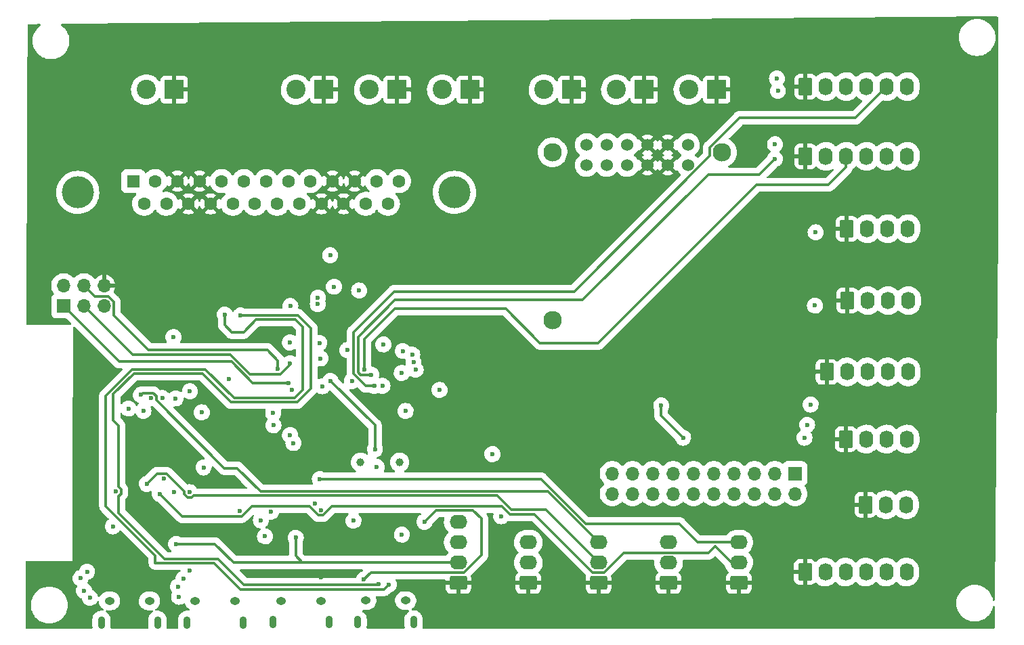
<source format=gbr>
%TF.GenerationSoftware,KiCad,Pcbnew,(6.0.0-0)*%
%TF.CreationDate,2022-12-05T15:15:11-05:00*%
%TF.ProjectId,Body_LED_Controller_V2,426f6479-5f4c-4454-945f-436f6e74726f,1.0*%
%TF.SameCoordinates,Original*%
%TF.FileFunction,Copper,L4,Bot*%
%TF.FilePolarity,Positive*%
%FSLAX46Y46*%
G04 Gerber Fmt 4.6, Leading zero omitted, Abs format (unit mm)*
G04 Created by KiCad (PCBNEW (6.0.0-0)) date 2022-12-05 15:15:11*
%MOMM*%
%LPD*%
G01*
G04 APERTURE LIST*
G04 Aperture macros list*
%AMRoundRect*
0 Rectangle with rounded corners*
0 $1 Rounding radius*
0 $2 $3 $4 $5 $6 $7 $8 $9 X,Y pos of 4 corners*
0 Add a 4 corners polygon primitive as box body*
4,1,4,$2,$3,$4,$5,$6,$7,$8,$9,$2,$3,0*
0 Add four circle primitives for the rounded corners*
1,1,$1+$1,$2,$3*
1,1,$1+$1,$4,$5*
1,1,$1+$1,$6,$7*
1,1,$1+$1,$8,$9*
0 Add four rect primitives between the rounded corners*
20,1,$1+$1,$2,$3,$4,$5,0*
20,1,$1+$1,$4,$5,$6,$7,0*
20,1,$1+$1,$6,$7,$8,$9,0*
20,1,$1+$1,$8,$9,$2,$3,0*%
G04 Aperture macros list end*
%TA.AperFunction,ComponentPad*%
%ADD10R,1.600000X1.600000*%
%TD*%
%TA.AperFunction,ComponentPad*%
%ADD11C,1.600000*%
%TD*%
%TA.AperFunction,ComponentPad*%
%ADD12C,4.000000*%
%TD*%
%TA.AperFunction,ComponentPad*%
%ADD13RoundRect,0.250000X-0.620000X-0.845000X0.620000X-0.845000X0.620000X0.845000X-0.620000X0.845000X0*%
%TD*%
%TA.AperFunction,ComponentPad*%
%ADD14O,1.740000X2.190000*%
%TD*%
%TA.AperFunction,ComponentPad*%
%ADD15R,2.400000X2.400000*%
%TD*%
%TA.AperFunction,ComponentPad*%
%ADD16C,2.400000*%
%TD*%
%TA.AperFunction,ComponentPad*%
%ADD17O,0.890000X1.550000*%
%TD*%
%TA.AperFunction,ComponentPad*%
%ADD18O,1.250000X0.950000*%
%TD*%
%TA.AperFunction,ComponentPad*%
%ADD19RoundRect,0.250000X0.845000X-0.620000X0.845000X0.620000X-0.845000X0.620000X-0.845000X-0.620000X0*%
%TD*%
%TA.AperFunction,ComponentPad*%
%ADD20O,2.190000X1.740000*%
%TD*%
%TA.AperFunction,ComponentPad*%
%ADD21C,1.007000*%
%TD*%
%TA.AperFunction,ComponentPad*%
%ADD22R,1.700000X1.700000*%
%TD*%
%TA.AperFunction,ComponentPad*%
%ADD23O,1.700000X1.700000*%
%TD*%
%TA.AperFunction,ComponentPad*%
%ADD24C,1.524000*%
%TD*%
%TA.AperFunction,ComponentPad*%
%ADD25C,2.300000*%
%TD*%
%TA.AperFunction,ViaPad*%
%ADD26C,0.600000*%
%TD*%
%TA.AperFunction,Conductor*%
%ADD27C,0.300000*%
%TD*%
G04 APERTURE END LIST*
D10*
%TO.P,J22,1,1*%
%TO.N,SW_BATT_IN_POS*%
X89140000Y-63335338D03*
D11*
%TO.P,J22,2,2*%
X91910000Y-63335338D03*
%TO.P,J22,3,3*%
%TO.N,GND*%
X94680000Y-63335338D03*
%TO.P,J22,4,4*%
X97450000Y-63335338D03*
%TO.P,J22,5,5*%
%TO.N,VBUS_DC*%
X100220000Y-63335338D03*
%TO.P,J22,6,6*%
%TO.N,D-_DC*%
X102990000Y-63335338D03*
%TO.P,J22,7,7*%
%TO.N,unconnected-(J22-Pad7)*%
X105760000Y-63335338D03*
%TO.P,J22,8,8*%
%TO.N,GND_DP*%
X108530000Y-63335338D03*
%TO.P,J22,9,9*%
%TO.N,D+_DP*%
X111300000Y-63335338D03*
%TO.P,J22,10,10*%
%TO.N,GND*%
X114070000Y-63335338D03*
%TO.P,J22,11,11*%
X116840000Y-63335338D03*
%TO.P,J22,12,12*%
%TO.N,SW_BATT_IN_POS*%
X119610000Y-63335338D03*
%TO.P,J22,13,13*%
X122380000Y-63335338D03*
%TO.P,J22,14,P14*%
X90525000Y-66175338D03*
%TO.P,J22,15,P15*%
X93295000Y-66175338D03*
%TO.P,J22,16,P16*%
%TO.N,GND*%
X96065000Y-66175338D03*
%TO.P,J22,17,P17*%
X98835000Y-66175338D03*
%TO.P,J22,18,P18*%
%TO.N,GND_DC*%
X101605000Y-66175338D03*
%TO.P,J22,19,P19*%
%TO.N,D+_DC*%
X104375000Y-66175338D03*
%TO.P,J22,20,P20*%
%TO.N,VBUS_DP*%
X107145000Y-66175338D03*
%TO.P,J22,21,P21*%
%TO.N,D-_DP*%
X109915000Y-66175338D03*
%TO.P,J22,22,P22*%
%TO.N,GND*%
X112685000Y-66175338D03*
%TO.P,J22,23,P23*%
X115455000Y-66175338D03*
%TO.P,J22,24,P24*%
%TO.N,SW_BATT_IN_POS*%
X118225000Y-66175338D03*
%TO.P,J22,25,P25*%
X120995000Y-66175338D03*
D12*
%TO.P,J22,0,PAD*%
%TO.N,unconnected-(J22-Pad0)*%
X82210000Y-64755338D03*
X129310000Y-64755338D03*
%TD*%
D13*
%TO.P,J9,1,Pin_1*%
%TO.N,GND*%
X178440000Y-78275000D03*
D14*
%TO.P,J9,2,Pin_2*%
%TO.N,+5V*%
X180980000Y-78275000D03*
%TO.P,J9,3,Pin_3*%
%TO.N,MAINT_CLOCK*%
X183520000Y-78275000D03*
%TO.P,J9,4,Pin_4*%
%TO.N,Net-(J9-Pad4)*%
X186060000Y-78275000D03*
%TD*%
D13*
%TO.P,J5,1,Pin_1*%
%TO.N,GND*%
X173210000Y-51503750D03*
D14*
%TO.P,J5,2,Pin_2*%
%TO.N,+5V*%
X175750000Y-51503750D03*
%TO.P,J5,3,Pin_3*%
%TO.N,CS1_CLOCK*%
X178290000Y-51503750D03*
%TO.P,J5,4,Pin_4*%
%TO.N,Net-(J5-Pad4)*%
X180830000Y-51503750D03*
%TO.P,J5,5,Pin_5*%
%TO.N,CS2_CLOCK*%
X183370000Y-51503750D03*
%TO.P,J5,6,Pin_6*%
%TO.N,Net-(J5-Pad6)*%
X185910000Y-51503750D03*
%TD*%
D15*
%TO.P,J17,1,Pin_1*%
%TO.N,GND*%
X143990000Y-51900000D03*
D16*
%TO.P,J17,2,Pin_2*%
%TO.N,+5V*%
X140490000Y-51900000D03*
%TD*%
D17*
%TO.P,J11,6,Shield*%
%TO.N,unconnected-(J11-Pad6)*%
X106655000Y-118530000D03*
D18*
X112655000Y-115830000D03*
X107655000Y-115830000D03*
D17*
X113655000Y-118530000D03*
%TD*%
D13*
%TO.P,J7,1,Pin_1*%
%TO.N,GND*%
X175850000Y-87208750D03*
D14*
%TO.P,J7,2,Pin_2*%
%TO.N,+5V*%
X178390000Y-87208750D03*
%TO.P,J7,3,Pin_3*%
%TO.N,DP_LOAD*%
X180930000Y-87208750D03*
%TO.P,J7,4,Pin_4*%
%TO.N,DP_CLOCK*%
X183470000Y-87208750D03*
%TO.P,J7,5,Pin_5*%
%TO.N,DP_DATA_IN*%
X186010000Y-87208750D03*
%TD*%
D13*
%TO.P,J1,1,Pin_1*%
%TO.N,GND*%
X180710000Y-103816250D03*
D14*
%TO.P,J1,2,Pin_2*%
%TO.N,+5V*%
X183250000Y-103816250D03*
%TO.P,J1,3,Pin_3*%
%TO.N,EXT_MIC*%
X185790000Y-103816250D03*
%TD*%
D17*
%TO.P,J15,6,Shield*%
%TO.N,unconnected-(J15-Pad6)*%
X95910000Y-118540000D03*
X102910000Y-118540000D03*
D18*
X96910000Y-115840000D03*
X101910000Y-115840000D03*
%TD*%
D15*
%TO.P,J21,1,Pin_1*%
%TO.N,GND*%
X94280000Y-51900000D03*
D16*
%TO.P,J21,2,Pin_2*%
%TO.N,SW_BATT_IN_POS*%
X90780000Y-51900000D03*
%TD*%
D19*
%TO.P,J24,1,Pin_1*%
%TO.N,GND*%
X164850000Y-113600000D03*
D20*
%TO.P,J24,2,Pin_2*%
%TO.N,RX_FU*%
X164850000Y-111060000D03*
%TO.P,J24,3,Pin_3*%
%TO.N,TX_FU*%
X164850000Y-108520000D03*
%TD*%
D21*
%TO.P,Y1,1,1*%
%TO.N,XTAL2*%
X117580000Y-98500000D03*
%TO.P,Y1,2,2*%
%TO.N,XTAL1*%
X122460000Y-98500000D03*
%TD*%
D19*
%TO.P,J13,1,Pin_1*%
%TO.N,GND*%
X129790000Y-113600000D03*
D20*
%TO.P,J13,2,Pin_2*%
%TO.N,+5V*%
X129790000Y-111060000D03*
%TO.P,J13,3,Pin_3*%
%TO.N,RX_MP*%
X129790000Y-108520000D03*
%TO.P,J13,4,Pin_4*%
%TO.N,TX_MP*%
X129790000Y-105980000D03*
%TD*%
D13*
%TO.P,J27,1,Pin_1*%
%TO.N,GND*%
X173200000Y-60227500D03*
D14*
%TO.P,J27,2,Pin_2*%
%TO.N,+5V*%
X175740000Y-60227500D03*
%TO.P,J27,3,Pin_3*%
%TO.N,VU1_CLOCK*%
X178280000Y-60227500D03*
%TO.P,J27,4,Pin_4*%
%TO.N,Net-(J27-Pad4)*%
X180820000Y-60227500D03*
%TO.P,J27,5,Pin_5*%
%TO.N,VU2_CLOCK*%
X183360000Y-60227500D03*
%TO.P,J27,6,Pin_6*%
%TO.N,Net-(J27-Pad6)*%
X185900000Y-60227500D03*
%TD*%
D15*
%TO.P,J12,1,Pin_1*%
%TO.N,GND*%
X122145000Y-51900000D03*
D16*
%TO.P,J12,2,Pin_2*%
%TO.N,+12V*%
X118645000Y-51900000D03*
%TD*%
D13*
%TO.P,J4,1,Pin_1*%
%TO.N,GND*%
X178370000Y-69281250D03*
D14*
%TO.P,J4,2,Pin_2*%
%TO.N,+5V*%
X180910000Y-69281250D03*
%TO.P,J4,3,Pin_3*%
%TO.N,LDP_CLOCK*%
X183450000Y-69281250D03*
%TO.P,J4,4,Pin_4*%
%TO.N,Net-(J4-Pad4)*%
X185990000Y-69281250D03*
%TD*%
D15*
%TO.P,J16,1,Pin_1*%
%TO.N,GND*%
X131280000Y-51900000D03*
D16*
%TO.P,J16,2,Pin_2*%
%TO.N,+12V*%
X127780000Y-51900000D03*
%TD*%
D22*
%TO.P,J20,1,Pin_1*%
%TO.N,VU2_DATA*%
X80450000Y-78950000D03*
D23*
%TO.P,J20,2,Pin_2*%
%TO.N,+5V*%
X80450000Y-76410000D03*
%TO.P,J20,3,Pin_3*%
%TO.N,VU2_CLOCK*%
X82990000Y-78950000D03*
%TO.P,J20,4,Pin_4*%
%TO.N,YELLOW_LED*%
X82990000Y-76410000D03*
%TO.P,J20,5,Pin_5*%
%TO.N,RESET_BL*%
X85530000Y-78950000D03*
%TO.P,J20,6,Pin_6*%
%TO.N,GND*%
X85530000Y-76410000D03*
%TD*%
D17*
%TO.P,J10,6,Shield*%
%TO.N,unconnected-(J10-Pad6)*%
X124212500Y-118520000D03*
X117212500Y-118520000D03*
D18*
X123212500Y-115820000D03*
X118212500Y-115820000D03*
%TD*%
D19*
%TO.P,J2,1,Pin_1*%
%TO.N,GND*%
X138555000Y-113600000D03*
D20*
%TO.P,J2,2,Pin_2*%
%TO.N,RX_BS*%
X138555000Y-111060000D03*
%TO.P,J2,3,Pin_3*%
%TO.N,TX_BS*%
X138555000Y-108520000D03*
%TD*%
D24*
%TO.P,U14,1,VOUT*%
%TO.N,+5V*%
X158525000Y-58805000D03*
%TO.P,U14,2,GND*%
%TO.N,GND*%
X155985000Y-58805000D03*
%TO.P,U14,3,GND*%
X153445000Y-58805000D03*
%TO.P,U14,4,VIN*%
%TO.N,+12V*%
X150905000Y-58805000D03*
%TO.P,U14,5,VRP*%
%TO.N,unconnected-(U14-Pad5)*%
X148365000Y-58805000D03*
%TO.P,U14,6,EN*%
%TO.N,unconnected-(U14-Pad6)*%
X145825000Y-58805000D03*
%TO.P,U14,7,PG*%
%TO.N,unconnected-(U14-Pad7)*%
X145825000Y-61345000D03*
%TO.P,U14,8,VRP*%
%TO.N,unconnected-(U14-Pad8)*%
X148365000Y-61345000D03*
%TO.P,U14,9,VIN*%
%TO.N,+12V*%
X150905000Y-61345000D03*
%TO.P,U14,10,GND*%
%TO.N,GND*%
X153445000Y-61345000D03*
%TO.P,U14,11,GND*%
X155985000Y-61345000D03*
%TO.P,U14,12,VOUT*%
%TO.N,+5V*%
X158525000Y-61345000D03*
D25*
%TO.P,U14,13*%
%TO.N,N/C*%
X162775000Y-59735000D03*
%TO.P,U14,14*%
X141575000Y-59735000D03*
%TO.P,U14,15*%
X141575000Y-80735000D03*
%TD*%
D22*
%TO.P,J3,1,Pin_1*%
%TO.N,LIMIT1*%
X171890000Y-99920000D03*
D23*
%TO.P,J3,2,Pin_2*%
%TO.N,+5V*%
X171890000Y-102460000D03*
%TO.P,J3,3,Pin_3*%
%TO.N,LIMIT2*%
X169350000Y-99920000D03*
%TO.P,J3,4,Pin_4*%
%TO.N,+5V*%
X169350000Y-102460000D03*
%TO.P,J3,5,Pin_5*%
%TO.N,LIMIT3*%
X166810000Y-99920000D03*
%TO.P,J3,6,Pin_6*%
%TO.N,+5V*%
X166810000Y-102460000D03*
%TO.P,J3,7,Pin_7*%
%TO.N,LIMIT4*%
X164270000Y-99920000D03*
%TO.P,J3,8,Pin_8*%
%TO.N,+5V*%
X164270000Y-102460000D03*
%TO.P,J3,9,Pin_9*%
%TO.N,LIMIT5*%
X161730000Y-99920000D03*
%TO.P,J3,10,Pin_10*%
%TO.N,+5V*%
X161730000Y-102460000D03*
%TO.P,J3,11,Pin_11*%
%TO.N,LIMIT6*%
X159190000Y-99920000D03*
%TO.P,J3,12,Pin_12*%
%TO.N,+5V*%
X159190000Y-102460000D03*
%TO.P,J3,13,Pin_13*%
%TO.N,LIMIT7*%
X156650000Y-99920000D03*
%TO.P,J3,14,Pin_14*%
%TO.N,+5V*%
X156650000Y-102460000D03*
%TO.P,J3,15,Pin_15*%
%TO.N,LIMIT8*%
X154110000Y-99920000D03*
%TO.P,J3,16,Pin_16*%
%TO.N,+5V*%
X154110000Y-102460000D03*
%TO.P,J3,17,Pin_17*%
%TO.N,LIMIT9*%
X151570000Y-99920000D03*
%TO.P,J3,18,Pin_18*%
%TO.N,+5V*%
X151570000Y-102460000D03*
%TO.P,J3,19,Pin_19*%
%TO.N,LIMIT10*%
X149030000Y-99920000D03*
%TO.P,J3,20,Pin_20*%
%TO.N,+5V*%
X149030000Y-102460000D03*
%TD*%
D19*
%TO.P,J25,1,Pin_1*%
%TO.N,GND*%
X147320000Y-113600000D03*
D20*
%TO.P,J25,2,Pin_2*%
%TO.N,RX_ST*%
X147320000Y-111060000D03*
%TO.P,J25,3,Pin_3*%
%TO.N,TX_ST*%
X147320000Y-108520000D03*
%TD*%
D19*
%TO.P,J26,1,Pin_1*%
%TO.N,GND*%
X156085000Y-113600000D03*
D20*
%TO.P,J26,2,Pin_2*%
%TO.N,RX_RD*%
X156085000Y-111060000D03*
%TO.P,J26,3,Pin_3*%
%TO.N,TX_RD*%
X156085000Y-108520000D03*
%TD*%
D15*
%TO.P,J19,1,Pin_1*%
%TO.N,GND*%
X162100000Y-51900000D03*
D16*
%TO.P,J19,2,Pin_2*%
%TO.N,+5V*%
X158600000Y-51900000D03*
%TD*%
D13*
%TO.P,J8,1,Pin_1*%
%TO.N,GND*%
X173130000Y-112240000D03*
D14*
%TO.P,J8,2,Pin_2*%
%TO.N,+5V*%
X175670000Y-112240000D03*
%TO.P,J8,3,Pin_3*%
%TO.N,VU_STROBE*%
X178210000Y-112240000D03*
%TO.P,J8,4,Pin_4*%
%TO.N,VU_RESET*%
X180750000Y-112240000D03*
%TO.P,J8,5,Pin_5*%
%TO.N,SPECTRUM_LEFT*%
X183290000Y-112240000D03*
%TO.P,J8,6,Pin_6*%
%TO.N,SPECTRUM_RIGHT*%
X185830000Y-112240000D03*
%TD*%
D15*
%TO.P,J23,1,Pin_1*%
%TO.N,GND*%
X113010000Y-51900000D03*
D16*
%TO.P,J23,2,Pin_2*%
%TO.N,+12V*%
X109510000Y-51900000D03*
%TD*%
D15*
%TO.P,J18,1,Pin_1*%
%TO.N,GND*%
X153045000Y-51900000D03*
D16*
%TO.P,J18,2,Pin_2*%
%TO.N,+5V*%
X149545000Y-51900000D03*
%TD*%
D13*
%TO.P,J6,1,Pin_1*%
%TO.N,GND*%
X178250000Y-95602500D03*
D14*
%TO.P,J6,2,Pin_2*%
%TO.N,Net-(J6-Pad2)*%
X180790000Y-95602500D03*
%TO.P,J6,3,Pin_3*%
%TO.N,Net-(J6-Pad3)*%
X183330000Y-95602500D03*
%TO.P,J6,4,Pin_4*%
%TO.N,Net-(J6-Pad4)*%
X185870000Y-95602500D03*
%TD*%
D18*
%TO.P,J14,6,Shield*%
%TO.N,unconnected-(J14-Pad6)*%
X86190000Y-115840000D03*
D17*
X92190000Y-118540000D03*
D18*
X91190000Y-115840000D03*
D17*
X85190000Y-118540000D03*
%TD*%
D26*
%TO.N,GND*%
X96760000Y-79640000D03*
X112635000Y-112905000D03*
X112600000Y-104500000D03*
X82500000Y-102230000D03*
X160380000Y-97150000D03*
X157760000Y-96930000D03*
X135880000Y-97050000D03*
X121680000Y-108470000D03*
X113290000Y-95860000D03*
X96670000Y-82770000D03*
X102125000Y-101305000D03*
X123360000Y-82770000D03*
X111240000Y-74730000D03*
X103080000Y-93480000D03*
X165495214Y-97240000D03*
X120600000Y-73190000D03*
X114750000Y-108080000D03*
X147850000Y-96070000D03*
X173230000Y-96850000D03*
X81900000Y-107620000D03*
X109120000Y-82010000D03*
X152670000Y-96750000D03*
X94450000Y-75580000D03*
X168150000Y-97470000D03*
X93810000Y-112270000D03*
X170670000Y-96980000D03*
X155130000Y-96850000D03*
X162920000Y-97210000D03*
%TO.N,+5V*%
X109474000Y-107950000D03*
X94510000Y-108730000D03*
%TO.N,MAINT_CLOCK*%
X124040000Y-85040000D03*
%TO.N,LDP_CLOCK*%
X124459088Y-86942876D03*
%TO.N,VU1_CLOCK*%
X118050000Y-86880000D03*
%TO.N,VU2_CLOCK*%
X108760000Y-86120000D03*
%TO.N,CS2_CLOCK*%
X119330000Y-88970000D03*
%TO.N,CS1_CLOCK*%
X122720000Y-87340000D03*
%TO.N,DP_DATA_IN*%
X127450000Y-89460000D03*
X108800000Y-78960000D03*
%TO.N,DP_CLOCK*%
X112250000Y-77900000D03*
%TO.N,DP_LOAD*%
X112230000Y-78730000D03*
%TO.N,SPECTRUM_RIGHT*%
X113780000Y-72610000D03*
%TO.N,SPECTRUM_LEFT*%
X114250000Y-76550000D03*
%TO.N,VU_RESET*%
X112810000Y-89000000D03*
%TO.N,VU_STROBE*%
X109000000Y-89440000D03*
%TO.N,LDP_DATA*%
X124200000Y-85990000D03*
X174470000Y-69740000D03*
%TO.N,CS1_DATA*%
X123210000Y-92090000D03*
X169630000Y-50510000D03*
%TO.N,CS2_DATA*%
X120310000Y-88950000D03*
X169750000Y-52060000D03*
%TO.N,MAINT_DATA*%
X122860000Y-84590000D03*
X174380000Y-78910000D03*
%TO.N,VU1_DATA*%
X169370000Y-60570000D03*
X118910000Y-87550000D03*
%TO.N,VU2_DATA*%
X169395000Y-58725000D03*
X108560000Y-88590000D03*
%TO.N,+5V_BL*%
X135170000Y-105260000D03*
X120430000Y-83770000D03*
X122750000Y-107560000D03*
%TO.N,RESET_BL*%
X119370000Y-96910000D03*
X113810000Y-88330000D03*
X116690000Y-105820000D03*
X134060000Y-97490000D03*
X94185000Y-82845000D03*
%TO.N,RESET_BC*%
X105632500Y-107777500D03*
X86620000Y-106530000D03*
%TO.N,VBUS_DC*%
X83750000Y-115460000D03*
%TO.N,D-_DC*%
X83000000Y-114580000D03*
%TO.N,D+_DC*%
X82570000Y-113020000D03*
%TO.N,GND_DC*%
X83390000Y-112210000D03*
%TO.N,Net-(F1-Pad1)*%
X125570000Y-105960000D03*
X118010000Y-113170000D03*
%TO.N,D-_BL*%
X102580000Y-80150000D03*
X119810000Y-113740000D03*
%TO.N,D+_BL*%
X121100000Y-113820000D03*
X100600000Y-80020000D03*
%TO.N,EXT_MIC*%
X117400000Y-77020000D03*
%TO.N,VBUS_DP*%
X94890000Y-115340000D03*
%TO.N,LIMIT6*%
X155170000Y-91400000D03*
X157900000Y-95440000D03*
%TO.N,D-_DP*%
X94750000Y-114070000D03*
%TO.N,D+_DP*%
X95410000Y-113110000D03*
%TO.N,RX_MP*%
X93030000Y-100570000D03*
%TO.N,RX_ST*%
X90850000Y-101220000D03*
%TO.N,TX_MP*%
X91380000Y-90490000D03*
%TO.N,TX_ST*%
X90110000Y-90080000D03*
%TO.N,GND_DP*%
X96210000Y-112090000D03*
%TO.N,YELLOW_LED*%
X107250000Y-86870000D03*
X173410000Y-93820000D03*
%TO.N,GREEN_LED*%
X173840000Y-91290000D03*
X115930000Y-84470000D03*
%TO.N,RED_LED*%
X173070000Y-95440000D03*
X116500000Y-88340000D03*
%TO.N,RX_BL*%
X112430000Y-83580000D03*
X97730000Y-92260000D03*
%TO.N,TX_BL*%
X108750000Y-83520000D03*
X96250000Y-89620000D03*
%TO.N,TX_BS*%
X96220000Y-102250000D03*
%TO.N,GPIO0_BC*%
X102440000Y-104600000D03*
X101080000Y-88080000D03*
%TO.N,RX_BS*%
X97950000Y-99160000D03*
%TO.N,TXD0_BC*%
X106685000Y-93895000D03*
X88560000Y-91790000D03*
%TO.N,RXD0_BC*%
X90430000Y-92070000D03*
X106660000Y-92350000D03*
%TO.N,DTR_BC*%
X109190000Y-96110000D03*
X105120000Y-105770000D03*
%TO.N,RTS_BC*%
X106370000Y-104710000D03*
X108750000Y-95100000D03*
%TO.N,ST_LED_D_BL*%
X112580000Y-85520000D03*
X119600000Y-99100000D03*
%TO.N,ST_LED_D_BC*%
X111890000Y-103660000D03*
X92800000Y-90480000D03*
%TO.N,RX_FU*%
X92470000Y-102460000D03*
%TO.N,TX_FU*%
X94250000Y-102250000D03*
X112480000Y-100610000D03*
%TO.N,RX_RD*%
X87010000Y-102180000D03*
%TO.N,TX_RD*%
X94460000Y-90520000D03*
%TD*%
D27*
%TO.N,+5V*%
X129790000Y-111060000D02*
X110298000Y-111060000D01*
X110298000Y-111060000D02*
X101680000Y-111060000D01*
X109474000Y-110236000D02*
X110298000Y-111060000D01*
X101680000Y-111060000D02*
X99350000Y-108730000D01*
X109474000Y-107950000D02*
X109474000Y-110236000D01*
X99350000Y-108730000D02*
X94510000Y-108730000D01*
%TO.N,VU1_CLOCK*%
X147300000Y-83580000D02*
X167060000Y-63820000D01*
X178280000Y-61610000D02*
X178280000Y-60227500D01*
X140010000Y-83580000D02*
X147300000Y-83580000D01*
X176070000Y-63820000D02*
X178280000Y-61610000D01*
X121850000Y-79290000D02*
X135720000Y-79290000D01*
X118050000Y-83090000D02*
X121850000Y-79290000D01*
X135720000Y-79290000D02*
X140010000Y-83580000D01*
X167060000Y-63820000D02*
X176070000Y-63820000D01*
X118050000Y-86880000D02*
X118050000Y-83090000D01*
%TO.N,VU2_CLOCK*%
X108760000Y-86278548D02*
X107519037Y-87519511D01*
X89100000Y-85060000D02*
X82990000Y-78950000D01*
X103749511Y-87519511D02*
X101290000Y-85060000D01*
X101290000Y-85060000D02*
X89100000Y-85060000D01*
X107519037Y-87519511D02*
X103749511Y-87519511D01*
X108760000Y-86120000D02*
X108760000Y-86278548D01*
%TO.N,CS2_CLOCK*%
X161255479Y-60194521D02*
X144260000Y-77190000D01*
X118260000Y-88970000D02*
X119330000Y-88970000D01*
X116720000Y-82220000D02*
X116720000Y-87430000D01*
X144260000Y-77190000D02*
X121750000Y-77190000D01*
X161255479Y-59105593D02*
X161255479Y-60194521D01*
X116720000Y-87430000D02*
X118260000Y-88970000D01*
X121750000Y-77190000D02*
X116720000Y-82220000D01*
X179453750Y-55420000D02*
X164941072Y-55420000D01*
X183370000Y-51503750D02*
X179453750Y-55420000D01*
X164941072Y-55420000D02*
X161255479Y-59105593D01*
%TO.N,VU1_DATA*%
X118910000Y-87550000D02*
X117550000Y-87550000D01*
X117260000Y-87260000D02*
X117260000Y-82810000D01*
X117550000Y-87550000D02*
X117260000Y-87260000D01*
X161040000Y-62490000D02*
X167450000Y-62490000D01*
X121870000Y-78200000D02*
X145330000Y-78200000D01*
X145330000Y-78200000D02*
X161040000Y-62490000D01*
X167450000Y-62490000D02*
X169370000Y-60570000D01*
X117260000Y-82810000D02*
X121870000Y-78200000D01*
%TO.N,VU2_DATA*%
X87400000Y-85900000D02*
X80450000Y-78950000D01*
X101423572Y-85900000D02*
X87400000Y-85900000D01*
X108560000Y-88590000D02*
X104113572Y-88590000D01*
X104113572Y-88590000D02*
X101423572Y-85900000D01*
%TO.N,RESET_BL*%
X119370000Y-93890000D02*
X119370000Y-96910000D01*
X113810000Y-88330000D02*
X119370000Y-93890000D01*
%TO.N,Net-(F1-Pad1)*%
X130520141Y-112279520D02*
X132670000Y-110129661D01*
X118900480Y-112279520D02*
X130520141Y-112279520D01*
X132670000Y-105549040D02*
X131610480Y-104489520D01*
X131610480Y-104489520D02*
X127040480Y-104489520D01*
X127040480Y-104489520D02*
X125570000Y-105960000D01*
X118010000Y-113170000D02*
X118900480Y-112279520D01*
X132670000Y-110129661D02*
X132670000Y-105549040D01*
%TO.N,D-_BL*%
X87330000Y-93938548D02*
X86680000Y-93288548D01*
X111370000Y-89310000D02*
X111370000Y-81780000D01*
X86680000Y-93288548D02*
X86680000Y-89980000D01*
X86680000Y-89980000D02*
X89260000Y-87400000D01*
X87330000Y-104860000D02*
X87330000Y-102778548D01*
X87330000Y-102778548D02*
X87659511Y-102449037D01*
X93060000Y-110590000D02*
X87330000Y-104860000D01*
X87330000Y-101581452D02*
X87330000Y-93938548D01*
X89260000Y-87400000D02*
X97780000Y-87400000D01*
X97780000Y-87400000D02*
X101370000Y-90990000D01*
X119730489Y-113819511D02*
X102969511Y-113819511D01*
X109690000Y-90990000D02*
X111370000Y-89310000D01*
X101370000Y-90990000D02*
X109690000Y-90990000D01*
X87659511Y-102449037D02*
X87659511Y-101910963D01*
X111370000Y-81780000D02*
X109740000Y-80150000D01*
X87659511Y-101910963D02*
X87330000Y-101581452D01*
X99740000Y-110590000D02*
X93060000Y-110590000D01*
X109740000Y-80150000D02*
X102580000Y-80150000D01*
X119810000Y-113740000D02*
X119730489Y-113819511D01*
X102969511Y-113819511D02*
X99740000Y-110590000D01*
%TO.N,D+_BL*%
X120530489Y-114389511D02*
X102529511Y-114389511D01*
X110370000Y-81570000D02*
X109449520Y-80649520D01*
X102529511Y-114389511D02*
X99240000Y-111100000D01*
X104520480Y-80649520D02*
X102940000Y-82230000D01*
X102940000Y-82230000D02*
X101490000Y-82230000D01*
X91930000Y-111100000D02*
X91930000Y-110166428D01*
X89053093Y-86900480D02*
X98190000Y-86900480D01*
X99240000Y-111100000D02*
X91930000Y-111100000D01*
X85750000Y-103986428D02*
X85750000Y-90203573D01*
X109449520Y-80649520D02*
X104520480Y-80649520D01*
X110370000Y-89480000D02*
X110370000Y-81570000D01*
X101490000Y-82230000D02*
X100600000Y-81340000D01*
X109359520Y-90490480D02*
X110370000Y-89480000D01*
X101780000Y-90490480D02*
X109359520Y-90490480D01*
X98190000Y-86900480D02*
X101780000Y-90490480D01*
X121100000Y-113820000D02*
X120530489Y-114389511D01*
X91930000Y-110166428D02*
X85750000Y-103986428D01*
X100600000Y-81340000D02*
X100600000Y-80020000D01*
X85750000Y-90203573D02*
X89053093Y-86900480D01*
%TO.N,LIMIT6*%
X155170000Y-92710000D02*
X157900000Y-95440000D01*
X155170000Y-91400000D02*
X155170000Y-92710000D01*
%TO.N,RX_ST*%
X93299037Y-99920489D02*
X92149511Y-99920489D01*
X136434661Y-104450000D02*
X134674181Y-102689520D01*
X95570489Y-102191941D02*
X93299037Y-99920489D01*
X147320000Y-111060000D02*
X140710000Y-104450000D01*
X95950963Y-102899511D02*
X95570489Y-102519037D01*
X96699028Y-102689520D02*
X96489037Y-102899511D01*
X134674181Y-102689520D02*
X96699028Y-102689520D01*
X95570489Y-102519037D02*
X95570489Y-102191941D01*
X140710000Y-104450000D02*
X136434661Y-104450000D01*
X96489037Y-102899511D02*
X95950963Y-102899511D01*
X92149511Y-99920489D02*
X90850000Y-101220000D01*
%TO.N,TX_ST*%
X90349511Y-89840489D02*
X90110000Y-90080000D01*
X102160000Y-99240000D02*
X100549511Y-99240000D01*
X147320000Y-108520000D02*
X140990000Y-102190000D01*
X140990000Y-102190000D02*
X105110000Y-102190000D01*
X105110000Y-102190000D02*
X102160000Y-99240000D01*
X91649037Y-89840489D02*
X90349511Y-89840489D01*
X92029511Y-90220963D02*
X91649037Y-89840489D01*
X92029511Y-90720000D02*
X92029511Y-90220963D01*
X100549511Y-99240000D02*
X92029511Y-90720000D01*
%TO.N,YELLOW_LED*%
X86026855Y-77750489D02*
X84330489Y-77750489D01*
X107250000Y-85790000D02*
X105910000Y-84450000D01*
X105910000Y-84450000D02*
X91030000Y-84450000D01*
X84330489Y-77750489D02*
X82990000Y-76410000D01*
X91030000Y-84450000D02*
X86729511Y-80149511D01*
X86729511Y-78453145D02*
X86026855Y-77750489D01*
X86729511Y-80149511D02*
X86729511Y-78453145D01*
X107250000Y-86870000D02*
X107250000Y-85790000D01*
%TO.N,RX_FU*%
X161899520Y-109019520D02*
X161078560Y-109840480D01*
X135268233Y-103990000D02*
X114028548Y-103990000D01*
X146589859Y-112279520D02*
X139320339Y-105010000D01*
X164850000Y-111060000D02*
X163940000Y-111060000D01*
X111171452Y-103990000D02*
X103968548Y-103990000D01*
X112330963Y-105149511D02*
X111171452Y-103990000D01*
X163940000Y-111060000D02*
X161899520Y-109019520D01*
X148050141Y-112279520D02*
X146589859Y-112279520D01*
X112869037Y-105149511D02*
X112330963Y-105149511D01*
X114028548Y-103990000D02*
X112869037Y-105149511D01*
X102709037Y-105249511D02*
X95259511Y-105249511D01*
X139320339Y-105010000D02*
X136288233Y-105010000D01*
X95259511Y-105249511D02*
X92470000Y-102460000D01*
X103968548Y-103990000D02*
X102709037Y-105249511D01*
X136288233Y-105010000D02*
X135268233Y-103990000D01*
X161078560Y-109840480D02*
X150489181Y-109840480D01*
X150489181Y-109840480D02*
X148050141Y-112279520D01*
%TO.N,TX_FU*%
X140116428Y-100610000D02*
X112480000Y-100610000D01*
X159740000Y-108520000D02*
X157460000Y-106240000D01*
X164850000Y-108520000D02*
X159740000Y-108520000D01*
X157460000Y-106240000D02*
X145746428Y-106240000D01*
X145746428Y-106240000D02*
X140116428Y-100610000D01*
%TD*%
%TA.AperFunction,Conductor*%
%TO.N,GND*%
G36*
X197241291Y-42772336D02*
G01*
X197288201Y-42825627D01*
X197300000Y-42878863D01*
X197300000Y-69043112D01*
X197299995Y-69044262D01*
X196874056Y-115708914D01*
X196853433Y-115776849D01*
X196799355Y-115822851D01*
X196728992Y-115832313D01*
X196664683Y-115802231D01*
X196626846Y-115742157D01*
X196624482Y-115732346D01*
X196623494Y-115727376D01*
X196591433Y-115566198D01*
X196587686Y-115547359D01*
X196587684Y-115547353D01*
X196586880Y-115543309D01*
X196583875Y-115534455D01*
X196491271Y-115261654D01*
X196491271Y-115261653D01*
X196489945Y-115257748D01*
X196398074Y-115071452D01*
X196358393Y-114990986D01*
X196358390Y-114990981D01*
X196356566Y-114987282D01*
X196297490Y-114898869D01*
X196191318Y-114739970D01*
X196191314Y-114739965D01*
X196189025Y-114736539D01*
X196186311Y-114733445D01*
X196186307Y-114733439D01*
X195992898Y-114512900D01*
X195990189Y-114509811D01*
X195871338Y-114405581D01*
X195766561Y-114313693D01*
X195766555Y-114313689D01*
X195763461Y-114310975D01*
X195760035Y-114308686D01*
X195760030Y-114308682D01*
X195565286Y-114178559D01*
X195512718Y-114143434D01*
X195509019Y-114141610D01*
X195509014Y-114141607D01*
X195320381Y-114048584D01*
X195242252Y-114010055D01*
X195238346Y-114008729D01*
X194960604Y-113914448D01*
X194960600Y-113914447D01*
X194956691Y-113913120D01*
X194952647Y-113912316D01*
X194952641Y-113912314D01*
X194664959Y-113855090D01*
X194664953Y-113855089D01*
X194660920Y-113854287D01*
X194656815Y-113854018D01*
X194656808Y-113854017D01*
X194437359Y-113839634D01*
X194437350Y-113839634D01*
X194435310Y-113839500D01*
X194284690Y-113839500D01*
X194282650Y-113839634D01*
X194282641Y-113839634D01*
X194063192Y-113854017D01*
X194063185Y-113854018D01*
X194059080Y-113854287D01*
X194055047Y-113855089D01*
X194055041Y-113855090D01*
X193767359Y-113912314D01*
X193767353Y-113912316D01*
X193763309Y-113913120D01*
X193759400Y-113914447D01*
X193759396Y-113914448D01*
X193481654Y-114008729D01*
X193477748Y-114010055D01*
X193399619Y-114048584D01*
X193210986Y-114141607D01*
X193210981Y-114141610D01*
X193207282Y-114143434D01*
X193154714Y-114178559D01*
X192959970Y-114308682D01*
X192959965Y-114308686D01*
X192956539Y-114310975D01*
X192953445Y-114313689D01*
X192953439Y-114313693D01*
X192848662Y-114405581D01*
X192729811Y-114509811D01*
X192727102Y-114512900D01*
X192533693Y-114733439D01*
X192533689Y-114733445D01*
X192530975Y-114736539D01*
X192528686Y-114739965D01*
X192528682Y-114739970D01*
X192422510Y-114898869D01*
X192363434Y-114987282D01*
X192361610Y-114990981D01*
X192361607Y-114990986D01*
X192321926Y-115071452D01*
X192230055Y-115257748D01*
X192228729Y-115261653D01*
X192228729Y-115261654D01*
X192136126Y-115534455D01*
X192133120Y-115543309D01*
X192132316Y-115547353D01*
X192132314Y-115547359D01*
X192081617Y-115802231D01*
X192074287Y-115839080D01*
X192074018Y-115843185D01*
X192074017Y-115843192D01*
X192058557Y-116079080D01*
X192054564Y-116140000D01*
X192054834Y-116144119D01*
X192071537Y-116398960D01*
X192074287Y-116440920D01*
X192075089Y-116444953D01*
X192075090Y-116444959D01*
X192129951Y-116720762D01*
X192133120Y-116736691D01*
X192134447Y-116740600D01*
X192134448Y-116740604D01*
X192220946Y-116995417D01*
X192230055Y-117022252D01*
X192258924Y-117080793D01*
X192355361Y-117276347D01*
X192363434Y-117292718D01*
X192365728Y-117296151D01*
X192526091Y-117536151D01*
X192530975Y-117543461D01*
X192533689Y-117546555D01*
X192533693Y-117546561D01*
X192725504Y-117765278D01*
X192729811Y-117770189D01*
X192732900Y-117772898D01*
X192953439Y-117966307D01*
X192953445Y-117966311D01*
X192956539Y-117969025D01*
X192959965Y-117971314D01*
X192959970Y-117971318D01*
X193147533Y-118096643D01*
X193207282Y-118136566D01*
X193210981Y-118138390D01*
X193210986Y-118138393D01*
X193253779Y-118159496D01*
X193477748Y-118269945D01*
X193481653Y-118271271D01*
X193481654Y-118271271D01*
X193759396Y-118365552D01*
X193759400Y-118365553D01*
X193763309Y-118366880D01*
X193767353Y-118367684D01*
X193767359Y-118367686D01*
X194055041Y-118424910D01*
X194055047Y-118424911D01*
X194059080Y-118425713D01*
X194063185Y-118425982D01*
X194063192Y-118425983D01*
X194282641Y-118440366D01*
X194282650Y-118440366D01*
X194284690Y-118440500D01*
X194435310Y-118440500D01*
X194437350Y-118440366D01*
X194437359Y-118440366D01*
X194656808Y-118425983D01*
X194656815Y-118425982D01*
X194660920Y-118425713D01*
X194664953Y-118424911D01*
X194664959Y-118424910D01*
X194952641Y-118367686D01*
X194952647Y-118367684D01*
X194956691Y-118366880D01*
X194960600Y-118365553D01*
X194960604Y-118365552D01*
X195238346Y-118271271D01*
X195238347Y-118271271D01*
X195242252Y-118269945D01*
X195466221Y-118159496D01*
X195509014Y-118138393D01*
X195509019Y-118138390D01*
X195512718Y-118136566D01*
X195572467Y-118096643D01*
X195760030Y-117971318D01*
X195760035Y-117971314D01*
X195763461Y-117969025D01*
X195766555Y-117966311D01*
X195766561Y-117966307D01*
X195987100Y-117772898D01*
X195990189Y-117770189D01*
X195994496Y-117765278D01*
X196186307Y-117546561D01*
X196186311Y-117546555D01*
X196189025Y-117543461D01*
X196193910Y-117536151D01*
X196354272Y-117296151D01*
X196356566Y-117292718D01*
X196364640Y-117276347D01*
X196461076Y-117080793D01*
X196489945Y-117022252D01*
X196499054Y-116995417D01*
X196585552Y-116740604D01*
X196585553Y-116740600D01*
X196586880Y-116736691D01*
X196590736Y-116717309D01*
X196616212Y-116589230D01*
X196649120Y-116526321D01*
X196710815Y-116491189D01*
X196781709Y-116494989D01*
X196839295Y-116536515D01*
X196865290Y-116602582D01*
X196865786Y-116614962D01*
X196842417Y-119175152D01*
X196821795Y-119243085D01*
X196767717Y-119289087D01*
X196716423Y-119300000D01*
X125443366Y-119300000D01*
X125375245Y-119279998D01*
X125328752Y-119226342D01*
X125318648Y-119156068D01*
X125323033Y-119136636D01*
X125337768Y-119089183D01*
X125341945Y-119053891D01*
X125357564Y-118921931D01*
X125357564Y-118921925D01*
X125358000Y-118918244D01*
X125358000Y-118136598D01*
X125346633Y-118012898D01*
X125344172Y-117986109D01*
X125344171Y-117986106D01*
X125343643Y-117980355D01*
X125341095Y-117971318D01*
X125288065Y-117783290D01*
X125288064Y-117783288D01*
X125286497Y-117777731D01*
X125282566Y-117769758D01*
X125195938Y-117594095D01*
X125193383Y-117588914D01*
X125079430Y-117436311D01*
X125070872Y-117424851D01*
X125070871Y-117424850D01*
X125067419Y-117420227D01*
X124933194Y-117296151D01*
X124917064Y-117281241D01*
X124917062Y-117281239D01*
X124912823Y-117277321D01*
X124745361Y-117171660D01*
X124739654Y-117168059D01*
X124739653Y-117168059D01*
X124734774Y-117164980D01*
X124729414Y-117162842D01*
X124729411Y-117162840D01*
X124544597Y-117089107D01*
X124539233Y-117086967D01*
X124533573Y-117085841D01*
X124533569Y-117085840D01*
X124338417Y-117047022D01*
X124338414Y-117047022D01*
X124332750Y-117045895D01*
X124326975Y-117045819D01*
X124326971Y-117045819D01*
X124221422Y-117044437D01*
X124122240Y-117043139D01*
X124116545Y-117044118D01*
X124116540Y-117044118D01*
X124077158Y-117050885D01*
X124006634Y-117042708D01*
X123951726Y-116997700D01*
X123929868Y-116930152D01*
X123947999Y-116861510D01*
X123980433Y-116825747D01*
X124147805Y-116700766D01*
X124147812Y-116700759D01*
X124152433Y-116697309D01*
X124299082Y-116538665D01*
X124414365Y-116355952D01*
X124494421Y-116155290D01*
X124536569Y-115943400D01*
X124536767Y-115928322D01*
X124539203Y-115742157D01*
X124539397Y-115727376D01*
X124502810Y-115514455D01*
X124428034Y-115311766D01*
X124317574Y-115126098D01*
X124313768Y-115121758D01*
X124313765Y-115121754D01*
X124178934Y-114968010D01*
X124175127Y-114963669D01*
X124162421Y-114953652D01*
X124010005Y-114833497D01*
X124010003Y-114833496D01*
X124005466Y-114829919D01*
X124000350Y-114827228D01*
X124000348Y-114827226D01*
X123819389Y-114732019D01*
X123819387Y-114732018D01*
X123814272Y-114729327D01*
X123711109Y-114697294D01*
X123613464Y-114666975D01*
X123613463Y-114666975D01*
X123607947Y-114665262D01*
X123570248Y-114660800D01*
X123436217Y-114644936D01*
X123436211Y-114644936D01*
X123432530Y-114644500D01*
X123007693Y-114644500D01*
X122920754Y-114652488D01*
X122853118Y-114658703D01*
X122853115Y-114658704D01*
X122847364Y-114659232D01*
X122841805Y-114660800D01*
X122841804Y-114660800D01*
X122644993Y-114716307D01*
X122644991Y-114716308D01*
X122639434Y-114717875D01*
X122634259Y-114720427D01*
X122634254Y-114720429D01*
X122494996Y-114789104D01*
X122445672Y-114813428D01*
X122441046Y-114816882D01*
X122441045Y-114816883D01*
X122278100Y-114938559D01*
X122272567Y-114942691D01*
X122184362Y-115038110D01*
X122141889Y-115084058D01*
X122125918Y-115101335D01*
X122010635Y-115284048D01*
X121930579Y-115484710D01*
X121888431Y-115696600D01*
X121888355Y-115702375D01*
X121888355Y-115702379D01*
X121887380Y-115776849D01*
X121885603Y-115912624D01*
X121886582Y-115918321D01*
X121886582Y-115918322D01*
X121908479Y-116045751D01*
X121922190Y-116125545D01*
X121996966Y-116328234D01*
X121999918Y-116333196D01*
X122005867Y-116343196D01*
X122107426Y-116513902D01*
X122111232Y-116518242D01*
X122111235Y-116518246D01*
X122246066Y-116671990D01*
X122249873Y-116676331D01*
X122254408Y-116679906D01*
X122254409Y-116679907D01*
X122306239Y-116720766D01*
X122419534Y-116810081D01*
X122424650Y-116812772D01*
X122424652Y-116812774D01*
X122605611Y-116907981D01*
X122610728Y-116910673D01*
X122817053Y-116974738D01*
X122822790Y-116975417D01*
X122988783Y-116995064D01*
X122988789Y-116995064D01*
X122992470Y-116995500D01*
X123417307Y-116995500D01*
X123506304Y-116987322D01*
X123527945Y-116985334D01*
X123597610Y-116999019D01*
X123648818Y-117048195D01*
X123665309Y-117117250D01*
X123641849Y-117184258D01*
X123603897Y-117219090D01*
X123536308Y-117259301D01*
X123378024Y-117398112D01*
X123344823Y-117440227D01*
X123260997Y-117546561D01*
X123247688Y-117563443D01*
X123244997Y-117568559D01*
X123244995Y-117568561D01*
X123152355Y-117744641D01*
X123149663Y-117749758D01*
X123087232Y-117950817D01*
X123086553Y-117956554D01*
X123083211Y-117984794D01*
X123067000Y-118121756D01*
X123067000Y-118903402D01*
X123081357Y-119059645D01*
X123096884Y-119114697D01*
X123103963Y-119139798D01*
X123103203Y-119210790D01*
X123064182Y-119270102D01*
X122999290Y-119298902D01*
X122982694Y-119300000D01*
X118443366Y-119300000D01*
X118375245Y-119279998D01*
X118328752Y-119226342D01*
X118318648Y-119156068D01*
X118323033Y-119136636D01*
X118337768Y-119089183D01*
X118341945Y-119053891D01*
X118357564Y-118921931D01*
X118357564Y-118921925D01*
X118358000Y-118918244D01*
X118358000Y-118136598D01*
X118346633Y-118012898D01*
X118344172Y-117986109D01*
X118344171Y-117986106D01*
X118343643Y-117980355D01*
X118341095Y-117971318D01*
X118288065Y-117783290D01*
X118288064Y-117783288D01*
X118286497Y-117777731D01*
X118282566Y-117769758D01*
X118195938Y-117594095D01*
X118193383Y-117588914D01*
X118079430Y-117436311D01*
X118070872Y-117424851D01*
X118070871Y-117424850D01*
X118067419Y-117420227D01*
X117933194Y-117296151D01*
X117917064Y-117281241D01*
X117917062Y-117281239D01*
X117912823Y-117277321D01*
X117815577Y-117215963D01*
X117768639Y-117162696D01*
X117757950Y-117092509D01*
X117786905Y-117027684D01*
X117846309Y-116988805D01*
X117897623Y-116984274D01*
X117916629Y-116986524D01*
X117988783Y-116995064D01*
X117988789Y-116995064D01*
X117992470Y-116995500D01*
X118417307Y-116995500D01*
X118504246Y-116987512D01*
X118571882Y-116981297D01*
X118571885Y-116981296D01*
X118577636Y-116980768D01*
X118599017Y-116974738D01*
X118780007Y-116923693D01*
X118780009Y-116923692D01*
X118785566Y-116922125D01*
X118790741Y-116919573D01*
X118790746Y-116919571D01*
X118974147Y-116829127D01*
X118979328Y-116826572D01*
X119105118Y-116732641D01*
X119147809Y-116700762D01*
X119147810Y-116700761D01*
X119152433Y-116697309D01*
X119299082Y-116538665D01*
X119414365Y-116355952D01*
X119494421Y-116155290D01*
X119536569Y-115943400D01*
X119536767Y-115928322D01*
X119539203Y-115742157D01*
X119539397Y-115727376D01*
X119502810Y-115514455D01*
X119464135Y-115409621D01*
X119459323Y-115338788D01*
X119493570Y-115276598D01*
X119556003Y-115242796D01*
X119582347Y-115240011D01*
X120489427Y-115240011D01*
X120499968Y-115240453D01*
X120551391Y-115244771D01*
X120558151Y-115243869D01*
X120558155Y-115243869D01*
X120631148Y-115234130D01*
X120634202Y-115233760D01*
X120707417Y-115225806D01*
X120707420Y-115225805D01*
X120714198Y-115225069D01*
X120720658Y-115222895D01*
X120723706Y-115222225D01*
X120724167Y-115222144D01*
X120724318Y-115222108D01*
X120724777Y-115221975D01*
X120727796Y-115221233D01*
X120734558Y-115220331D01*
X120740968Y-115217998D01*
X120740972Y-115217997D01*
X120810160Y-115192814D01*
X120813066Y-115191796D01*
X120882866Y-115168306D01*
X120882868Y-115168305D01*
X120889337Y-115166128D01*
X120895191Y-115162611D01*
X120898003Y-115161311D01*
X120898446Y-115161129D01*
X120898605Y-115161053D01*
X120899023Y-115160825D01*
X120901792Y-115159462D01*
X120908204Y-115157129D01*
X120913962Y-115153475D01*
X120913968Y-115153472D01*
X120976133Y-115114021D01*
X120978752Y-115112403D01*
X121041882Y-115074470D01*
X121041884Y-115074469D01*
X121047733Y-115070954D01*
X121052692Y-115066265D01*
X121055171Y-115064383D01*
X121055948Y-115063843D01*
X121059858Y-115060886D01*
X121064227Y-115058113D01*
X121068461Y-115054328D01*
X121121967Y-115000822D01*
X121124489Y-114998369D01*
X121177038Y-114948676D01*
X121177040Y-114948674D01*
X121181996Y-114943987D01*
X121185830Y-114938345D01*
X121190256Y-114933145D01*
X121190660Y-114933489D01*
X121197196Y-114925593D01*
X121304123Y-114818666D01*
X121359333Y-114786403D01*
X121463556Y-114757303D01*
X121638689Y-114668837D01*
X121793303Y-114548040D01*
X121806102Y-114533213D01*
X121917485Y-114404173D01*
X121917485Y-114404172D01*
X121921509Y-114399511D01*
X121996732Y-114267095D01*
X128187001Y-114267095D01*
X128187338Y-114273614D01*
X128197257Y-114369206D01*
X128200149Y-114382600D01*
X128251588Y-114536784D01*
X128257761Y-114549962D01*
X128343063Y-114687807D01*
X128352099Y-114699208D01*
X128466829Y-114813739D01*
X128478240Y-114822751D01*
X128616243Y-114907816D01*
X128629424Y-114913963D01*
X128783710Y-114965138D01*
X128797086Y-114968005D01*
X128891438Y-114977672D01*
X128897854Y-114978000D01*
X129517885Y-114978000D01*
X129533124Y-114973525D01*
X129534329Y-114972135D01*
X129536000Y-114964452D01*
X129536000Y-114959884D01*
X130044000Y-114959884D01*
X130048475Y-114975123D01*
X130049865Y-114976328D01*
X130057548Y-114977999D01*
X130682095Y-114977999D01*
X130688614Y-114977662D01*
X130784206Y-114967743D01*
X130797600Y-114964851D01*
X130951784Y-114913412D01*
X130964962Y-114907239D01*
X131102807Y-114821937D01*
X131114208Y-114812901D01*
X131228739Y-114698171D01*
X131237751Y-114686760D01*
X131322816Y-114548757D01*
X131328963Y-114535576D01*
X131380138Y-114381290D01*
X131383005Y-114367914D01*
X131392672Y-114273562D01*
X131393000Y-114267146D01*
X131393000Y-114267095D01*
X136952001Y-114267095D01*
X136952338Y-114273614D01*
X136962257Y-114369206D01*
X136965149Y-114382600D01*
X137016588Y-114536784D01*
X137022761Y-114549962D01*
X137108063Y-114687807D01*
X137117099Y-114699208D01*
X137231829Y-114813739D01*
X137243240Y-114822751D01*
X137381243Y-114907816D01*
X137394424Y-114913963D01*
X137548710Y-114965138D01*
X137562086Y-114968005D01*
X137656438Y-114977672D01*
X137662854Y-114978000D01*
X138282885Y-114978000D01*
X138298124Y-114973525D01*
X138299329Y-114972135D01*
X138301000Y-114964452D01*
X138301000Y-114959884D01*
X138809000Y-114959884D01*
X138813475Y-114975123D01*
X138814865Y-114976328D01*
X138822548Y-114977999D01*
X139447095Y-114977999D01*
X139453614Y-114977662D01*
X139549206Y-114967743D01*
X139562600Y-114964851D01*
X139716784Y-114913412D01*
X139729962Y-114907239D01*
X139867807Y-114821937D01*
X139879208Y-114812901D01*
X139993739Y-114698171D01*
X140002751Y-114686760D01*
X140087816Y-114548757D01*
X140093963Y-114535576D01*
X140145138Y-114381290D01*
X140148005Y-114367914D01*
X140157672Y-114273562D01*
X140158000Y-114267146D01*
X140158000Y-114267095D01*
X145717001Y-114267095D01*
X145717338Y-114273614D01*
X145727257Y-114369206D01*
X145730149Y-114382600D01*
X145781588Y-114536784D01*
X145787761Y-114549962D01*
X145873063Y-114687807D01*
X145882099Y-114699208D01*
X145996829Y-114813739D01*
X146008240Y-114822751D01*
X146146243Y-114907816D01*
X146159424Y-114913963D01*
X146313710Y-114965138D01*
X146327086Y-114968005D01*
X146421438Y-114977672D01*
X146427854Y-114978000D01*
X147047885Y-114978000D01*
X147063124Y-114973525D01*
X147064329Y-114972135D01*
X147066000Y-114964452D01*
X147066000Y-114959884D01*
X147574000Y-114959884D01*
X147578475Y-114975123D01*
X147579865Y-114976328D01*
X147587548Y-114977999D01*
X148212095Y-114977999D01*
X148218614Y-114977662D01*
X148314206Y-114967743D01*
X148327600Y-114964851D01*
X148481784Y-114913412D01*
X148494962Y-114907239D01*
X148632807Y-114821937D01*
X148644208Y-114812901D01*
X148758739Y-114698171D01*
X148767751Y-114686760D01*
X148852816Y-114548757D01*
X148858963Y-114535576D01*
X148910138Y-114381290D01*
X148913005Y-114367914D01*
X148922672Y-114273562D01*
X148923000Y-114267146D01*
X148923000Y-114267095D01*
X154482001Y-114267095D01*
X154482338Y-114273614D01*
X154492257Y-114369206D01*
X154495149Y-114382600D01*
X154546588Y-114536784D01*
X154552761Y-114549962D01*
X154638063Y-114687807D01*
X154647099Y-114699208D01*
X154761829Y-114813739D01*
X154773240Y-114822751D01*
X154911243Y-114907816D01*
X154924424Y-114913963D01*
X155078710Y-114965138D01*
X155092086Y-114968005D01*
X155186438Y-114977672D01*
X155192854Y-114978000D01*
X155812885Y-114978000D01*
X155828124Y-114973525D01*
X155829329Y-114972135D01*
X155831000Y-114964452D01*
X155831000Y-114959884D01*
X156339000Y-114959884D01*
X156343475Y-114975123D01*
X156344865Y-114976328D01*
X156352548Y-114977999D01*
X156977095Y-114977999D01*
X156983614Y-114977662D01*
X157079206Y-114967743D01*
X157092600Y-114964851D01*
X157246784Y-114913412D01*
X157259962Y-114907239D01*
X157397807Y-114821937D01*
X157409208Y-114812901D01*
X157523739Y-114698171D01*
X157532751Y-114686760D01*
X157617816Y-114548757D01*
X157623963Y-114535576D01*
X157675138Y-114381290D01*
X157678005Y-114367914D01*
X157687672Y-114273562D01*
X157688000Y-114267146D01*
X157688000Y-114267095D01*
X163247001Y-114267095D01*
X163247338Y-114273614D01*
X163257257Y-114369206D01*
X163260149Y-114382600D01*
X163311588Y-114536784D01*
X163317761Y-114549962D01*
X163403063Y-114687807D01*
X163412099Y-114699208D01*
X163526829Y-114813739D01*
X163538240Y-114822751D01*
X163676243Y-114907816D01*
X163689424Y-114913963D01*
X163843710Y-114965138D01*
X163857086Y-114968005D01*
X163951438Y-114977672D01*
X163957854Y-114978000D01*
X164577885Y-114978000D01*
X164593124Y-114973525D01*
X164594329Y-114972135D01*
X164596000Y-114964452D01*
X164596000Y-114959884D01*
X165104000Y-114959884D01*
X165108475Y-114975123D01*
X165109865Y-114976328D01*
X165117548Y-114977999D01*
X165742095Y-114977999D01*
X165748614Y-114977662D01*
X165844206Y-114967743D01*
X165857600Y-114964851D01*
X166011784Y-114913412D01*
X166024962Y-114907239D01*
X166162807Y-114821937D01*
X166174208Y-114812901D01*
X166288739Y-114698171D01*
X166297751Y-114686760D01*
X166382816Y-114548757D01*
X166388963Y-114535576D01*
X166440138Y-114381290D01*
X166443005Y-114367914D01*
X166452672Y-114273562D01*
X166453000Y-114267146D01*
X166453000Y-113872115D01*
X166448525Y-113856876D01*
X166447135Y-113855671D01*
X166439452Y-113854000D01*
X165122115Y-113854000D01*
X165106876Y-113858475D01*
X165105671Y-113859865D01*
X165104000Y-113867548D01*
X165104000Y-114959884D01*
X164596000Y-114959884D01*
X164596000Y-113872115D01*
X164591525Y-113856876D01*
X164590135Y-113855671D01*
X164582452Y-113854000D01*
X163265116Y-113854000D01*
X163249877Y-113858475D01*
X163248672Y-113859865D01*
X163247001Y-113867548D01*
X163247001Y-114267095D01*
X157688000Y-114267095D01*
X157688000Y-113872115D01*
X157683525Y-113856876D01*
X157682135Y-113855671D01*
X157674452Y-113854000D01*
X156357115Y-113854000D01*
X156341876Y-113858475D01*
X156340671Y-113859865D01*
X156339000Y-113867548D01*
X156339000Y-114959884D01*
X155831000Y-114959884D01*
X155831000Y-113872115D01*
X155826525Y-113856876D01*
X155825135Y-113855671D01*
X155817452Y-113854000D01*
X154500116Y-113854000D01*
X154484877Y-113858475D01*
X154483672Y-113859865D01*
X154482001Y-113867548D01*
X154482001Y-114267095D01*
X148923000Y-114267095D01*
X148923000Y-113872115D01*
X148918525Y-113856876D01*
X148917135Y-113855671D01*
X148909452Y-113854000D01*
X147592115Y-113854000D01*
X147576876Y-113858475D01*
X147575671Y-113859865D01*
X147574000Y-113867548D01*
X147574000Y-114959884D01*
X147066000Y-114959884D01*
X147066000Y-113872115D01*
X147061525Y-113856876D01*
X147060135Y-113855671D01*
X147052452Y-113854000D01*
X145735116Y-113854000D01*
X145719877Y-113858475D01*
X145718672Y-113859865D01*
X145717001Y-113867548D01*
X145717001Y-114267095D01*
X140158000Y-114267095D01*
X140158000Y-113872115D01*
X140153525Y-113856876D01*
X140152135Y-113855671D01*
X140144452Y-113854000D01*
X138827115Y-113854000D01*
X138811876Y-113858475D01*
X138810671Y-113859865D01*
X138809000Y-113867548D01*
X138809000Y-114959884D01*
X138301000Y-114959884D01*
X138301000Y-113872115D01*
X138296525Y-113856876D01*
X138295135Y-113855671D01*
X138287452Y-113854000D01*
X136970116Y-113854000D01*
X136954877Y-113858475D01*
X136953672Y-113859865D01*
X136952001Y-113867548D01*
X136952001Y-114267095D01*
X131393000Y-114267095D01*
X131393000Y-113872115D01*
X131388525Y-113856876D01*
X131387135Y-113855671D01*
X131379452Y-113854000D01*
X130062115Y-113854000D01*
X130046876Y-113858475D01*
X130045671Y-113859865D01*
X130044000Y-113867548D01*
X130044000Y-114959884D01*
X129536000Y-114959884D01*
X129536000Y-113872115D01*
X129531525Y-113856876D01*
X129530135Y-113855671D01*
X129522452Y-113854000D01*
X128205116Y-113854000D01*
X128189877Y-113858475D01*
X128188672Y-113859865D01*
X128187001Y-113867548D01*
X128187001Y-114267095D01*
X121996732Y-114267095D01*
X122018425Y-114228909D01*
X122080358Y-114042732D01*
X122104949Y-113848071D01*
X122105199Y-113830138D01*
X122105292Y-113823523D01*
X122105292Y-113823519D01*
X122105341Y-113820000D01*
X122086194Y-113624728D01*
X122084413Y-113618829D01*
X122084412Y-113618824D01*
X122031265Y-113442793D01*
X122029484Y-113436894D01*
X121989680Y-113362034D01*
X121964764Y-113315173D01*
X121950444Y-113245636D01*
X121975992Y-113179395D01*
X122033297Y-113137483D01*
X122076015Y-113130020D01*
X128061000Y-113130020D01*
X128129121Y-113150022D01*
X128175614Y-113203678D01*
X128187000Y-113256020D01*
X128187000Y-113327885D01*
X128191475Y-113343124D01*
X128192865Y-113344329D01*
X128200548Y-113346000D01*
X131374884Y-113346000D01*
X131390123Y-113341525D01*
X131391328Y-113340135D01*
X131392999Y-113332452D01*
X131392999Y-112932905D01*
X131392662Y-112926386D01*
X131382743Y-112830794D01*
X131379850Y-112817397D01*
X131355771Y-112745220D01*
X131353187Y-112674271D01*
X131386200Y-112616250D01*
X132887461Y-111114988D01*
X136755351Y-111114988D01*
X136755932Y-111120008D01*
X136755932Y-111120012D01*
X136761512Y-111168236D01*
X136784398Y-111366037D01*
X136785777Y-111370911D01*
X136785778Y-111370915D01*
X136847478Y-111588957D01*
X136853210Y-111609213D01*
X136855344Y-111613788D01*
X136855346Y-111613795D01*
X136904656Y-111719540D01*
X136960016Y-111838259D01*
X136962857Y-111842439D01*
X136962859Y-111842443D01*
X137018285Y-111924000D01*
X137102068Y-112047283D01*
X137246416Y-112199926D01*
X137278687Y-112263164D01*
X137271647Y-112333811D01*
X137235769Y-112381721D01*
X137235965Y-112381917D01*
X137234593Y-112383291D01*
X137233130Y-112385245D01*
X137230797Y-112387094D01*
X137116261Y-112501829D01*
X137107249Y-112513240D01*
X137022184Y-112651243D01*
X137016037Y-112664424D01*
X136964862Y-112818710D01*
X136961995Y-112832086D01*
X136952328Y-112926438D01*
X136952000Y-112932855D01*
X136952000Y-113327885D01*
X136956475Y-113343124D01*
X136957865Y-113344329D01*
X136965548Y-113346000D01*
X140139884Y-113346000D01*
X140155123Y-113341525D01*
X140156328Y-113340135D01*
X140157999Y-113332452D01*
X140157999Y-112932905D01*
X140157662Y-112926386D01*
X140147743Y-112830794D01*
X140144851Y-112817400D01*
X140093412Y-112663216D01*
X140087239Y-112650038D01*
X140001937Y-112512193D01*
X139992901Y-112500792D01*
X139878174Y-112386264D01*
X139876567Y-112384995D01*
X139875754Y-112383848D01*
X139872991Y-112381090D01*
X139873463Y-112380617D01*
X139835503Y-112327078D01*
X139832270Y-112256156D01*
X139871332Y-112191597D01*
X139909597Y-112157862D01*
X139909603Y-112157856D01*
X139913398Y-112154510D01*
X139972153Y-112082981D01*
X140070598Y-111963132D01*
X140070601Y-111963128D01*
X140073810Y-111959221D01*
X140200935Y-111740798D01*
X140207504Y-111723687D01*
X140286590Y-111517661D01*
X140291504Y-111504860D01*
X140293266Y-111496430D01*
X140342150Y-111262430D01*
X140343185Y-111257476D01*
X140343520Y-111250113D01*
X140349885Y-111109934D01*
X140354649Y-111005012D01*
X140350302Y-110967437D01*
X140336874Y-110851386D01*
X140325602Y-110753963D01*
X140315609Y-110718646D01*
X140258168Y-110515656D01*
X140258167Y-110515654D01*
X140256790Y-110510787D01*
X140254656Y-110506212D01*
X140254654Y-110506205D01*
X140152120Y-110286322D01*
X140149984Y-110281741D01*
X140130037Y-110252389D01*
X140068211Y-110161415D01*
X140007932Y-110072717D01*
X139834288Y-109889094D01*
X139830262Y-109886016D01*
X139826507Y-109882635D01*
X139827563Y-109881463D01*
X139789746Y-109829861D01*
X139785401Y-109758997D01*
X139824916Y-109692518D01*
X139913398Y-109614510D01*
X140001475Y-109507283D01*
X140070598Y-109423132D01*
X140070601Y-109423128D01*
X140073810Y-109419221D01*
X140200935Y-109200798D01*
X140212037Y-109171878D01*
X140263539Y-109037710D01*
X140291504Y-108964860D01*
X140301419Y-108917403D01*
X140342150Y-108722430D01*
X140343185Y-108717476D01*
X140343433Y-108712026D01*
X140351158Y-108541889D01*
X140354649Y-108465012D01*
X140348471Y-108411612D01*
X140337196Y-108314169D01*
X140325602Y-108213963D01*
X140312430Y-108167412D01*
X140258168Y-107975656D01*
X140258167Y-107975654D01*
X140256790Y-107970787D01*
X140254656Y-107966212D01*
X140254654Y-107966205D01*
X140169098Y-107782732D01*
X140149984Y-107741741D01*
X140138772Y-107725242D01*
X140070750Y-107625151D01*
X140007932Y-107532717D01*
X139834288Y-107349094D01*
X139633520Y-107195596D01*
X139410794Y-107076171D01*
X139406013Y-107074525D01*
X139406009Y-107074523D01*
X139176627Y-106995541D01*
X139171838Y-106993892D01*
X139039111Y-106970966D01*
X138926712Y-106951551D01*
X138926706Y-106951550D01*
X138922802Y-106950876D01*
X138918841Y-106950696D01*
X138918840Y-106950696D01*
X138893921Y-106949564D01*
X138893902Y-106949564D01*
X138892502Y-106949500D01*
X138266500Y-106949500D01*
X138263992Y-106949702D01*
X138263987Y-106949702D01*
X138083131Y-106964253D01*
X138083126Y-106964254D01*
X138078090Y-106964659D01*
X138073182Y-106965865D01*
X138073179Y-106965865D01*
X137837574Y-107023735D01*
X137837571Y-107023736D01*
X137832661Y-107024942D01*
X137828002Y-107026920D01*
X137828001Y-107026920D01*
X137604695Y-107121708D01*
X137604690Y-107121711D01*
X137600027Y-107123690D01*
X137386173Y-107258360D01*
X137382382Y-107261702D01*
X137382381Y-107261703D01*
X137275950Y-107355535D01*
X137196602Y-107425490D01*
X137193392Y-107429398D01*
X137039402Y-107616868D01*
X137039399Y-107616872D01*
X137036190Y-107620779D01*
X136909065Y-107839202D01*
X136907252Y-107843925D01*
X136907251Y-107843927D01*
X136869563Y-107942107D01*
X136818496Y-108075140D01*
X136817463Y-108080086D01*
X136817461Y-108080092D01*
X136790513Y-108209089D01*
X136766815Y-108322524D01*
X136766586Y-108327573D01*
X136766585Y-108327579D01*
X136765043Y-108361540D01*
X136755351Y-108574988D01*
X136784398Y-108826037D01*
X136785777Y-108830911D01*
X136785778Y-108830915D01*
X136851696Y-109063863D01*
X136853210Y-109069213D01*
X136855344Y-109073788D01*
X136855346Y-109073795D01*
X136902600Y-109175131D01*
X136960016Y-109298259D01*
X137102068Y-109507283D01*
X137275712Y-109690906D01*
X137279738Y-109693984D01*
X137283493Y-109697365D01*
X137282437Y-109698537D01*
X137320254Y-109750139D01*
X137324599Y-109821003D01*
X137285084Y-109887482D01*
X137196602Y-109965490D01*
X137193392Y-109969398D01*
X137039402Y-110156868D01*
X137039399Y-110156872D01*
X137036190Y-110160779D01*
X136909065Y-110379202D01*
X136907252Y-110383925D01*
X136907251Y-110383927D01*
X136885369Y-110440932D01*
X136818496Y-110615140D01*
X136817463Y-110620086D01*
X136817461Y-110620092D01*
X136781852Y-110790545D01*
X136766815Y-110862524D01*
X136766586Y-110867573D01*
X136766585Y-110867579D01*
X136762356Y-110960712D01*
X136755351Y-111114988D01*
X132887461Y-111114988D01*
X133242350Y-110760099D01*
X133250117Y-110752956D01*
X133260515Y-110744169D01*
X133289540Y-110719641D01*
X133296161Y-110710982D01*
X133325438Y-110672689D01*
X133338409Y-110655723D01*
X133340302Y-110653308D01*
X133347961Y-110643783D01*
X133369417Y-110617097D01*
X133386454Y-110595908D01*
X133386456Y-110595905D01*
X133390731Y-110590588D01*
X133393768Y-110584471D01*
X133395438Y-110581859D01*
X133395714Y-110581465D01*
X133395791Y-110581341D01*
X133396023Y-110580919D01*
X133397630Y-110578266D01*
X133401777Y-110572841D01*
X133435779Y-110499923D01*
X133437110Y-110497156D01*
X133469861Y-110431181D01*
X133469863Y-110431177D01*
X133472895Y-110425068D01*
X133474547Y-110418443D01*
X133475615Y-110415540D01*
X133475803Y-110415088D01*
X133475851Y-110414953D01*
X133475986Y-110414494D01*
X133476987Y-110411553D01*
X133479873Y-110405364D01*
X133497427Y-110326830D01*
X133498136Y-110323833D01*
X133515949Y-110252389D01*
X133515949Y-110252388D01*
X133517600Y-110245767D01*
X133517790Y-110238947D01*
X133518212Y-110235869D01*
X133518377Y-110234952D01*
X133519054Y-110230076D01*
X133520183Y-110225024D01*
X133520500Y-110219354D01*
X133520500Y-110143697D01*
X133520549Y-110140179D01*
X133522568Y-110067871D01*
X133522759Y-110061050D01*
X133521480Y-110054344D01*
X133520933Y-110047547D01*
X133521462Y-110047504D01*
X133520500Y-110037298D01*
X133520500Y-105590102D01*
X133520942Y-105579558D01*
X133525260Y-105528138D01*
X133523371Y-105513977D01*
X133514619Y-105448381D01*
X133514249Y-105445327D01*
X133506295Y-105372112D01*
X133506294Y-105372109D01*
X133505558Y-105365331D01*
X133503384Y-105358871D01*
X133502714Y-105355823D01*
X133502633Y-105355362D01*
X133502597Y-105355211D01*
X133502464Y-105354752D01*
X133501722Y-105351733D01*
X133500820Y-105344971D01*
X133498487Y-105338561D01*
X133498486Y-105338557D01*
X133473303Y-105269369D01*
X133472285Y-105266463D01*
X133448795Y-105196663D01*
X133448794Y-105196661D01*
X133446617Y-105190192D01*
X133443100Y-105184338D01*
X133441800Y-105181526D01*
X133441618Y-105181083D01*
X133441542Y-105180924D01*
X133441314Y-105180506D01*
X133439951Y-105177737D01*
X133437618Y-105171325D01*
X133433964Y-105165567D01*
X133433961Y-105165561D01*
X133394510Y-105103396D01*
X133392892Y-105100777D01*
X133351443Y-105031795D01*
X133354054Y-105030226D01*
X133333532Y-104976402D01*
X133348118Y-104906920D01*
X133397954Y-104856354D01*
X133459142Y-104840500D01*
X134081238Y-104840500D01*
X134149359Y-104860502D01*
X134195852Y-104914158D01*
X134205956Y-104984432D01*
X134201340Y-105004598D01*
X134193960Y-105027864D01*
X134186628Y-105050978D01*
X134164757Y-105245963D01*
X134181175Y-105441483D01*
X134235258Y-105630091D01*
X134238076Y-105635574D01*
X134322123Y-105799113D01*
X134322126Y-105799117D01*
X134324944Y-105804601D01*
X134446818Y-105958369D01*
X134451511Y-105962363D01*
X134451512Y-105962364D01*
X134586970Y-106077647D01*
X134596238Y-106085535D01*
X134601616Y-106088541D01*
X134601618Y-106088542D01*
X134637932Y-106108837D01*
X134767513Y-106181257D01*
X134954118Y-106241889D01*
X135148946Y-106265121D01*
X135155081Y-106264649D01*
X135155083Y-106264649D01*
X135338434Y-106250541D01*
X135338438Y-106250540D01*
X135344576Y-106250068D01*
X135533556Y-106197303D01*
X135708689Y-106108837D01*
X135713894Y-106104771D01*
X135809681Y-106029934D01*
X135863303Y-105988040D01*
X135867329Y-105983376D01*
X135959846Y-105876195D01*
X136019499Y-105837698D01*
X136082715Y-105835561D01*
X136091067Y-105837428D01*
X136094061Y-105838136D01*
X136165505Y-105855949D01*
X136172127Y-105857600D01*
X136178947Y-105857790D01*
X136182025Y-105858212D01*
X136182942Y-105858377D01*
X136187818Y-105859054D01*
X136192870Y-105860183D01*
X136198540Y-105860500D01*
X136274197Y-105860500D01*
X136277716Y-105860549D01*
X136356844Y-105862759D01*
X136363550Y-105861480D01*
X136370347Y-105860933D01*
X136370390Y-105861462D01*
X136380596Y-105860500D01*
X138915860Y-105860500D01*
X138983981Y-105880502D01*
X139004955Y-105897405D01*
X142411949Y-109304398D01*
X145723807Y-112616256D01*
X145757833Y-112678568D01*
X145754305Y-112745019D01*
X145729862Y-112818710D01*
X145726995Y-112832086D01*
X145717328Y-112926438D01*
X145717000Y-112932855D01*
X145717000Y-113327885D01*
X145721475Y-113343124D01*
X145722865Y-113344329D01*
X145730548Y-113346000D01*
X148904884Y-113346000D01*
X148920123Y-113341525D01*
X148921328Y-113340135D01*
X148922999Y-113332452D01*
X148922999Y-112932905D01*
X148922662Y-112926386D01*
X148912743Y-112830794D01*
X148909850Y-112817397D01*
X148885771Y-112745220D01*
X148883187Y-112674271D01*
X148916200Y-112616250D01*
X150804565Y-110727885D01*
X150866877Y-110693859D01*
X150893660Y-110690980D01*
X154177610Y-110690980D01*
X154245731Y-110710982D01*
X154292224Y-110764638D01*
X154302328Y-110834912D01*
X154300949Y-110842734D01*
X154296815Y-110862524D01*
X154296586Y-110867573D01*
X154296585Y-110867579D01*
X154292356Y-110960712D01*
X154285351Y-111114988D01*
X154285932Y-111120008D01*
X154285932Y-111120012D01*
X154291512Y-111168236D01*
X154314398Y-111366037D01*
X154315777Y-111370911D01*
X154315778Y-111370915D01*
X154377478Y-111588957D01*
X154383210Y-111609213D01*
X154385344Y-111613788D01*
X154385346Y-111613795D01*
X154434656Y-111719540D01*
X154490016Y-111838259D01*
X154492857Y-111842439D01*
X154492859Y-111842443D01*
X154548285Y-111924000D01*
X154632068Y-112047283D01*
X154776416Y-112199926D01*
X154808687Y-112263164D01*
X154801647Y-112333811D01*
X154765769Y-112381721D01*
X154765965Y-112381917D01*
X154764593Y-112383291D01*
X154763130Y-112385245D01*
X154760797Y-112387094D01*
X154646261Y-112501829D01*
X154637249Y-112513240D01*
X154552184Y-112651243D01*
X154546037Y-112664424D01*
X154494862Y-112818710D01*
X154491995Y-112832086D01*
X154482328Y-112926438D01*
X154482000Y-112932855D01*
X154482000Y-113327885D01*
X154486475Y-113343124D01*
X154487865Y-113344329D01*
X154495548Y-113346000D01*
X157669884Y-113346000D01*
X157685123Y-113341525D01*
X157686328Y-113340135D01*
X157687999Y-113332452D01*
X157687999Y-112932905D01*
X157687662Y-112926386D01*
X157677743Y-112830794D01*
X157674851Y-112817400D01*
X157623412Y-112663216D01*
X157617239Y-112650038D01*
X157531937Y-112512193D01*
X157522901Y-112500792D01*
X157408174Y-112386264D01*
X157406567Y-112384995D01*
X157405754Y-112383848D01*
X157402991Y-112381090D01*
X157403463Y-112380617D01*
X157365503Y-112327078D01*
X157362270Y-112256156D01*
X157401332Y-112191597D01*
X157439597Y-112157862D01*
X157439603Y-112157856D01*
X157443398Y-112154510D01*
X157502153Y-112082981D01*
X157600598Y-111963132D01*
X157600601Y-111963128D01*
X157603810Y-111959221D01*
X157730935Y-111740798D01*
X157737504Y-111723687D01*
X157816590Y-111517661D01*
X157821504Y-111504860D01*
X157823266Y-111496430D01*
X157872150Y-111262430D01*
X157873185Y-111257476D01*
X157873520Y-111250113D01*
X157879885Y-111109934D01*
X157884649Y-111005012D01*
X157880302Y-110967437D01*
X157864569Y-110831462D01*
X157876609Y-110761494D01*
X157924565Y-110709142D01*
X157989734Y-110690980D01*
X161037498Y-110690980D01*
X161048039Y-110691422D01*
X161099462Y-110695740D01*
X161106222Y-110694838D01*
X161106226Y-110694838D01*
X161179219Y-110685099D01*
X161182273Y-110684729D01*
X161255488Y-110676775D01*
X161255491Y-110676774D01*
X161262269Y-110676038D01*
X161268729Y-110673864D01*
X161271777Y-110673194D01*
X161272238Y-110673113D01*
X161272389Y-110673077D01*
X161272848Y-110672944D01*
X161275867Y-110672202D01*
X161282629Y-110671300D01*
X161289039Y-110668967D01*
X161289043Y-110668966D01*
X161358231Y-110643783D01*
X161361137Y-110642765D01*
X161430937Y-110619275D01*
X161430939Y-110619274D01*
X161437408Y-110617097D01*
X161443262Y-110613580D01*
X161446074Y-110612280D01*
X161446517Y-110612098D01*
X161446676Y-110612022D01*
X161447094Y-110611794D01*
X161449863Y-110610431D01*
X161456275Y-110608098D01*
X161462033Y-110604444D01*
X161462039Y-110604441D01*
X161524204Y-110564990D01*
X161526823Y-110563372D01*
X161589953Y-110525439D01*
X161589955Y-110525438D01*
X161595804Y-110521923D01*
X161600763Y-110517234D01*
X161603242Y-110515352D01*
X161604019Y-110514812D01*
X161607929Y-110511855D01*
X161612298Y-110509082D01*
X161616532Y-110505297D01*
X161670037Y-110451792D01*
X161672559Y-110449339D01*
X161725109Y-110399645D01*
X161725111Y-110399643D01*
X161730067Y-110394956D01*
X161733901Y-110389314D01*
X161738327Y-110384114D01*
X161738731Y-110384458D01*
X161745267Y-110376562D01*
X161810425Y-110311404D01*
X161872737Y-110277378D01*
X161943552Y-110282443D01*
X161988615Y-110311404D01*
X163070456Y-111393245D01*
X163102600Y-111448032D01*
X163148210Y-111609213D01*
X163255016Y-111838259D01*
X163257857Y-111842439D01*
X163257859Y-111842443D01*
X163313285Y-111924000D01*
X163397068Y-112047283D01*
X163541416Y-112199926D01*
X163573687Y-112263164D01*
X163566647Y-112333811D01*
X163530769Y-112381721D01*
X163530965Y-112381917D01*
X163529593Y-112383291D01*
X163528130Y-112385245D01*
X163525797Y-112387094D01*
X163411261Y-112501829D01*
X163402249Y-112513240D01*
X163317184Y-112651243D01*
X163311037Y-112664424D01*
X163259862Y-112818710D01*
X163256995Y-112832086D01*
X163247328Y-112926438D01*
X163247000Y-112932855D01*
X163247000Y-113327885D01*
X163251475Y-113343124D01*
X163252865Y-113344329D01*
X163260548Y-113346000D01*
X166434884Y-113346000D01*
X166450123Y-113341525D01*
X166451328Y-113340135D01*
X166452999Y-113332452D01*
X166452999Y-113132095D01*
X171752001Y-113132095D01*
X171752338Y-113138614D01*
X171762257Y-113234206D01*
X171765149Y-113247600D01*
X171816588Y-113401784D01*
X171822761Y-113414962D01*
X171908063Y-113552807D01*
X171917099Y-113564208D01*
X172031829Y-113678739D01*
X172043240Y-113687751D01*
X172181243Y-113772816D01*
X172194424Y-113778963D01*
X172348710Y-113830138D01*
X172362086Y-113833005D01*
X172456438Y-113842672D01*
X172462854Y-113843000D01*
X172857885Y-113843000D01*
X172873124Y-113838525D01*
X172874329Y-113837135D01*
X172876000Y-113829452D01*
X172876000Y-113824884D01*
X173384000Y-113824884D01*
X173388475Y-113840123D01*
X173389865Y-113841328D01*
X173397548Y-113842999D01*
X173797095Y-113842999D01*
X173803614Y-113842662D01*
X173899206Y-113832743D01*
X173912600Y-113829851D01*
X174066784Y-113778412D01*
X174079962Y-113772239D01*
X174217807Y-113686937D01*
X174229208Y-113677901D01*
X174343736Y-113563174D01*
X174345005Y-113561567D01*
X174346152Y-113560754D01*
X174348910Y-113557991D01*
X174349383Y-113558463D01*
X174402922Y-113520503D01*
X174473844Y-113517270D01*
X174538403Y-113556332D01*
X174572138Y-113594597D01*
X174572144Y-113594603D01*
X174575490Y-113598398D01*
X174579404Y-113601613D01*
X174766868Y-113755598D01*
X174766872Y-113755601D01*
X174770779Y-113758810D01*
X174989202Y-113885935D01*
X174993925Y-113887748D01*
X174993927Y-113887749D01*
X175063480Y-113914448D01*
X175225140Y-113976504D01*
X175230086Y-113977537D01*
X175230092Y-113977539D01*
X175441184Y-114021638D01*
X175472524Y-114028185D01*
X175477573Y-114028414D01*
X175477579Y-114028415D01*
X175593060Y-114033658D01*
X175724988Y-114039649D01*
X175730008Y-114039068D01*
X175730012Y-114039068D01*
X175863239Y-114023653D01*
X175976037Y-114010602D01*
X175980911Y-114009223D01*
X175980915Y-114009222D01*
X176214344Y-113943168D01*
X176214346Y-113943167D01*
X176219213Y-113941790D01*
X176223788Y-113939656D01*
X176223795Y-113939654D01*
X176407479Y-113854000D01*
X176448259Y-113834984D01*
X176452439Y-113832143D01*
X176452443Y-113832141D01*
X176582721Y-113743604D01*
X176657283Y-113692932D01*
X176840906Y-113519288D01*
X176843985Y-113515261D01*
X176847365Y-113511507D01*
X176848537Y-113512563D01*
X176900139Y-113474746D01*
X176971003Y-113470401D01*
X177037482Y-113509916D01*
X177115490Y-113598398D01*
X177119398Y-113601608D01*
X177306868Y-113755598D01*
X177306872Y-113755601D01*
X177310779Y-113758810D01*
X177529202Y-113885935D01*
X177533925Y-113887748D01*
X177533927Y-113887749D01*
X177603480Y-113914448D01*
X177765140Y-113976504D01*
X177770086Y-113977537D01*
X177770092Y-113977539D01*
X177981184Y-114021638D01*
X178012524Y-114028185D01*
X178017573Y-114028414D01*
X178017579Y-114028415D01*
X178133060Y-114033658D01*
X178264988Y-114039649D01*
X178270008Y-114039068D01*
X178270012Y-114039068D01*
X178403239Y-114023653D01*
X178516037Y-114010602D01*
X178520911Y-114009223D01*
X178520915Y-114009222D01*
X178754344Y-113943168D01*
X178754346Y-113943167D01*
X178759213Y-113941790D01*
X178763788Y-113939656D01*
X178763795Y-113939654D01*
X178947479Y-113854000D01*
X178988259Y-113834984D01*
X178992439Y-113832143D01*
X178992443Y-113832141D01*
X179122721Y-113743604D01*
X179197283Y-113692932D01*
X179380906Y-113519288D01*
X179383985Y-113515261D01*
X179387365Y-113511507D01*
X179388537Y-113512563D01*
X179440139Y-113474746D01*
X179511003Y-113470401D01*
X179577482Y-113509916D01*
X179655490Y-113598398D01*
X179659398Y-113601608D01*
X179846868Y-113755598D01*
X179846872Y-113755601D01*
X179850779Y-113758810D01*
X180069202Y-113885935D01*
X180073925Y-113887748D01*
X180073927Y-113887749D01*
X180143480Y-113914448D01*
X180305140Y-113976504D01*
X180310086Y-113977537D01*
X180310092Y-113977539D01*
X180521184Y-114021638D01*
X180552524Y-114028185D01*
X180557573Y-114028414D01*
X180557579Y-114028415D01*
X180673060Y-114033658D01*
X180804988Y-114039649D01*
X180810008Y-114039068D01*
X180810012Y-114039068D01*
X180943239Y-114023653D01*
X181056037Y-114010602D01*
X181060911Y-114009223D01*
X181060915Y-114009222D01*
X181294344Y-113943168D01*
X181294346Y-113943167D01*
X181299213Y-113941790D01*
X181303788Y-113939656D01*
X181303795Y-113939654D01*
X181487479Y-113854000D01*
X181528259Y-113834984D01*
X181532439Y-113832143D01*
X181532443Y-113832141D01*
X181662721Y-113743604D01*
X181737283Y-113692932D01*
X181920906Y-113519288D01*
X181923985Y-113515261D01*
X181927365Y-113511507D01*
X181928537Y-113512563D01*
X181980139Y-113474746D01*
X182051003Y-113470401D01*
X182117482Y-113509916D01*
X182195490Y-113598398D01*
X182199398Y-113601608D01*
X182386868Y-113755598D01*
X182386872Y-113755601D01*
X182390779Y-113758810D01*
X182609202Y-113885935D01*
X182613925Y-113887748D01*
X182613927Y-113887749D01*
X182683480Y-113914448D01*
X182845140Y-113976504D01*
X182850086Y-113977537D01*
X182850092Y-113977539D01*
X183061184Y-114021638D01*
X183092524Y-114028185D01*
X183097573Y-114028414D01*
X183097579Y-114028415D01*
X183213060Y-114033658D01*
X183344988Y-114039649D01*
X183350008Y-114039068D01*
X183350012Y-114039068D01*
X183483239Y-114023653D01*
X183596037Y-114010602D01*
X183600911Y-114009223D01*
X183600915Y-114009222D01*
X183834344Y-113943168D01*
X183834346Y-113943167D01*
X183839213Y-113941790D01*
X183843788Y-113939656D01*
X183843795Y-113939654D01*
X184027479Y-113854000D01*
X184068259Y-113834984D01*
X184072439Y-113832143D01*
X184072443Y-113832141D01*
X184202721Y-113743604D01*
X184277283Y-113692932D01*
X184460906Y-113519288D01*
X184463985Y-113515261D01*
X184467365Y-113511507D01*
X184468537Y-113512563D01*
X184520139Y-113474746D01*
X184591003Y-113470401D01*
X184657482Y-113509916D01*
X184735490Y-113598398D01*
X184739398Y-113601608D01*
X184926868Y-113755598D01*
X184926872Y-113755601D01*
X184930779Y-113758810D01*
X185149202Y-113885935D01*
X185153925Y-113887748D01*
X185153927Y-113887749D01*
X185223480Y-113914448D01*
X185385140Y-113976504D01*
X185390086Y-113977537D01*
X185390092Y-113977539D01*
X185601184Y-114021638D01*
X185632524Y-114028185D01*
X185637573Y-114028414D01*
X185637579Y-114028415D01*
X185753060Y-114033658D01*
X185884988Y-114039649D01*
X185890008Y-114039068D01*
X185890012Y-114039068D01*
X186023239Y-114023653D01*
X186136037Y-114010602D01*
X186140911Y-114009223D01*
X186140915Y-114009222D01*
X186374344Y-113943168D01*
X186374346Y-113943167D01*
X186379213Y-113941790D01*
X186383788Y-113939656D01*
X186383795Y-113939654D01*
X186567479Y-113854000D01*
X186608259Y-113834984D01*
X186612439Y-113832143D01*
X186612443Y-113832141D01*
X186742721Y-113743604D01*
X186817283Y-113692932D01*
X187000906Y-113519288D01*
X187154404Y-113318520D01*
X187273829Y-113095794D01*
X187277562Y-113084955D01*
X187354459Y-112861627D01*
X187356108Y-112856838D01*
X187389344Y-112664424D01*
X187398449Y-112611712D01*
X187398450Y-112611706D01*
X187399124Y-112607802D01*
X187399601Y-112597298D01*
X187400436Y-112578921D01*
X187400436Y-112578902D01*
X187400500Y-112577502D01*
X187400500Y-111951500D01*
X187399251Y-111935977D01*
X187385747Y-111768131D01*
X187385746Y-111768126D01*
X187385341Y-111763090D01*
X187383438Y-111755340D01*
X187326265Y-111522574D01*
X187326264Y-111522571D01*
X187325058Y-111517661D01*
X187300093Y-111458848D01*
X187228292Y-111289695D01*
X187228289Y-111289690D01*
X187226310Y-111285027D01*
X187091640Y-111071173D01*
X186959041Y-110920769D01*
X186927854Y-110885395D01*
X186924510Y-110881602D01*
X186867669Y-110834912D01*
X186733132Y-110724402D01*
X186733128Y-110724399D01*
X186729221Y-110721190D01*
X186510798Y-110594065D01*
X186506075Y-110592252D01*
X186506073Y-110592251D01*
X186332023Y-110525439D01*
X186274860Y-110503496D01*
X186269914Y-110502463D01*
X186269908Y-110502461D01*
X186032430Y-110452850D01*
X186032431Y-110452850D01*
X186027476Y-110451815D01*
X186022427Y-110451586D01*
X186022421Y-110451585D01*
X185906940Y-110446342D01*
X185775012Y-110440351D01*
X185769992Y-110440932D01*
X185769988Y-110440932D01*
X185677918Y-110451585D01*
X185523963Y-110469398D01*
X185519089Y-110470777D01*
X185519085Y-110470778D01*
X185285656Y-110536832D01*
X185285654Y-110536833D01*
X185280787Y-110538210D01*
X185276212Y-110540344D01*
X185276205Y-110540346D01*
X185115810Y-110615140D01*
X185051741Y-110645016D01*
X185047561Y-110647857D01*
X185047557Y-110647859D01*
X184969308Y-110701037D01*
X184842717Y-110787068D01*
X184659094Y-110960712D01*
X184656016Y-110964738D01*
X184652635Y-110968493D01*
X184651463Y-110967437D01*
X184599861Y-111005254D01*
X184528997Y-111009599D01*
X184462518Y-110970084D01*
X184384510Y-110881602D01*
X184327669Y-110834912D01*
X184193132Y-110724402D01*
X184193128Y-110724399D01*
X184189221Y-110721190D01*
X183970798Y-110594065D01*
X183966075Y-110592252D01*
X183966073Y-110592251D01*
X183792023Y-110525439D01*
X183734860Y-110503496D01*
X183729914Y-110502463D01*
X183729908Y-110502461D01*
X183492430Y-110452850D01*
X183492431Y-110452850D01*
X183487476Y-110451815D01*
X183482427Y-110451586D01*
X183482421Y-110451585D01*
X183366940Y-110446342D01*
X183235012Y-110440351D01*
X183229992Y-110440932D01*
X183229988Y-110440932D01*
X183137918Y-110451585D01*
X182983963Y-110469398D01*
X182979089Y-110470777D01*
X182979085Y-110470778D01*
X182745656Y-110536832D01*
X182745654Y-110536833D01*
X182740787Y-110538210D01*
X182736212Y-110540344D01*
X182736205Y-110540346D01*
X182575810Y-110615140D01*
X182511741Y-110645016D01*
X182507561Y-110647857D01*
X182507557Y-110647859D01*
X182429308Y-110701037D01*
X182302717Y-110787068D01*
X182119094Y-110960712D01*
X182116016Y-110964738D01*
X182112635Y-110968493D01*
X182111463Y-110967437D01*
X182059861Y-111005254D01*
X181988997Y-111009599D01*
X181922518Y-110970084D01*
X181844510Y-110881602D01*
X181787669Y-110834912D01*
X181653132Y-110724402D01*
X181653128Y-110724399D01*
X181649221Y-110721190D01*
X181430798Y-110594065D01*
X181426075Y-110592252D01*
X181426073Y-110592251D01*
X181252023Y-110525439D01*
X181194860Y-110503496D01*
X181189914Y-110502463D01*
X181189908Y-110502461D01*
X180952430Y-110452850D01*
X180952431Y-110452850D01*
X180947476Y-110451815D01*
X180942427Y-110451586D01*
X180942421Y-110451585D01*
X180826940Y-110446342D01*
X180695012Y-110440351D01*
X180689992Y-110440932D01*
X180689988Y-110440932D01*
X180597918Y-110451585D01*
X180443963Y-110469398D01*
X180439089Y-110470777D01*
X180439085Y-110470778D01*
X180205656Y-110536832D01*
X180205654Y-110536833D01*
X180200787Y-110538210D01*
X180196212Y-110540344D01*
X180196205Y-110540346D01*
X180035810Y-110615140D01*
X179971741Y-110645016D01*
X179967561Y-110647857D01*
X179967557Y-110647859D01*
X179889308Y-110701037D01*
X179762717Y-110787068D01*
X179579094Y-110960712D01*
X179576016Y-110964738D01*
X179572635Y-110968493D01*
X179571463Y-110967437D01*
X179519861Y-111005254D01*
X179448997Y-111009599D01*
X179382518Y-110970084D01*
X179304510Y-110881602D01*
X179247669Y-110834912D01*
X179113132Y-110724402D01*
X179113128Y-110724399D01*
X179109221Y-110721190D01*
X178890798Y-110594065D01*
X178886075Y-110592252D01*
X178886073Y-110592251D01*
X178712023Y-110525439D01*
X178654860Y-110503496D01*
X178649914Y-110502463D01*
X178649908Y-110502461D01*
X178412430Y-110452850D01*
X178412431Y-110452850D01*
X178407476Y-110451815D01*
X178402427Y-110451586D01*
X178402421Y-110451585D01*
X178286940Y-110446342D01*
X178155012Y-110440351D01*
X178149992Y-110440932D01*
X178149988Y-110440932D01*
X178057918Y-110451585D01*
X177903963Y-110469398D01*
X177899089Y-110470777D01*
X177899085Y-110470778D01*
X177665656Y-110536832D01*
X177665654Y-110536833D01*
X177660787Y-110538210D01*
X177656212Y-110540344D01*
X177656205Y-110540346D01*
X177495810Y-110615140D01*
X177431741Y-110645016D01*
X177427561Y-110647857D01*
X177427557Y-110647859D01*
X177349308Y-110701037D01*
X177222717Y-110787068D01*
X177039094Y-110960712D01*
X177036016Y-110964738D01*
X177032635Y-110968493D01*
X177031463Y-110967437D01*
X176979861Y-111005254D01*
X176908997Y-111009599D01*
X176842518Y-110970084D01*
X176764510Y-110881602D01*
X176707669Y-110834912D01*
X176573132Y-110724402D01*
X176573128Y-110724399D01*
X176569221Y-110721190D01*
X176350798Y-110594065D01*
X176346075Y-110592252D01*
X176346073Y-110592251D01*
X176172023Y-110525439D01*
X176114860Y-110503496D01*
X176109914Y-110502463D01*
X176109908Y-110502461D01*
X175872430Y-110452850D01*
X175872431Y-110452850D01*
X175867476Y-110451815D01*
X175862427Y-110451586D01*
X175862421Y-110451585D01*
X175746940Y-110446342D01*
X175615012Y-110440351D01*
X175609992Y-110440932D01*
X175609988Y-110440932D01*
X175517918Y-110451585D01*
X175363963Y-110469398D01*
X175359089Y-110470777D01*
X175359085Y-110470778D01*
X175125656Y-110536832D01*
X175125654Y-110536833D01*
X175120787Y-110538210D01*
X175116212Y-110540344D01*
X175116205Y-110540346D01*
X174955810Y-110615140D01*
X174891741Y-110645016D01*
X174887561Y-110647857D01*
X174887557Y-110647859D01*
X174809308Y-110701037D01*
X174682717Y-110787068D01*
X174530074Y-110931416D01*
X174466836Y-110963687D01*
X174396189Y-110956647D01*
X174348279Y-110920769D01*
X174348083Y-110920965D01*
X174346709Y-110919593D01*
X174344755Y-110918130D01*
X174342906Y-110915797D01*
X174228171Y-110801261D01*
X174216760Y-110792249D01*
X174078757Y-110707184D01*
X174065576Y-110701037D01*
X173911290Y-110649862D01*
X173897914Y-110646995D01*
X173803562Y-110637328D01*
X173797145Y-110637000D01*
X173402115Y-110637000D01*
X173386876Y-110641475D01*
X173385671Y-110642865D01*
X173384000Y-110650548D01*
X173384000Y-113824884D01*
X172876000Y-113824884D01*
X172876000Y-112512115D01*
X172871525Y-112496876D01*
X172870135Y-112495671D01*
X172862452Y-112494000D01*
X171770116Y-112494000D01*
X171754877Y-112498475D01*
X171753672Y-112499865D01*
X171752001Y-112507548D01*
X171752001Y-113132095D01*
X166452999Y-113132095D01*
X166452999Y-112932905D01*
X166452662Y-112926386D01*
X166442743Y-112830794D01*
X166439851Y-112817400D01*
X166388412Y-112663216D01*
X166382239Y-112650038D01*
X166296937Y-112512193D01*
X166287901Y-112500792D01*
X166173174Y-112386264D01*
X166171567Y-112384995D01*
X166170754Y-112383848D01*
X166167991Y-112381090D01*
X166168463Y-112380617D01*
X166130503Y-112327078D01*
X166127270Y-112256156D01*
X166166332Y-112191597D01*
X166204597Y-112157862D01*
X166204603Y-112157856D01*
X166208398Y-112154510D01*
X166267153Y-112082981D01*
X166361694Y-111967885D01*
X171752000Y-111967885D01*
X171756475Y-111983124D01*
X171757865Y-111984329D01*
X171765548Y-111986000D01*
X172857885Y-111986000D01*
X172873124Y-111981525D01*
X172874329Y-111980135D01*
X172876000Y-111972452D01*
X172876000Y-110655116D01*
X172871525Y-110639877D01*
X172870135Y-110638672D01*
X172862452Y-110637001D01*
X172462905Y-110637001D01*
X172456386Y-110637338D01*
X172360794Y-110647257D01*
X172347400Y-110650149D01*
X172193216Y-110701588D01*
X172180038Y-110707761D01*
X172042193Y-110793063D01*
X172030792Y-110802099D01*
X171916261Y-110916829D01*
X171907249Y-110928240D01*
X171822184Y-111066243D01*
X171816037Y-111079424D01*
X171764862Y-111233710D01*
X171761995Y-111247086D01*
X171752328Y-111341438D01*
X171752000Y-111347855D01*
X171752000Y-111967885D01*
X166361694Y-111967885D01*
X166365598Y-111963132D01*
X166365601Y-111963128D01*
X166368810Y-111959221D01*
X166495935Y-111740798D01*
X166502504Y-111723687D01*
X166581590Y-111517661D01*
X166586504Y-111504860D01*
X166588266Y-111496430D01*
X166637150Y-111262430D01*
X166638185Y-111257476D01*
X166638520Y-111250113D01*
X166644885Y-111109934D01*
X166649649Y-111005012D01*
X166645302Y-110967437D01*
X166631874Y-110851386D01*
X166620602Y-110753963D01*
X166610609Y-110718646D01*
X166553168Y-110515656D01*
X166553167Y-110515654D01*
X166551790Y-110510787D01*
X166549656Y-110506212D01*
X166549654Y-110506205D01*
X166447120Y-110286322D01*
X166444984Y-110281741D01*
X166425037Y-110252389D01*
X166363211Y-110161415D01*
X166302932Y-110072717D01*
X166129288Y-109889094D01*
X166125262Y-109886016D01*
X166121507Y-109882635D01*
X166122563Y-109881463D01*
X166084746Y-109829861D01*
X166080401Y-109758997D01*
X166119916Y-109692518D01*
X166208398Y-109614510D01*
X166296475Y-109507283D01*
X166365598Y-109423132D01*
X166365601Y-109423128D01*
X166368810Y-109419221D01*
X166495935Y-109200798D01*
X166507037Y-109171878D01*
X166558539Y-109037710D01*
X166586504Y-108964860D01*
X166596419Y-108917403D01*
X166637150Y-108722430D01*
X166638185Y-108717476D01*
X166638433Y-108712026D01*
X166646158Y-108541889D01*
X166649649Y-108465012D01*
X166643471Y-108411612D01*
X166632196Y-108314169D01*
X166620602Y-108213963D01*
X166607430Y-108167412D01*
X166553168Y-107975656D01*
X166553167Y-107975654D01*
X166551790Y-107970787D01*
X166549656Y-107966212D01*
X166549654Y-107966205D01*
X166464098Y-107782732D01*
X166444984Y-107741741D01*
X166433772Y-107725242D01*
X166365750Y-107625151D01*
X166302932Y-107532717D01*
X166129288Y-107349094D01*
X165928520Y-107195596D01*
X165705794Y-107076171D01*
X165701013Y-107074525D01*
X165701009Y-107074523D01*
X165471627Y-106995541D01*
X165466838Y-106993892D01*
X165334111Y-106970966D01*
X165221712Y-106951551D01*
X165221706Y-106951550D01*
X165217802Y-106950876D01*
X165213841Y-106950696D01*
X165213840Y-106950696D01*
X165188921Y-106949564D01*
X165188902Y-106949564D01*
X165187502Y-106949500D01*
X164561500Y-106949500D01*
X164558992Y-106949702D01*
X164558987Y-106949702D01*
X164378131Y-106964253D01*
X164378126Y-106964254D01*
X164373090Y-106964659D01*
X164368182Y-106965865D01*
X164368179Y-106965865D01*
X164132574Y-107023735D01*
X164132571Y-107023736D01*
X164127661Y-107024942D01*
X164123002Y-107026920D01*
X164123001Y-107026920D01*
X163899695Y-107121708D01*
X163899690Y-107121711D01*
X163895027Y-107123690D01*
X163681173Y-107258360D01*
X163677382Y-107261702D01*
X163677381Y-107261703D01*
X163570950Y-107355535D01*
X163491602Y-107425490D01*
X163331190Y-107620779D01*
X163329984Y-107619788D01*
X163280098Y-107659938D01*
X163231951Y-107669500D01*
X160144479Y-107669500D01*
X160076358Y-107649498D01*
X160055384Y-107632595D01*
X158090438Y-105667650D01*
X158083295Y-105659883D01*
X158070317Y-105644526D01*
X158049980Y-105620460D01*
X158044015Y-105615899D01*
X157986071Y-105571598D01*
X157983647Y-105569698D01*
X157926247Y-105523546D01*
X157926244Y-105523544D01*
X157920927Y-105519269D01*
X157914810Y-105516232D01*
X157912198Y-105514562D01*
X157911804Y-105514286D01*
X157911680Y-105514209D01*
X157911258Y-105513977D01*
X157908605Y-105512370D01*
X157903180Y-105508223D01*
X157830262Y-105474221D01*
X157827495Y-105472890D01*
X157761520Y-105440139D01*
X157761516Y-105440137D01*
X157755407Y-105437105D01*
X157748782Y-105435453D01*
X157745879Y-105434385D01*
X157745427Y-105434197D01*
X157745292Y-105434149D01*
X157744833Y-105434014D01*
X157741892Y-105433013D01*
X157735703Y-105430127D01*
X157713246Y-105425107D01*
X157657169Y-105412573D01*
X157654172Y-105411864D01*
X157582728Y-105394051D01*
X157582727Y-105394051D01*
X157576106Y-105392400D01*
X157569286Y-105392210D01*
X157566208Y-105391788D01*
X157565291Y-105391623D01*
X157560415Y-105390946D01*
X157555363Y-105389817D01*
X157549693Y-105389500D01*
X157474036Y-105389500D01*
X157470518Y-105389451D01*
X157468788Y-105389403D01*
X157391389Y-105387241D01*
X157384683Y-105388520D01*
X157377886Y-105389067D01*
X157377843Y-105388538D01*
X157367637Y-105389500D01*
X146150907Y-105389500D01*
X146082786Y-105369498D01*
X146061812Y-105352595D01*
X145417562Y-104708345D01*
X179332001Y-104708345D01*
X179332338Y-104714864D01*
X179342257Y-104810456D01*
X179345149Y-104823850D01*
X179396588Y-104978034D01*
X179402761Y-104991212D01*
X179488063Y-105129057D01*
X179497099Y-105140458D01*
X179611829Y-105254989D01*
X179623240Y-105264001D01*
X179761243Y-105349066D01*
X179774424Y-105355213D01*
X179928710Y-105406388D01*
X179942086Y-105409255D01*
X180036438Y-105418922D01*
X180042854Y-105419250D01*
X180437885Y-105419250D01*
X180453124Y-105414775D01*
X180454329Y-105413385D01*
X180456000Y-105405702D01*
X180456000Y-105401134D01*
X180964000Y-105401134D01*
X180968475Y-105416373D01*
X180969865Y-105417578D01*
X180977548Y-105419249D01*
X181377095Y-105419249D01*
X181383614Y-105418912D01*
X181479206Y-105408993D01*
X181492600Y-105406101D01*
X181646784Y-105354662D01*
X181659962Y-105348489D01*
X181797807Y-105263187D01*
X181809208Y-105254151D01*
X181923736Y-105139424D01*
X181925005Y-105137817D01*
X181926152Y-105137004D01*
X181928910Y-105134241D01*
X181929383Y-105134713D01*
X181982922Y-105096753D01*
X182053844Y-105093520D01*
X182118403Y-105132582D01*
X182152138Y-105170847D01*
X182152144Y-105170853D01*
X182155490Y-105174648D01*
X182159404Y-105177863D01*
X182346868Y-105331848D01*
X182346872Y-105331851D01*
X182350779Y-105335060D01*
X182569202Y-105462185D01*
X182573925Y-105463998D01*
X182573927Y-105463999D01*
X182625906Y-105483952D01*
X182805140Y-105552754D01*
X182810086Y-105553787D01*
X182810092Y-105553789D01*
X183021184Y-105597888D01*
X183052524Y-105604435D01*
X183057573Y-105604664D01*
X183057579Y-105604665D01*
X183173060Y-105609908D01*
X183304988Y-105615899D01*
X183310008Y-105615318D01*
X183310012Y-105615318D01*
X183422479Y-105602305D01*
X183556037Y-105586852D01*
X183560911Y-105585473D01*
X183560915Y-105585472D01*
X183794344Y-105519418D01*
X183794346Y-105519417D01*
X183799213Y-105518040D01*
X183803788Y-105515906D01*
X183803795Y-105515904D01*
X183979407Y-105434014D01*
X184028259Y-105411234D01*
X184032439Y-105408393D01*
X184032443Y-105408391D01*
X184145072Y-105331848D01*
X184237283Y-105269182D01*
X184396342Y-105118767D01*
X184417224Y-105099020D01*
X184417225Y-105099019D01*
X184420906Y-105095538D01*
X184423985Y-105091511D01*
X184427365Y-105087757D01*
X184428537Y-105088813D01*
X184480139Y-105050996D01*
X184551003Y-105046651D01*
X184617482Y-105086166D01*
X184695490Y-105174648D01*
X184699398Y-105177858D01*
X184886868Y-105331848D01*
X184886872Y-105331851D01*
X184890779Y-105335060D01*
X185109202Y-105462185D01*
X185113925Y-105463998D01*
X185113927Y-105463999D01*
X185165906Y-105483952D01*
X185345140Y-105552754D01*
X185350086Y-105553787D01*
X185350092Y-105553789D01*
X185561184Y-105597888D01*
X185592524Y-105604435D01*
X185597573Y-105604664D01*
X185597579Y-105604665D01*
X185713060Y-105609908D01*
X185844988Y-105615899D01*
X185850008Y-105615318D01*
X185850012Y-105615318D01*
X185962479Y-105602305D01*
X186096037Y-105586852D01*
X186100911Y-105585473D01*
X186100915Y-105585472D01*
X186334344Y-105519418D01*
X186334346Y-105519417D01*
X186339213Y-105518040D01*
X186343788Y-105515906D01*
X186343795Y-105515904D01*
X186519407Y-105434014D01*
X186568259Y-105411234D01*
X186572439Y-105408393D01*
X186572443Y-105408391D01*
X186685072Y-105331848D01*
X186777283Y-105269182D01*
X186936342Y-105118767D01*
X186957224Y-105099020D01*
X186957225Y-105099019D01*
X186960906Y-105095538D01*
X187114404Y-104894770D01*
X187233829Y-104672044D01*
X187242591Y-104646599D01*
X187314459Y-104437877D01*
X187316108Y-104433088D01*
X187354673Y-104209823D01*
X187358449Y-104187962D01*
X187358450Y-104187956D01*
X187359124Y-104184052D01*
X187360500Y-104153752D01*
X187360500Y-103527750D01*
X187356629Y-103479634D01*
X187345747Y-103344381D01*
X187345746Y-103344376D01*
X187345341Y-103339340D01*
X187332126Y-103285535D01*
X187286265Y-103098824D01*
X187286264Y-103098821D01*
X187285058Y-103093911D01*
X187263835Y-103043912D01*
X187188292Y-102865945D01*
X187188289Y-102865940D01*
X187186310Y-102861277D01*
X187051640Y-102647423D01*
X186919041Y-102497019D01*
X186887854Y-102461645D01*
X186884510Y-102457852D01*
X186790250Y-102380426D01*
X186693132Y-102300652D01*
X186693128Y-102300649D01*
X186689221Y-102297440D01*
X186470798Y-102170315D01*
X186466075Y-102168502D01*
X186466073Y-102168501D01*
X186239580Y-102081558D01*
X186239582Y-102081558D01*
X186234860Y-102079746D01*
X186229914Y-102078713D01*
X186229908Y-102078711D01*
X185992430Y-102029100D01*
X185992431Y-102029100D01*
X185987476Y-102028065D01*
X185982427Y-102027836D01*
X185982421Y-102027835D01*
X185866940Y-102022592D01*
X185735012Y-102016601D01*
X185729992Y-102017182D01*
X185729988Y-102017182D01*
X185637918Y-102027835D01*
X185483963Y-102045648D01*
X185479089Y-102047027D01*
X185479085Y-102047028D01*
X185245656Y-102113082D01*
X185245654Y-102113083D01*
X185240787Y-102114460D01*
X185236212Y-102116594D01*
X185236205Y-102116596D01*
X185060614Y-102198476D01*
X185011741Y-102221266D01*
X185007561Y-102224107D01*
X185007557Y-102224109D01*
X184968021Y-102250978D01*
X184802717Y-102363318D01*
X184619094Y-102536962D01*
X184616016Y-102540988D01*
X184612635Y-102544743D01*
X184611463Y-102543687D01*
X184559861Y-102581504D01*
X184488997Y-102585849D01*
X184422518Y-102546334D01*
X184344510Y-102457852D01*
X184250250Y-102380426D01*
X184153132Y-102300652D01*
X184153128Y-102300649D01*
X184149221Y-102297440D01*
X183930798Y-102170315D01*
X183926075Y-102168502D01*
X183926073Y-102168501D01*
X183699580Y-102081558D01*
X183699582Y-102081558D01*
X183694860Y-102079746D01*
X183689914Y-102078713D01*
X183689908Y-102078711D01*
X183452430Y-102029100D01*
X183452431Y-102029100D01*
X183447476Y-102028065D01*
X183442427Y-102027836D01*
X183442421Y-102027835D01*
X183326940Y-102022592D01*
X183195012Y-102016601D01*
X183189992Y-102017182D01*
X183189988Y-102017182D01*
X183097918Y-102027835D01*
X182943963Y-102045648D01*
X182939089Y-102047027D01*
X182939085Y-102047028D01*
X182705656Y-102113082D01*
X182705654Y-102113083D01*
X182700787Y-102114460D01*
X182696212Y-102116594D01*
X182696205Y-102116596D01*
X182520614Y-102198476D01*
X182471741Y-102221266D01*
X182467561Y-102224107D01*
X182467557Y-102224109D01*
X182428021Y-102250978D01*
X182262717Y-102363318D01*
X182110074Y-102507666D01*
X182046836Y-102539937D01*
X181976189Y-102532897D01*
X181928279Y-102497019D01*
X181928083Y-102497215D01*
X181926709Y-102495843D01*
X181924755Y-102494380D01*
X181922906Y-102492047D01*
X181808171Y-102377511D01*
X181796760Y-102368499D01*
X181658757Y-102283434D01*
X181645576Y-102277287D01*
X181491290Y-102226112D01*
X181477914Y-102223245D01*
X181383562Y-102213578D01*
X181377145Y-102213250D01*
X180982115Y-102213250D01*
X180966876Y-102217725D01*
X180965671Y-102219115D01*
X180964000Y-102226798D01*
X180964000Y-105401134D01*
X180456000Y-105401134D01*
X180456000Y-104088365D01*
X180451525Y-104073126D01*
X180450135Y-104071921D01*
X180442452Y-104070250D01*
X179350116Y-104070250D01*
X179334877Y-104074725D01*
X179333672Y-104076115D01*
X179332001Y-104083798D01*
X179332001Y-104708345D01*
X145417562Y-104708345D01*
X143169216Y-102460000D01*
X147474706Y-102460000D01*
X147493854Y-102703302D01*
X147505199Y-102750557D01*
X147541280Y-102900841D01*
X147550828Y-102940612D01*
X147552718Y-102945175D01*
X147552720Y-102945181D01*
X147641025Y-103158369D01*
X147644223Y-103166089D01*
X147771741Y-103374179D01*
X147930241Y-103559759D01*
X148115821Y-103718259D01*
X148323911Y-103845777D01*
X148328481Y-103847670D01*
X148328485Y-103847672D01*
X148544819Y-103937280D01*
X148544825Y-103937282D01*
X148549388Y-103939172D01*
X148554188Y-103940324D01*
X148554193Y-103940326D01*
X148662702Y-103966377D01*
X148786698Y-103996146D01*
X149030000Y-104015294D01*
X149273302Y-103996146D01*
X149397298Y-103966377D01*
X149505807Y-103940326D01*
X149505812Y-103940324D01*
X149510612Y-103939172D01*
X149515175Y-103937282D01*
X149515181Y-103937280D01*
X149731515Y-103847672D01*
X149731519Y-103847670D01*
X149736089Y-103845777D01*
X149944179Y-103718259D01*
X150129759Y-103559759D01*
X150204190Y-103472611D01*
X150263640Y-103433803D01*
X150334634Y-103433297D01*
X150395810Y-103472611D01*
X150470241Y-103559759D01*
X150655821Y-103718259D01*
X150863911Y-103845777D01*
X150868481Y-103847670D01*
X150868485Y-103847672D01*
X151084819Y-103937280D01*
X151084825Y-103937282D01*
X151089388Y-103939172D01*
X151094188Y-103940324D01*
X151094193Y-103940326D01*
X151202702Y-103966377D01*
X151326698Y-103996146D01*
X151570000Y-104015294D01*
X151813302Y-103996146D01*
X151937298Y-103966377D01*
X152045807Y-103940326D01*
X152045812Y-103940324D01*
X152050612Y-103939172D01*
X152055175Y-103937282D01*
X152055181Y-103937280D01*
X152271515Y-103847672D01*
X152271519Y-103847670D01*
X152276089Y-103845777D01*
X152484179Y-103718259D01*
X152669759Y-103559759D01*
X152744190Y-103472611D01*
X152803640Y-103433803D01*
X152874634Y-103433297D01*
X152935810Y-103472611D01*
X153010241Y-103559759D01*
X153195821Y-103718259D01*
X153403911Y-103845777D01*
X153408481Y-103847670D01*
X153408485Y-103847672D01*
X153624819Y-103937280D01*
X153624825Y-103937282D01*
X153629388Y-103939172D01*
X153634188Y-103940324D01*
X153634193Y-103940326D01*
X153742702Y-103966377D01*
X153866698Y-103996146D01*
X154110000Y-104015294D01*
X154353302Y-103996146D01*
X154477298Y-103966377D01*
X154585807Y-103940326D01*
X154585812Y-103940324D01*
X154590612Y-103939172D01*
X154595175Y-103937282D01*
X154595181Y-103937280D01*
X154811515Y-103847672D01*
X154811519Y-103847670D01*
X154816089Y-103845777D01*
X155024179Y-103718259D01*
X155209759Y-103559759D01*
X155284190Y-103472611D01*
X155343640Y-103433803D01*
X155414634Y-103433297D01*
X155475810Y-103472611D01*
X155550241Y-103559759D01*
X155735821Y-103718259D01*
X155943911Y-103845777D01*
X155948481Y-103847670D01*
X155948485Y-103847672D01*
X156164819Y-103937280D01*
X156164825Y-103937282D01*
X156169388Y-103939172D01*
X156174188Y-103940324D01*
X156174193Y-103940326D01*
X156282702Y-103966377D01*
X156406698Y-103996146D01*
X156650000Y-104015294D01*
X156893302Y-103996146D01*
X157017298Y-103966377D01*
X157125807Y-103940326D01*
X157125812Y-103940324D01*
X157130612Y-103939172D01*
X157135175Y-103937282D01*
X157135181Y-103937280D01*
X157351515Y-103847672D01*
X157351519Y-103847670D01*
X157356089Y-103845777D01*
X157564179Y-103718259D01*
X157749759Y-103559759D01*
X157824190Y-103472611D01*
X157883640Y-103433803D01*
X157954634Y-103433297D01*
X158015810Y-103472611D01*
X158090241Y-103559759D01*
X158275821Y-103718259D01*
X158483911Y-103845777D01*
X158488481Y-103847670D01*
X158488485Y-103847672D01*
X158704819Y-103937280D01*
X158704825Y-103937282D01*
X158709388Y-103939172D01*
X158714188Y-103940324D01*
X158714193Y-103940326D01*
X158822702Y-103966377D01*
X158946698Y-103996146D01*
X159190000Y-104015294D01*
X159433302Y-103996146D01*
X159557298Y-103966377D01*
X159665807Y-103940326D01*
X159665812Y-103940324D01*
X159670612Y-103939172D01*
X159675175Y-103937282D01*
X159675181Y-103937280D01*
X159891515Y-103847672D01*
X159891519Y-103847670D01*
X159896089Y-103845777D01*
X160104179Y-103718259D01*
X160289759Y-103559759D01*
X160364190Y-103472611D01*
X160423640Y-103433803D01*
X160494634Y-103433297D01*
X160555810Y-103472611D01*
X160630241Y-103559759D01*
X160815821Y-103718259D01*
X161023911Y-103845777D01*
X161028481Y-103847670D01*
X161028485Y-103847672D01*
X161244819Y-103937280D01*
X161244825Y-103937282D01*
X161249388Y-103939172D01*
X161254188Y-103940324D01*
X161254193Y-103940326D01*
X161362702Y-103966377D01*
X161486698Y-103996146D01*
X161730000Y-104015294D01*
X161973302Y-103996146D01*
X162097298Y-103966377D01*
X162205807Y-103940326D01*
X162205812Y-103940324D01*
X162210612Y-103939172D01*
X162215175Y-103937282D01*
X162215181Y-103937280D01*
X162431515Y-103847672D01*
X162431519Y-103847670D01*
X162436089Y-103845777D01*
X162644179Y-103718259D01*
X162829759Y-103559759D01*
X162904190Y-103472611D01*
X162963640Y-103433803D01*
X163034634Y-103433297D01*
X163095810Y-103472611D01*
X163170241Y-103559759D01*
X163355821Y-103718259D01*
X163563911Y-103845777D01*
X163568481Y-103847670D01*
X163568485Y-103847672D01*
X163784819Y-103937280D01*
X163784825Y-103937282D01*
X163789388Y-103939172D01*
X163794188Y-103940324D01*
X163794193Y-103940326D01*
X163902702Y-103966377D01*
X164026698Y-103996146D01*
X164270000Y-104015294D01*
X164513302Y-103996146D01*
X164637298Y-103966377D01*
X164745807Y-103940326D01*
X164745812Y-103940324D01*
X164750612Y-103939172D01*
X164755175Y-103937282D01*
X164755181Y-103937280D01*
X164971515Y-103847672D01*
X164971519Y-103847670D01*
X164976089Y-103845777D01*
X165184179Y-103718259D01*
X165369759Y-103559759D01*
X165444190Y-103472611D01*
X165503640Y-103433803D01*
X165574634Y-103433297D01*
X165635810Y-103472611D01*
X165710241Y-103559759D01*
X165895821Y-103718259D01*
X166103911Y-103845777D01*
X166108481Y-103847670D01*
X166108485Y-103847672D01*
X166324819Y-103937280D01*
X166324825Y-103937282D01*
X166329388Y-103939172D01*
X166334188Y-103940324D01*
X166334193Y-103940326D01*
X166442702Y-103966377D01*
X166566698Y-103996146D01*
X166810000Y-104015294D01*
X167053302Y-103996146D01*
X167177298Y-103966377D01*
X167285807Y-103940326D01*
X167285812Y-103940324D01*
X167290612Y-103939172D01*
X167295175Y-103937282D01*
X167295181Y-103937280D01*
X167511515Y-103847672D01*
X167511519Y-103847670D01*
X167516089Y-103845777D01*
X167724179Y-103718259D01*
X167909759Y-103559759D01*
X167984190Y-103472611D01*
X168043640Y-103433803D01*
X168114634Y-103433297D01*
X168175810Y-103472611D01*
X168250241Y-103559759D01*
X168435821Y-103718259D01*
X168643911Y-103845777D01*
X168648481Y-103847670D01*
X168648485Y-103847672D01*
X168864819Y-103937280D01*
X168864825Y-103937282D01*
X168869388Y-103939172D01*
X168874188Y-103940324D01*
X168874193Y-103940326D01*
X168982702Y-103966377D01*
X169106698Y-103996146D01*
X169350000Y-104015294D01*
X169593302Y-103996146D01*
X169717298Y-103966377D01*
X169825807Y-103940326D01*
X169825812Y-103940324D01*
X169830612Y-103939172D01*
X169835175Y-103937282D01*
X169835181Y-103937280D01*
X170051515Y-103847672D01*
X170051519Y-103847670D01*
X170056089Y-103845777D01*
X170264179Y-103718259D01*
X170449759Y-103559759D01*
X170524190Y-103472611D01*
X170583640Y-103433803D01*
X170654634Y-103433297D01*
X170715810Y-103472611D01*
X170790241Y-103559759D01*
X170975821Y-103718259D01*
X171183911Y-103845777D01*
X171188481Y-103847670D01*
X171188485Y-103847672D01*
X171404819Y-103937280D01*
X171404825Y-103937282D01*
X171409388Y-103939172D01*
X171414188Y-103940324D01*
X171414193Y-103940326D01*
X171522702Y-103966377D01*
X171646698Y-103996146D01*
X171890000Y-104015294D01*
X172133302Y-103996146D01*
X172257298Y-103966377D01*
X172365807Y-103940326D01*
X172365812Y-103940324D01*
X172370612Y-103939172D01*
X172375175Y-103937282D01*
X172375181Y-103937280D01*
X172591515Y-103847672D01*
X172591519Y-103847670D01*
X172596089Y-103845777D01*
X172804179Y-103718259D01*
X172989759Y-103559759D01*
X173003103Y-103544135D01*
X179332000Y-103544135D01*
X179336475Y-103559374D01*
X179337865Y-103560579D01*
X179345548Y-103562250D01*
X180437885Y-103562250D01*
X180453124Y-103557775D01*
X180454329Y-103556385D01*
X180456000Y-103548702D01*
X180456000Y-102231366D01*
X180451525Y-102216127D01*
X180450135Y-102214922D01*
X180442452Y-102213251D01*
X180042905Y-102213251D01*
X180036386Y-102213588D01*
X179940794Y-102223507D01*
X179927400Y-102226399D01*
X179773216Y-102277838D01*
X179760038Y-102284011D01*
X179622193Y-102369313D01*
X179610792Y-102378349D01*
X179496261Y-102493079D01*
X179487249Y-102504490D01*
X179402184Y-102642493D01*
X179396037Y-102655674D01*
X179344862Y-102809960D01*
X179341995Y-102823336D01*
X179332328Y-102917688D01*
X179332000Y-102924105D01*
X179332000Y-103544135D01*
X173003103Y-103544135D01*
X173148259Y-103374179D01*
X173275777Y-103166089D01*
X173278975Y-103158369D01*
X173367280Y-102945181D01*
X173367282Y-102945175D01*
X173369172Y-102940612D01*
X173378721Y-102900841D01*
X173414801Y-102750557D01*
X173426146Y-102703302D01*
X173445294Y-102460000D01*
X173426146Y-102216698D01*
X173380859Y-102028065D01*
X173370326Y-101984193D01*
X173370324Y-101984188D01*
X173369172Y-101979388D01*
X173367282Y-101974825D01*
X173367280Y-101974819D01*
X173277672Y-101758485D01*
X173277670Y-101758481D01*
X173275777Y-101753911D01*
X173148259Y-101545821D01*
X173145046Y-101542059D01*
X173145043Y-101542055D01*
X173129699Y-101524089D01*
X173100668Y-101459300D01*
X173111273Y-101389100D01*
X173160240Y-101334483D01*
X173175408Y-101325297D01*
X173295297Y-101205408D01*
X173383127Y-101060383D01*
X173433829Y-100898594D01*
X173440500Y-100825993D01*
X173440500Y-99920000D01*
X173440499Y-99016891D01*
X173440499Y-99014008D01*
X173440135Y-99010038D01*
X173436985Y-98975757D01*
X173433829Y-98941406D01*
X173397037Y-98824003D01*
X173385399Y-98786866D01*
X173385398Y-98786864D01*
X173383127Y-98779617D01*
X173295297Y-98634592D01*
X173175408Y-98514703D01*
X173030383Y-98426873D01*
X173023136Y-98424602D01*
X173023134Y-98424601D01*
X172957894Y-98404156D01*
X172868594Y-98376171D01*
X172795993Y-98369500D01*
X172793095Y-98369500D01*
X171887650Y-98369501D01*
X170984008Y-98369501D01*
X170981150Y-98369764D01*
X170981141Y-98369764D01*
X170945757Y-98373015D01*
X170911406Y-98376171D01*
X170905028Y-98378170D01*
X170905027Y-98378170D01*
X170756866Y-98424601D01*
X170756864Y-98424602D01*
X170749617Y-98426873D01*
X170604592Y-98514703D01*
X170484703Y-98634592D01*
X170475517Y-98649760D01*
X170423123Y-98697666D01*
X170353144Y-98709642D01*
X170285911Y-98680301D01*
X170267945Y-98664957D01*
X170267941Y-98664954D01*
X170264179Y-98661741D01*
X170056089Y-98534223D01*
X170051519Y-98532330D01*
X170051515Y-98532328D01*
X169835181Y-98442720D01*
X169835175Y-98442718D01*
X169830612Y-98440828D01*
X169825812Y-98439676D01*
X169825807Y-98439674D01*
X169694917Y-98408250D01*
X169593302Y-98383854D01*
X169350000Y-98364706D01*
X169106698Y-98383854D01*
X169005083Y-98408250D01*
X168874193Y-98439674D01*
X168874188Y-98439676D01*
X168869388Y-98440828D01*
X168864825Y-98442718D01*
X168864819Y-98442720D01*
X168648485Y-98532328D01*
X168648481Y-98532330D01*
X168643911Y-98534223D01*
X168435821Y-98661741D01*
X168250241Y-98820241D01*
X168175811Y-98907388D01*
X168116360Y-98946197D01*
X168045366Y-98946703D01*
X167984189Y-98907388D01*
X167909759Y-98820241D01*
X167724179Y-98661741D01*
X167516089Y-98534223D01*
X167511519Y-98532330D01*
X167511515Y-98532328D01*
X167295181Y-98442720D01*
X167295175Y-98442718D01*
X167290612Y-98440828D01*
X167285812Y-98439676D01*
X167285807Y-98439674D01*
X167154917Y-98408250D01*
X167053302Y-98383854D01*
X166810000Y-98364706D01*
X166566698Y-98383854D01*
X166465083Y-98408250D01*
X166334193Y-98439674D01*
X166334188Y-98439676D01*
X166329388Y-98440828D01*
X166324825Y-98442718D01*
X166324819Y-98442720D01*
X166108485Y-98532328D01*
X166108481Y-98532330D01*
X166103911Y-98534223D01*
X165895821Y-98661741D01*
X165710241Y-98820241D01*
X165635811Y-98907388D01*
X165576360Y-98946197D01*
X165505366Y-98946703D01*
X165444189Y-98907388D01*
X165369759Y-98820241D01*
X165184179Y-98661741D01*
X164976089Y-98534223D01*
X164971519Y-98532330D01*
X164971515Y-98532328D01*
X164755181Y-98442720D01*
X164755175Y-98442718D01*
X164750612Y-98440828D01*
X164745812Y-98439676D01*
X164745807Y-98439674D01*
X164614917Y-98408250D01*
X164513302Y-98383854D01*
X164270000Y-98364706D01*
X164026698Y-98383854D01*
X163925083Y-98408250D01*
X163794193Y-98439674D01*
X163794188Y-98439676D01*
X163789388Y-98440828D01*
X163784825Y-98442718D01*
X163784819Y-98442720D01*
X163568485Y-98532328D01*
X163568481Y-98532330D01*
X163563911Y-98534223D01*
X163355821Y-98661741D01*
X163170241Y-98820241D01*
X163095811Y-98907388D01*
X163036360Y-98946197D01*
X162965366Y-98946703D01*
X162904189Y-98907388D01*
X162829759Y-98820241D01*
X162644179Y-98661741D01*
X162436089Y-98534223D01*
X162431519Y-98532330D01*
X162431515Y-98532328D01*
X162215181Y-98442720D01*
X162215175Y-98442718D01*
X162210612Y-98440828D01*
X162205812Y-98439676D01*
X162205807Y-98439674D01*
X162074917Y-98408250D01*
X161973302Y-98383854D01*
X161730000Y-98364706D01*
X161486698Y-98383854D01*
X161385083Y-98408250D01*
X161254193Y-98439674D01*
X161254188Y-98439676D01*
X161249388Y-98440828D01*
X161244825Y-98442718D01*
X161244819Y-98442720D01*
X161028485Y-98532328D01*
X161028481Y-98532330D01*
X161023911Y-98534223D01*
X160815821Y-98661741D01*
X160630241Y-98820241D01*
X160555811Y-98907388D01*
X160496360Y-98946197D01*
X160425366Y-98946703D01*
X160364189Y-98907388D01*
X160289759Y-98820241D01*
X160104179Y-98661741D01*
X159896089Y-98534223D01*
X159891519Y-98532330D01*
X159891515Y-98532328D01*
X159675181Y-98442720D01*
X159675175Y-98442718D01*
X159670612Y-98440828D01*
X159665812Y-98439676D01*
X159665807Y-98439674D01*
X159534917Y-98408250D01*
X159433302Y-98383854D01*
X159190000Y-98364706D01*
X158946698Y-98383854D01*
X158845083Y-98408250D01*
X158714193Y-98439674D01*
X158714188Y-98439676D01*
X158709388Y-98440828D01*
X158704825Y-98442718D01*
X158704819Y-98442720D01*
X158488485Y-98532328D01*
X158488481Y-98532330D01*
X158483911Y-98534223D01*
X158275821Y-98661741D01*
X158090241Y-98820241D01*
X158015811Y-98907388D01*
X157956360Y-98946197D01*
X157885366Y-98946703D01*
X157824189Y-98907388D01*
X157749759Y-98820241D01*
X157564179Y-98661741D01*
X157356089Y-98534223D01*
X157351519Y-98532330D01*
X157351515Y-98532328D01*
X157135181Y-98442720D01*
X157135175Y-98442718D01*
X157130612Y-98440828D01*
X157125812Y-98439676D01*
X157125807Y-98439674D01*
X156994917Y-98408250D01*
X156893302Y-98383854D01*
X156650000Y-98364706D01*
X156406698Y-98383854D01*
X156305083Y-98408250D01*
X156174193Y-98439674D01*
X156174188Y-98439676D01*
X156169388Y-98440828D01*
X156164825Y-98442718D01*
X156164819Y-98442720D01*
X155948485Y-98532328D01*
X155948481Y-98532330D01*
X155943911Y-98534223D01*
X155735821Y-98661741D01*
X155550241Y-98820241D01*
X155475811Y-98907388D01*
X155416360Y-98946197D01*
X155345366Y-98946703D01*
X155284189Y-98907388D01*
X155209759Y-98820241D01*
X155024179Y-98661741D01*
X154816089Y-98534223D01*
X154811519Y-98532330D01*
X154811515Y-98532328D01*
X154595181Y-98442720D01*
X154595175Y-98442718D01*
X154590612Y-98440828D01*
X154585812Y-98439676D01*
X154585807Y-98439674D01*
X154454917Y-98408250D01*
X154353302Y-98383854D01*
X154110000Y-98364706D01*
X153866698Y-98383854D01*
X153765083Y-98408250D01*
X153634193Y-98439674D01*
X153634188Y-98439676D01*
X153629388Y-98440828D01*
X153624825Y-98442718D01*
X153624819Y-98442720D01*
X153408485Y-98532328D01*
X153408481Y-98532330D01*
X153403911Y-98534223D01*
X153195821Y-98661741D01*
X153010241Y-98820241D01*
X152935811Y-98907388D01*
X152876360Y-98946197D01*
X152805366Y-98946703D01*
X152744189Y-98907388D01*
X152669759Y-98820241D01*
X152484179Y-98661741D01*
X152276089Y-98534223D01*
X152271519Y-98532330D01*
X152271515Y-98532328D01*
X152055181Y-98442720D01*
X152055175Y-98442718D01*
X152050612Y-98440828D01*
X152045812Y-98439676D01*
X152045807Y-98439674D01*
X151914917Y-98408250D01*
X151813302Y-98383854D01*
X151570000Y-98364706D01*
X151326698Y-98383854D01*
X151225083Y-98408250D01*
X151094193Y-98439674D01*
X151094188Y-98439676D01*
X151089388Y-98440828D01*
X151084825Y-98442718D01*
X151084819Y-98442720D01*
X150868485Y-98532328D01*
X150868481Y-98532330D01*
X150863911Y-98534223D01*
X150655821Y-98661741D01*
X150470241Y-98820241D01*
X150395811Y-98907388D01*
X150336360Y-98946197D01*
X150265366Y-98946703D01*
X150204189Y-98907388D01*
X150129759Y-98820241D01*
X149944179Y-98661741D01*
X149736089Y-98534223D01*
X149731519Y-98532330D01*
X149731515Y-98532328D01*
X149515181Y-98442720D01*
X149515175Y-98442718D01*
X149510612Y-98440828D01*
X149505812Y-98439676D01*
X149505807Y-98439674D01*
X149374917Y-98408250D01*
X149273302Y-98383854D01*
X149030000Y-98364706D01*
X148786698Y-98383854D01*
X148685083Y-98408250D01*
X148554193Y-98439674D01*
X148554188Y-98439676D01*
X148549388Y-98440828D01*
X148544825Y-98442718D01*
X148544819Y-98442720D01*
X148328485Y-98532328D01*
X148328481Y-98532330D01*
X148323911Y-98534223D01*
X148115821Y-98661741D01*
X147930241Y-98820241D01*
X147771741Y-99005821D01*
X147644223Y-99213911D01*
X147642330Y-99218481D01*
X147642328Y-99218485D01*
X147552720Y-99434819D01*
X147552718Y-99434825D01*
X147550828Y-99439388D01*
X147549676Y-99444188D01*
X147549674Y-99444193D01*
X147529377Y-99528735D01*
X147493854Y-99676698D01*
X147474706Y-99920000D01*
X147493854Y-100163302D01*
X147513150Y-100243674D01*
X147549507Y-100395109D01*
X147550828Y-100400612D01*
X147552718Y-100405175D01*
X147552720Y-100405181D01*
X147629207Y-100589838D01*
X147644223Y-100626089D01*
X147771741Y-100834179D01*
X147930241Y-101019759D01*
X148017389Y-101094190D01*
X148056197Y-101153640D01*
X148056703Y-101224634D01*
X148017389Y-101285810D01*
X147930241Y-101360241D01*
X147771741Y-101545821D01*
X147644223Y-101753911D01*
X147642330Y-101758481D01*
X147642328Y-101758485D01*
X147552720Y-101974819D01*
X147552718Y-101974825D01*
X147550828Y-101979388D01*
X147549676Y-101984188D01*
X147549674Y-101984193D01*
X147539141Y-102028065D01*
X147493854Y-102216698D01*
X147474706Y-102460000D01*
X143169216Y-102460000D01*
X140746866Y-100037650D01*
X140739723Y-100029883D01*
X140710814Y-99995674D01*
X140706408Y-99990460D01*
X140699967Y-99985535D01*
X140642499Y-99941598D01*
X140640075Y-99939698D01*
X140582675Y-99893546D01*
X140582672Y-99893544D01*
X140577355Y-99889269D01*
X140571238Y-99886232D01*
X140568626Y-99884562D01*
X140568232Y-99884286D01*
X140568108Y-99884209D01*
X140567686Y-99883977D01*
X140565033Y-99882370D01*
X140559608Y-99878223D01*
X140486690Y-99844221D01*
X140483923Y-99842890D01*
X140417948Y-99810139D01*
X140417944Y-99810137D01*
X140411835Y-99807105D01*
X140405210Y-99805453D01*
X140402307Y-99804385D01*
X140401855Y-99804197D01*
X140401720Y-99804149D01*
X140401261Y-99804014D01*
X140398320Y-99803013D01*
X140392131Y-99800127D01*
X140369674Y-99795107D01*
X140313597Y-99782573D01*
X140310600Y-99781864D01*
X140239156Y-99764051D01*
X140239155Y-99764051D01*
X140232534Y-99762400D01*
X140225714Y-99762210D01*
X140222636Y-99761788D01*
X140221719Y-99761623D01*
X140216843Y-99760946D01*
X140211791Y-99759817D01*
X140206121Y-99759500D01*
X140130464Y-99759500D01*
X140126946Y-99759451D01*
X140125216Y-99759403D01*
X140047817Y-99757241D01*
X140041111Y-99758520D01*
X140034314Y-99759067D01*
X140034271Y-99758538D01*
X140024065Y-99759500D01*
X123158111Y-99759500D01*
X123089990Y-99739498D01*
X123043497Y-99685842D01*
X123033393Y-99615568D01*
X123062887Y-99550988D01*
X123096545Y-99523565D01*
X123122715Y-99508909D01*
X123144875Y-99496499D01*
X123315004Y-99355004D01*
X123456499Y-99184875D01*
X123564621Y-98991809D01*
X123596456Y-98898025D01*
X123633893Y-98787741D01*
X123633894Y-98787736D01*
X123635749Y-98782272D01*
X123636577Y-98776563D01*
X123636578Y-98776558D01*
X123666433Y-98570649D01*
X123667501Y-98563282D01*
X123669158Y-98500000D01*
X123654350Y-98338837D01*
X123649440Y-98285402D01*
X123649439Y-98285399D01*
X123648911Y-98279648D01*
X123632604Y-98221829D01*
X123590414Y-98072236D01*
X123590413Y-98072234D01*
X123588846Y-98066677D01*
X123575412Y-98039434D01*
X123493532Y-97873398D01*
X123490977Y-97868217D01*
X123476597Y-97848959D01*
X123362033Y-97695539D01*
X123362032Y-97695538D01*
X123358580Y-97690915D01*
X123196089Y-97540710D01*
X123110163Y-97486495D01*
X123093471Y-97475963D01*
X133054757Y-97475963D01*
X133071175Y-97671483D01*
X133125258Y-97860091D01*
X133140621Y-97889985D01*
X133212123Y-98029113D01*
X133212126Y-98029117D01*
X133214944Y-98034601D01*
X133336818Y-98188369D01*
X133341511Y-98192363D01*
X133341512Y-98192364D01*
X133419536Y-98258767D01*
X133486238Y-98315535D01*
X133491616Y-98318541D01*
X133491618Y-98318542D01*
X133532897Y-98341612D01*
X133657513Y-98411257D01*
X133844118Y-98471889D01*
X134038946Y-98495121D01*
X134045081Y-98494649D01*
X134045083Y-98494649D01*
X134228434Y-98480541D01*
X134228438Y-98480540D01*
X134234576Y-98480068D01*
X134423556Y-98427303D01*
X134598689Y-98338837D01*
X134613665Y-98327137D01*
X134696234Y-98262627D01*
X134753303Y-98218040D01*
X134783084Y-98183539D01*
X134877485Y-98074173D01*
X134877485Y-98074172D01*
X134881509Y-98069511D01*
X134978425Y-97898909D01*
X135040358Y-97712732D01*
X135064949Y-97518071D01*
X135065341Y-97490000D01*
X135046194Y-97294728D01*
X135044413Y-97288829D01*
X135044412Y-97288824D01*
X134991265Y-97112793D01*
X134989484Y-97106894D01*
X134897370Y-96933653D01*
X134773361Y-96781602D01*
X134622180Y-96656535D01*
X134449585Y-96563213D01*
X134314680Y-96521453D01*
X134268039Y-96507015D01*
X134268036Y-96507014D01*
X134262152Y-96505193D01*
X134256027Y-96504549D01*
X134256026Y-96504549D01*
X134161323Y-96494595D01*
X176872001Y-96494595D01*
X176872338Y-96501114D01*
X176882257Y-96596706D01*
X176885149Y-96610100D01*
X176936588Y-96764284D01*
X176942761Y-96777462D01*
X177028063Y-96915307D01*
X177037099Y-96926708D01*
X177151829Y-97041239D01*
X177163240Y-97050251D01*
X177301243Y-97135316D01*
X177314424Y-97141463D01*
X177468710Y-97192638D01*
X177482086Y-97195505D01*
X177576438Y-97205172D01*
X177582854Y-97205500D01*
X177977885Y-97205500D01*
X177993124Y-97201025D01*
X177994329Y-97199635D01*
X177996000Y-97191952D01*
X177996000Y-97187384D01*
X178504000Y-97187384D01*
X178508475Y-97202623D01*
X178509865Y-97203828D01*
X178517548Y-97205499D01*
X178917095Y-97205499D01*
X178923614Y-97205162D01*
X179019206Y-97195243D01*
X179032600Y-97192351D01*
X179186784Y-97140912D01*
X179199962Y-97134739D01*
X179337807Y-97049437D01*
X179349208Y-97040401D01*
X179463736Y-96925674D01*
X179465005Y-96924067D01*
X179466152Y-96923254D01*
X179468910Y-96920491D01*
X179469383Y-96920963D01*
X179522922Y-96883003D01*
X179593844Y-96879770D01*
X179658403Y-96918832D01*
X179692138Y-96957097D01*
X179692144Y-96957103D01*
X179695490Y-96960898D01*
X179699404Y-96964113D01*
X179886868Y-97118098D01*
X179886872Y-97118101D01*
X179890779Y-97121310D01*
X180109202Y-97248435D01*
X180113925Y-97250248D01*
X180113927Y-97250249D01*
X180209919Y-97287097D01*
X180345140Y-97339004D01*
X180350086Y-97340037D01*
X180350092Y-97340039D01*
X180511144Y-97373684D01*
X180592524Y-97390685D01*
X180597573Y-97390914D01*
X180597579Y-97390915D01*
X180713060Y-97396158D01*
X180844988Y-97402149D01*
X180850008Y-97401568D01*
X180850012Y-97401568D01*
X180962479Y-97388555D01*
X181096037Y-97373102D01*
X181100911Y-97371723D01*
X181100915Y-97371722D01*
X181334344Y-97305668D01*
X181334346Y-97305667D01*
X181339213Y-97304290D01*
X181343788Y-97302156D01*
X181343795Y-97302154D01*
X181519386Y-97220274D01*
X181568259Y-97197484D01*
X181572439Y-97194643D01*
X181572443Y-97194641D01*
X181690147Y-97114649D01*
X181777283Y-97055432D01*
X181960906Y-96881788D01*
X181963985Y-96877761D01*
X181967365Y-96874007D01*
X181968537Y-96875063D01*
X182020139Y-96837246D01*
X182091003Y-96832901D01*
X182157482Y-96872416D01*
X182235490Y-96960898D01*
X182239398Y-96964108D01*
X182426868Y-97118098D01*
X182426872Y-97118101D01*
X182430779Y-97121310D01*
X182649202Y-97248435D01*
X182653925Y-97250248D01*
X182653927Y-97250249D01*
X182749919Y-97287097D01*
X182885140Y-97339004D01*
X182890086Y-97340037D01*
X182890092Y-97340039D01*
X183051144Y-97373684D01*
X183132524Y-97390685D01*
X183137573Y-97390914D01*
X183137579Y-97390915D01*
X183253060Y-97396158D01*
X183384988Y-97402149D01*
X183390008Y-97401568D01*
X183390012Y-97401568D01*
X183502479Y-97388555D01*
X183636037Y-97373102D01*
X183640911Y-97371723D01*
X183640915Y-97371722D01*
X183874344Y-97305668D01*
X183874346Y-97305667D01*
X183879213Y-97304290D01*
X183883788Y-97302156D01*
X183883795Y-97302154D01*
X184059386Y-97220274D01*
X184108259Y-97197484D01*
X184112439Y-97194643D01*
X184112443Y-97194641D01*
X184230147Y-97114649D01*
X184317283Y-97055432D01*
X184500906Y-96881788D01*
X184503985Y-96877761D01*
X184507365Y-96874007D01*
X184508537Y-96875063D01*
X184560139Y-96837246D01*
X184631003Y-96832901D01*
X184697482Y-96872416D01*
X184775490Y-96960898D01*
X184779398Y-96964108D01*
X184966868Y-97118098D01*
X184966872Y-97118101D01*
X184970779Y-97121310D01*
X185189202Y-97248435D01*
X185193925Y-97250248D01*
X185193927Y-97250249D01*
X185289919Y-97287097D01*
X185425140Y-97339004D01*
X185430086Y-97340037D01*
X185430092Y-97340039D01*
X185591144Y-97373684D01*
X185672524Y-97390685D01*
X185677573Y-97390914D01*
X185677579Y-97390915D01*
X185793060Y-97396158D01*
X185924988Y-97402149D01*
X185930008Y-97401568D01*
X185930012Y-97401568D01*
X186042479Y-97388555D01*
X186176037Y-97373102D01*
X186180911Y-97371723D01*
X186180915Y-97371722D01*
X186414344Y-97305668D01*
X186414346Y-97305667D01*
X186419213Y-97304290D01*
X186423788Y-97302156D01*
X186423795Y-97302154D01*
X186599386Y-97220274D01*
X186648259Y-97197484D01*
X186652439Y-97194643D01*
X186652443Y-97194641D01*
X186770147Y-97114649D01*
X186857283Y-97055432D01*
X187040906Y-96881788D01*
X187194404Y-96681020D01*
X187313829Y-96458294D01*
X187318528Y-96444649D01*
X187394459Y-96224127D01*
X187396108Y-96219338D01*
X187431550Y-96014153D01*
X187438449Y-95974212D01*
X187438450Y-95974206D01*
X187439124Y-95970302D01*
X187440500Y-95940002D01*
X187440500Y-95314000D01*
X187436835Y-95268444D01*
X187425747Y-95130631D01*
X187425746Y-95130626D01*
X187425341Y-95125590D01*
X187365058Y-94880161D01*
X187343565Y-94829526D01*
X187268292Y-94652195D01*
X187268289Y-94652190D01*
X187266310Y-94647527D01*
X187131640Y-94433673D01*
X187075006Y-94369434D01*
X186967854Y-94247895D01*
X186964510Y-94244102D01*
X186875990Y-94171391D01*
X186773132Y-94086902D01*
X186773128Y-94086899D01*
X186769221Y-94083690D01*
X186550798Y-93956565D01*
X186546075Y-93954752D01*
X186546073Y-93954751D01*
X186390417Y-93895000D01*
X186314860Y-93865996D01*
X186309914Y-93864963D01*
X186309908Y-93864961D01*
X186072430Y-93815350D01*
X186072431Y-93815350D01*
X186067476Y-93814315D01*
X186062427Y-93814086D01*
X186062421Y-93814085D01*
X185946940Y-93808842D01*
X185815012Y-93802851D01*
X185809992Y-93803432D01*
X185809988Y-93803432D01*
X185717918Y-93814085D01*
X185563963Y-93831898D01*
X185559089Y-93833277D01*
X185559085Y-93833278D01*
X185325656Y-93899332D01*
X185325654Y-93899333D01*
X185320787Y-93900710D01*
X185316212Y-93902844D01*
X185316205Y-93902846D01*
X185140614Y-93984726D01*
X185091741Y-94007516D01*
X185087561Y-94010357D01*
X185087557Y-94010359D01*
X185076879Y-94017616D01*
X184882717Y-94149568D01*
X184699094Y-94323212D01*
X184696016Y-94327238D01*
X184692635Y-94330993D01*
X184691463Y-94329937D01*
X184639861Y-94367754D01*
X184568997Y-94372099D01*
X184502518Y-94332584D01*
X184424510Y-94244102D01*
X184335990Y-94171391D01*
X184233132Y-94086902D01*
X184233128Y-94086899D01*
X184229221Y-94083690D01*
X184010798Y-93956565D01*
X184006075Y-93954752D01*
X184006073Y-93954751D01*
X183850417Y-93895000D01*
X183774860Y-93865996D01*
X183769914Y-93864963D01*
X183769908Y-93864961D01*
X183532430Y-93815350D01*
X183532431Y-93815350D01*
X183527476Y-93814315D01*
X183522427Y-93814086D01*
X183522421Y-93814085D01*
X183406940Y-93808842D01*
X183275012Y-93802851D01*
X183269992Y-93803432D01*
X183269988Y-93803432D01*
X183177918Y-93814085D01*
X183023963Y-93831898D01*
X183019089Y-93833277D01*
X183019085Y-93833278D01*
X182785656Y-93899332D01*
X182785654Y-93899333D01*
X182780787Y-93900710D01*
X182776212Y-93902844D01*
X182776205Y-93902846D01*
X182600614Y-93984726D01*
X182551741Y-94007516D01*
X182547561Y-94010357D01*
X182547557Y-94010359D01*
X182536879Y-94017616D01*
X182342717Y-94149568D01*
X182159094Y-94323212D01*
X182156016Y-94327238D01*
X182152635Y-94330993D01*
X182151463Y-94329937D01*
X182099861Y-94367754D01*
X182028997Y-94372099D01*
X181962518Y-94332584D01*
X181884510Y-94244102D01*
X181795990Y-94171391D01*
X181693132Y-94086902D01*
X181693128Y-94086899D01*
X181689221Y-94083690D01*
X181470798Y-93956565D01*
X181466075Y-93954752D01*
X181466073Y-93954751D01*
X181310417Y-93895000D01*
X181234860Y-93865996D01*
X181229914Y-93864963D01*
X181229908Y-93864961D01*
X180992430Y-93815350D01*
X180992431Y-93815350D01*
X180987476Y-93814315D01*
X180982427Y-93814086D01*
X180982421Y-93814085D01*
X180866940Y-93808842D01*
X180735012Y-93802851D01*
X180729992Y-93803432D01*
X180729988Y-93803432D01*
X180637918Y-93814085D01*
X180483963Y-93831898D01*
X180479089Y-93833277D01*
X180479085Y-93833278D01*
X180245656Y-93899332D01*
X180245654Y-93899333D01*
X180240787Y-93900710D01*
X180236212Y-93902844D01*
X180236205Y-93902846D01*
X180060614Y-93984726D01*
X180011741Y-94007516D01*
X180007561Y-94010357D01*
X180007557Y-94010359D01*
X179996879Y-94017616D01*
X179802717Y-94149568D01*
X179650074Y-94293916D01*
X179586836Y-94326187D01*
X179516189Y-94319147D01*
X179468279Y-94283269D01*
X179468083Y-94283465D01*
X179466709Y-94282093D01*
X179464755Y-94280630D01*
X179462906Y-94278297D01*
X179348171Y-94163761D01*
X179336760Y-94154749D01*
X179198757Y-94069684D01*
X179185576Y-94063537D01*
X179031290Y-94012362D01*
X179017914Y-94009495D01*
X178923562Y-93999828D01*
X178917145Y-93999500D01*
X178522115Y-93999500D01*
X178506876Y-94003975D01*
X178505671Y-94005365D01*
X178504000Y-94013048D01*
X178504000Y-97187384D01*
X177996000Y-97187384D01*
X177996000Y-95874615D01*
X177991525Y-95859376D01*
X177990135Y-95858171D01*
X177982452Y-95856500D01*
X176890116Y-95856500D01*
X176874877Y-95860975D01*
X176873672Y-95862365D01*
X176872001Y-95870048D01*
X176872001Y-96494595D01*
X134161323Y-96494595D01*
X134073147Y-96485327D01*
X134073146Y-96485327D01*
X134067019Y-96484683D01*
X133958105Y-96494595D01*
X133877759Y-96501907D01*
X133877758Y-96501907D01*
X133871618Y-96502466D01*
X133865704Y-96504207D01*
X133865702Y-96504207D01*
X133812644Y-96519823D01*
X133683393Y-96557864D01*
X133677928Y-96560721D01*
X133514972Y-96645912D01*
X133514968Y-96645915D01*
X133509512Y-96648767D01*
X133504712Y-96652627D01*
X133504711Y-96652627D01*
X133474949Y-96676556D01*
X133356600Y-96771711D01*
X133230480Y-96922016D01*
X133227516Y-96927408D01*
X133227513Y-96927412D01*
X133157134Y-97055432D01*
X133135956Y-97093954D01*
X133134095Y-97099821D01*
X133134094Y-97099823D01*
X133129391Y-97114649D01*
X133076628Y-97280978D01*
X133054757Y-97475963D01*
X123093471Y-97475963D01*
X123013830Y-97425713D01*
X123013825Y-97425711D01*
X123008946Y-97422632D01*
X122803419Y-97340635D01*
X122797762Y-97339510D01*
X122797756Y-97339508D01*
X122592059Y-97298593D01*
X122592055Y-97298593D01*
X122586391Y-97297466D01*
X122580616Y-97297390D01*
X122580612Y-97297390D01*
X122469221Y-97295932D01*
X122365131Y-97294569D01*
X122359434Y-97295548D01*
X122359433Y-97295548D01*
X122192271Y-97324272D01*
X122147047Y-97332043D01*
X121939444Y-97408632D01*
X121934483Y-97411584D01*
X121934482Y-97411584D01*
X121754243Y-97518815D01*
X121754240Y-97518817D01*
X121749275Y-97521771D01*
X121582908Y-97667671D01*
X121445915Y-97841445D01*
X121443224Y-97846561D01*
X121443222Y-97846563D01*
X121367035Y-97991371D01*
X121342884Y-98037275D01*
X121319042Y-98114060D01*
X121286755Y-98218040D01*
X121277265Y-98248602D01*
X121251256Y-98468348D01*
X121265729Y-98689154D01*
X121320197Y-98903625D01*
X121322616Y-98908872D01*
X121410419Y-99099333D01*
X121410422Y-99099338D01*
X121412838Y-99104579D01*
X121416169Y-99109292D01*
X121416170Y-99109294D01*
X121517087Y-99252087D01*
X121540549Y-99285285D01*
X121699052Y-99439692D01*
X121703848Y-99442897D01*
X121703851Y-99442899D01*
X121832314Y-99528735D01*
X121877842Y-99583212D01*
X121886690Y-99653655D01*
X121856048Y-99717699D01*
X121795647Y-99755010D01*
X121762312Y-99759500D01*
X120592559Y-99759500D01*
X120524438Y-99739498D01*
X120477945Y-99685842D01*
X120467841Y-99615568D01*
X120483003Y-99571263D01*
X120515378Y-99514272D01*
X120518425Y-99508909D01*
X120580358Y-99322732D01*
X120604949Y-99128071D01*
X120605341Y-99100000D01*
X120586194Y-98904728D01*
X120584413Y-98898829D01*
X120584412Y-98898824D01*
X120531265Y-98722793D01*
X120529484Y-98716894D01*
X120437370Y-98543653D01*
X120313361Y-98391602D01*
X120162180Y-98266535D01*
X119989585Y-98173213D01*
X119850487Y-98130155D01*
X119808039Y-98117015D01*
X119808036Y-98117014D01*
X119802152Y-98115193D01*
X119712145Y-98105733D01*
X119646489Y-98078720D01*
X119605859Y-98020498D01*
X119603156Y-97949553D01*
X119639238Y-97888409D01*
X119691430Y-97859065D01*
X119727625Y-97848959D01*
X119733556Y-97847303D01*
X119908689Y-97758837D01*
X119938515Y-97735535D01*
X120028355Y-97665344D01*
X120063303Y-97638040D01*
X120144983Y-97543413D01*
X120187485Y-97494173D01*
X120187485Y-97494172D01*
X120191509Y-97489511D01*
X120199206Y-97475963D01*
X120277009Y-97339004D01*
X120288425Y-97318909D01*
X120350358Y-97132732D01*
X120374949Y-96938071D01*
X120375188Y-96920963D01*
X120375292Y-96913523D01*
X120375292Y-96913519D01*
X120375341Y-96910000D01*
X120356194Y-96714728D01*
X120354413Y-96708829D01*
X120354412Y-96708824D01*
X120301265Y-96532794D01*
X120299484Y-96526894D01*
X120235249Y-96406086D01*
X120220500Y-96346932D01*
X120220500Y-93931060D01*
X120220942Y-93920516D01*
X120223379Y-93891495D01*
X120225260Y-93869098D01*
X120222922Y-93851575D01*
X120214619Y-93789341D01*
X120214249Y-93786287D01*
X120206295Y-93713072D01*
X120206294Y-93713069D01*
X120205558Y-93706291D01*
X120203384Y-93699831D01*
X120202714Y-93696783D01*
X120202633Y-93696322D01*
X120202597Y-93696171D01*
X120202464Y-93695712D01*
X120201722Y-93692693D01*
X120200820Y-93685931D01*
X120198486Y-93679519D01*
X120198485Y-93679514D01*
X120173297Y-93610311D01*
X120172279Y-93607406D01*
X120148792Y-93537615D01*
X120146617Y-93531152D01*
X120143104Y-93525305D01*
X120141805Y-93522495D01*
X120141625Y-93522058D01*
X120141544Y-93521888D01*
X120141320Y-93521477D01*
X120139951Y-93518695D01*
X120137618Y-93512284D01*
X120094480Y-93444311D01*
X120092864Y-93441693D01*
X120082206Y-93423954D01*
X120051443Y-93372756D01*
X120046756Y-93367800D01*
X120044872Y-93365317D01*
X120044327Y-93364532D01*
X120041372Y-93360625D01*
X120038602Y-93356261D01*
X120034817Y-93352028D01*
X119981311Y-93298522D01*
X119978858Y-93296000D01*
X119929165Y-93243451D01*
X119929163Y-93243449D01*
X119924476Y-93238493D01*
X119918834Y-93234659D01*
X119913634Y-93230233D01*
X119913978Y-93229829D01*
X119906082Y-93223293D01*
X118758752Y-92075963D01*
X122204757Y-92075963D01*
X122221175Y-92271483D01*
X122275258Y-92460091D01*
X122278076Y-92465574D01*
X122362123Y-92629113D01*
X122362126Y-92629117D01*
X122364944Y-92634601D01*
X122486818Y-92788369D01*
X122491511Y-92792363D01*
X122491512Y-92792364D01*
X122611641Y-92894601D01*
X122636238Y-92915535D01*
X122641616Y-92918541D01*
X122641618Y-92918542D01*
X122673321Y-92936260D01*
X122807513Y-93011257D01*
X122994118Y-93071889D01*
X123188946Y-93095121D01*
X123195081Y-93094649D01*
X123195083Y-93094649D01*
X123378434Y-93080541D01*
X123378438Y-93080540D01*
X123384576Y-93080068D01*
X123573556Y-93027303D01*
X123748689Y-92938837D01*
X123778515Y-92915535D01*
X123898453Y-92821829D01*
X123903303Y-92818040D01*
X123910732Y-92809434D01*
X124027485Y-92674173D01*
X124027485Y-92674172D01*
X124031509Y-92669511D01*
X124045915Y-92644153D01*
X124086487Y-92572732D01*
X124128425Y-92498909D01*
X124190358Y-92312732D01*
X124214949Y-92118071D01*
X124215341Y-92090000D01*
X124196194Y-91894728D01*
X124194413Y-91888829D01*
X124194412Y-91888824D01*
X124141265Y-91712793D01*
X124139484Y-91706894D01*
X124047370Y-91533653D01*
X123926918Y-91385963D01*
X154164757Y-91385963D01*
X154181175Y-91581483D01*
X154235258Y-91770091D01*
X154305567Y-91906897D01*
X154319500Y-91964489D01*
X154319500Y-92668938D01*
X154319058Y-92679479D01*
X154314740Y-92730902D01*
X154315642Y-92737662D01*
X154315642Y-92737666D01*
X154325381Y-92810659D01*
X154325751Y-92813713D01*
X154333705Y-92886928D01*
X154334442Y-92893709D01*
X154336616Y-92900169D01*
X154337286Y-92903217D01*
X154337367Y-92903678D01*
X154337403Y-92903829D01*
X154337536Y-92904288D01*
X154338278Y-92907307D01*
X154339180Y-92914069D01*
X154341513Y-92920479D01*
X154341514Y-92920483D01*
X154366697Y-92989671D01*
X154367715Y-92992577D01*
X154387676Y-93051889D01*
X154393383Y-93068848D01*
X154396900Y-93074702D01*
X154398200Y-93077514D01*
X154398382Y-93077957D01*
X154398458Y-93078116D01*
X154398686Y-93078534D01*
X154400049Y-93081303D01*
X154402382Y-93087715D01*
X154406036Y-93093473D01*
X154406039Y-93093479D01*
X154445490Y-93155644D01*
X154447108Y-93158263D01*
X154470566Y-93197303D01*
X154488557Y-93227244D01*
X154493246Y-93232203D01*
X154495128Y-93234682D01*
X154495668Y-93235459D01*
X154498625Y-93239369D01*
X154501398Y-93243738D01*
X154505183Y-93247972D01*
X154558689Y-93301478D01*
X154561142Y-93304000D01*
X154607161Y-93352663D01*
X154615524Y-93361507D01*
X154621166Y-93365341D01*
X154626366Y-93369767D01*
X154626022Y-93370171D01*
X154633918Y-93376707D01*
X155773355Y-94516143D01*
X156901190Y-95643978D01*
X156933214Y-95698342D01*
X156965258Y-95810091D01*
X156968076Y-95815574D01*
X157052123Y-95979113D01*
X157052126Y-95979117D01*
X157054944Y-95984601D01*
X157176818Y-96138369D01*
X157181511Y-96142363D01*
X157181512Y-96142364D01*
X157277584Y-96224127D01*
X157326238Y-96265535D01*
X157331616Y-96268541D01*
X157331618Y-96268542D01*
X157372897Y-96291612D01*
X157497513Y-96361257D01*
X157684118Y-96421889D01*
X157878946Y-96445121D01*
X157885081Y-96444649D01*
X157885083Y-96444649D01*
X158068434Y-96430541D01*
X158068438Y-96430540D01*
X158074576Y-96430068D01*
X158263556Y-96377303D01*
X158438689Y-96288837D01*
X158468515Y-96265535D01*
X158515996Y-96228438D01*
X158593303Y-96168040D01*
X158619172Y-96138071D01*
X158717485Y-96024173D01*
X158717485Y-96024172D01*
X158721509Y-96019511D01*
X158818425Y-95848909D01*
X158880358Y-95662732D01*
X158904949Y-95468071D01*
X158905341Y-95440000D01*
X158903965Y-95425963D01*
X172064757Y-95425963D01*
X172081175Y-95621483D01*
X172135258Y-95810091D01*
X172138076Y-95815574D01*
X172222123Y-95979113D01*
X172222126Y-95979117D01*
X172224944Y-95984601D01*
X172346818Y-96138369D01*
X172351511Y-96142363D01*
X172351512Y-96142364D01*
X172447584Y-96224127D01*
X172496238Y-96265535D01*
X172501616Y-96268541D01*
X172501618Y-96268542D01*
X172542897Y-96291612D01*
X172667513Y-96361257D01*
X172854118Y-96421889D01*
X173048946Y-96445121D01*
X173055081Y-96444649D01*
X173055083Y-96444649D01*
X173238434Y-96430541D01*
X173238438Y-96430540D01*
X173244576Y-96430068D01*
X173433556Y-96377303D01*
X173608689Y-96288837D01*
X173638515Y-96265535D01*
X173685996Y-96228438D01*
X173763303Y-96168040D01*
X173789172Y-96138071D01*
X173887485Y-96024173D01*
X173887485Y-96024172D01*
X173891509Y-96019511D01*
X173988425Y-95848909D01*
X174050358Y-95662732D01*
X174074949Y-95468071D01*
X174075341Y-95440000D01*
X174064593Y-95330385D01*
X176872000Y-95330385D01*
X176876475Y-95345624D01*
X176877865Y-95346829D01*
X176885548Y-95348500D01*
X177977885Y-95348500D01*
X177993124Y-95344025D01*
X177994329Y-95342635D01*
X177996000Y-95334952D01*
X177996000Y-94017616D01*
X177991525Y-94002377D01*
X177990135Y-94001172D01*
X177982452Y-93999501D01*
X177582905Y-93999501D01*
X177576386Y-93999838D01*
X177480794Y-94009757D01*
X177467400Y-94012649D01*
X177313216Y-94064088D01*
X177300038Y-94070261D01*
X177162193Y-94155563D01*
X177150792Y-94164599D01*
X177036261Y-94279329D01*
X177027249Y-94290740D01*
X176942184Y-94428743D01*
X176936037Y-94441924D01*
X176884862Y-94596210D01*
X176881995Y-94609586D01*
X176872328Y-94703938D01*
X176872000Y-94710355D01*
X176872000Y-95330385D01*
X174064593Y-95330385D01*
X174056194Y-95244728D01*
X174054413Y-95238829D01*
X174054412Y-95238824D01*
X174001265Y-95062793D01*
X173999484Y-95056894D01*
X173907370Y-94883653D01*
X173894391Y-94867739D01*
X173866837Y-94802307D01*
X173879033Y-94732366D01*
X173927106Y-94680121D01*
X173935216Y-94675643D01*
X173940691Y-94672877D01*
X173943188Y-94671616D01*
X173943190Y-94671615D01*
X173948689Y-94668837D01*
X174103303Y-94548040D01*
X174117135Y-94532016D01*
X174227485Y-94404173D01*
X174227485Y-94404172D01*
X174231509Y-94399511D01*
X174328425Y-94228909D01*
X174390358Y-94042732D01*
X174414949Y-93848071D01*
X174415341Y-93820000D01*
X174396194Y-93624728D01*
X174394413Y-93618829D01*
X174394412Y-93618824D01*
X174341265Y-93442793D01*
X174339484Y-93436894D01*
X174247370Y-93263653D01*
X174123361Y-93111602D01*
X173972180Y-92986535D01*
X173799585Y-92893213D01*
X173705868Y-92864203D01*
X173618039Y-92837015D01*
X173618036Y-92837014D01*
X173612152Y-92835193D01*
X173606027Y-92834549D01*
X173606026Y-92834549D01*
X173423147Y-92815327D01*
X173423146Y-92815327D01*
X173417019Y-92814683D01*
X173294383Y-92825844D01*
X173227759Y-92831907D01*
X173227758Y-92831907D01*
X173221618Y-92832466D01*
X173215704Y-92834207D01*
X173215702Y-92834207D01*
X173197681Y-92839511D01*
X173033393Y-92887864D01*
X173027928Y-92890721D01*
X172864972Y-92975912D01*
X172864968Y-92975915D01*
X172859512Y-92978767D01*
X172854712Y-92982627D01*
X172854711Y-92982627D01*
X172843266Y-92991829D01*
X172706600Y-93101711D01*
X172580480Y-93252016D01*
X172577516Y-93257408D01*
X172577513Y-93257412D01*
X172514102Y-93372756D01*
X172485956Y-93423954D01*
X172426628Y-93610978D01*
X172404757Y-93805963D01*
X172421175Y-94001483D01*
X172475258Y-94190091D01*
X172478076Y-94195574D01*
X172562123Y-94359113D01*
X172562126Y-94359117D01*
X172564944Y-94364601D01*
X172588202Y-94393946D01*
X172588253Y-94394010D01*
X172614890Y-94459820D01*
X172601719Y-94529584D01*
X172547881Y-94583936D01*
X172524975Y-94595910D01*
X172524967Y-94595915D01*
X172519512Y-94598767D01*
X172514712Y-94602627D01*
X172514711Y-94602627D01*
X172495116Y-94618382D01*
X172366600Y-94721711D01*
X172240480Y-94872016D01*
X172237516Y-94877408D01*
X172237513Y-94877412D01*
X172225029Y-94900121D01*
X172145956Y-95043954D01*
X172086628Y-95230978D01*
X172064757Y-95425963D01*
X158903965Y-95425963D01*
X158886194Y-95244728D01*
X158884413Y-95238829D01*
X158884412Y-95238824D01*
X158831265Y-95062793D01*
X158829484Y-95056894D01*
X158737370Y-94883653D01*
X158613361Y-94731602D01*
X158462180Y-94606535D01*
X158289585Y-94513213D01*
X158215062Y-94490144D01*
X158154865Y-94471510D01*
X158103029Y-94440240D01*
X157081348Y-93418559D01*
X156057405Y-92394617D01*
X156023380Y-92332305D01*
X156020500Y-92305522D01*
X156020500Y-91961768D01*
X156036944Y-91899531D01*
X156085379Y-91814272D01*
X156085381Y-91814267D01*
X156088425Y-91808909D01*
X156150358Y-91622732D01*
X156174949Y-91428071D01*
X156175341Y-91400000D01*
X156163179Y-91275963D01*
X172834757Y-91275963D01*
X172851175Y-91471483D01*
X172905258Y-91660091D01*
X172908076Y-91665574D01*
X172992123Y-91829113D01*
X172992126Y-91829117D01*
X172994944Y-91834601D01*
X173116818Y-91988369D01*
X173121511Y-91992363D01*
X173121512Y-91992364D01*
X173199603Y-92058824D01*
X173266238Y-92115535D01*
X173271616Y-92118541D01*
X173271618Y-92118542D01*
X173301260Y-92135108D01*
X173437513Y-92211257D01*
X173624118Y-92271889D01*
X173818946Y-92295121D01*
X173825081Y-92294649D01*
X173825083Y-92294649D01*
X174008434Y-92280541D01*
X174008438Y-92280540D01*
X174014576Y-92280068D01*
X174203556Y-92227303D01*
X174378689Y-92138837D01*
X174400784Y-92121575D01*
X174462288Y-92073523D01*
X174533303Y-92018040D01*
X174562313Y-91984432D01*
X174657485Y-91874173D01*
X174657485Y-91874172D01*
X174661509Y-91869511D01*
X174679290Y-91838212D01*
X174748703Y-91716023D01*
X174758425Y-91698909D01*
X174820358Y-91512732D01*
X174844949Y-91318071D01*
X174845341Y-91290000D01*
X174826194Y-91094728D01*
X174824413Y-91088829D01*
X174824412Y-91088824D01*
X174771265Y-90912793D01*
X174769484Y-90906894D01*
X174677370Y-90733653D01*
X174553361Y-90581602D01*
X174402180Y-90456535D01*
X174229585Y-90363213D01*
X174105260Y-90324728D01*
X174048039Y-90307015D01*
X174048036Y-90307014D01*
X174042152Y-90305193D01*
X174036027Y-90304549D01*
X174036026Y-90304549D01*
X173853147Y-90285327D01*
X173853146Y-90285327D01*
X173847019Y-90284683D01*
X173729436Y-90295384D01*
X173657759Y-90301907D01*
X173657758Y-90301907D01*
X173651618Y-90302466D01*
X173645704Y-90304207D01*
X173645702Y-90304207D01*
X173550289Y-90332289D01*
X173463393Y-90357864D01*
X173457928Y-90360721D01*
X173294972Y-90445912D01*
X173294968Y-90445915D01*
X173289512Y-90448767D01*
X173284712Y-90452627D01*
X173284711Y-90452627D01*
X173270078Y-90464392D01*
X173136600Y-90571711D01*
X173010480Y-90722016D01*
X173007516Y-90727408D01*
X173007513Y-90727412D01*
X172936754Y-90856122D01*
X172915956Y-90893954D01*
X172914095Y-90899821D01*
X172914094Y-90899823D01*
X172903166Y-90934272D01*
X172856628Y-91080978D01*
X172834757Y-91275963D01*
X156163179Y-91275963D01*
X156156194Y-91204728D01*
X156154413Y-91198829D01*
X156154412Y-91198824D01*
X156101265Y-91022793D01*
X156099484Y-91016894D01*
X156007370Y-90843653D01*
X155883361Y-90691602D01*
X155732180Y-90566535D01*
X155559585Y-90473213D01*
X155445904Y-90438023D01*
X155378039Y-90417015D01*
X155378036Y-90417014D01*
X155372152Y-90415193D01*
X155366027Y-90414549D01*
X155366026Y-90414549D01*
X155183147Y-90395327D01*
X155183146Y-90395327D01*
X155177019Y-90394683D01*
X155054383Y-90405844D01*
X154987759Y-90411907D01*
X154987758Y-90411907D01*
X154981618Y-90412466D01*
X154975704Y-90414207D01*
X154975702Y-90414207D01*
X154945171Y-90423193D01*
X154793393Y-90467864D01*
X154787928Y-90470721D01*
X154624972Y-90555912D01*
X154624968Y-90555915D01*
X154619512Y-90558767D01*
X154614712Y-90562627D01*
X154614711Y-90562627D01*
X154603413Y-90571711D01*
X154466600Y-90681711D01*
X154340480Y-90832016D01*
X154337516Y-90837408D01*
X154337513Y-90837412D01*
X154300062Y-90905535D01*
X154245956Y-91003954D01*
X154244095Y-91009821D01*
X154244094Y-91009823D01*
X154236234Y-91034601D01*
X154186628Y-91190978D01*
X154164757Y-91385963D01*
X123926918Y-91385963D01*
X123923361Y-91381602D01*
X123772180Y-91256535D01*
X123599585Y-91163213D01*
X123505432Y-91134068D01*
X123418039Y-91107015D01*
X123418036Y-91107014D01*
X123412152Y-91105193D01*
X123406027Y-91104549D01*
X123406026Y-91104549D01*
X123223147Y-91085327D01*
X123223146Y-91085327D01*
X123217019Y-91084683D01*
X123112962Y-91094153D01*
X123027759Y-91101907D01*
X123027758Y-91101907D01*
X123021618Y-91102466D01*
X123015704Y-91104207D01*
X123015702Y-91104207D01*
X122981885Y-91114160D01*
X122833393Y-91157864D01*
X122827928Y-91160721D01*
X122664972Y-91245912D01*
X122664968Y-91245915D01*
X122659512Y-91248767D01*
X122654712Y-91252627D01*
X122654711Y-91252627D01*
X122633305Y-91269838D01*
X122506600Y-91371711D01*
X122380480Y-91522016D01*
X122377516Y-91527408D01*
X122377513Y-91527412D01*
X122308158Y-91653568D01*
X122285956Y-91693954D01*
X122284095Y-91699821D01*
X122284094Y-91699823D01*
X122264434Y-91761800D01*
X122226628Y-91880978D01*
X122204757Y-92075963D01*
X118758752Y-92075963D01*
X116224137Y-89541348D01*
X116190111Y-89479037D01*
X116195176Y-89408222D01*
X116237723Y-89351386D01*
X116304243Y-89326575D01*
X116328151Y-89327140D01*
X116422690Y-89338413D01*
X116478946Y-89345121D01*
X116485081Y-89344649D01*
X116485083Y-89344649D01*
X116668434Y-89330541D01*
X116668438Y-89330540D01*
X116674576Y-89330068D01*
X116863556Y-89277303D01*
X117038689Y-89188837D01*
X117084097Y-89153361D01*
X117150090Y-89127183D01*
X117219761Y-89140840D01*
X117250765Y-89163554D01*
X117629568Y-89542356D01*
X117636711Y-89550124D01*
X117670020Y-89589540D01*
X117675444Y-89593687D01*
X117675445Y-89593688D01*
X117733929Y-89638402D01*
X117736353Y-89640302D01*
X117793753Y-89686454D01*
X117793756Y-89686456D01*
X117799073Y-89690731D01*
X117805190Y-89693768D01*
X117807802Y-89695438D01*
X117808196Y-89695714D01*
X117808320Y-89695791D01*
X117808742Y-89696023D01*
X117811395Y-89697630D01*
X117816820Y-89701777D01*
X117889730Y-89735775D01*
X117892505Y-89737110D01*
X117958480Y-89769861D01*
X117958484Y-89769863D01*
X117964593Y-89772895D01*
X117971218Y-89774547D01*
X117974121Y-89775615D01*
X117974573Y-89775803D01*
X117974708Y-89775851D01*
X117975167Y-89775986D01*
X117978108Y-89776987D01*
X117984297Y-89779873D01*
X117990960Y-89781362D01*
X117990959Y-89781362D01*
X118062831Y-89797427D01*
X118065828Y-89798136D01*
X118128649Y-89813799D01*
X118143894Y-89817600D01*
X118150714Y-89817790D01*
X118153792Y-89818212D01*
X118154709Y-89818377D01*
X118159585Y-89819054D01*
X118164637Y-89820183D01*
X118170307Y-89820500D01*
X118245964Y-89820500D01*
X118249483Y-89820549D01*
X118328611Y-89822759D01*
X118335317Y-89821480D01*
X118342114Y-89820933D01*
X118342157Y-89821462D01*
X118352363Y-89820500D01*
X118768088Y-89820500D01*
X118829558Y-89836512D01*
X118851611Y-89848837D01*
X118927513Y-89891257D01*
X119114118Y-89951889D01*
X119308946Y-89975121D01*
X119315081Y-89974649D01*
X119315083Y-89974649D01*
X119498434Y-89960541D01*
X119498438Y-89960540D01*
X119504576Y-89960068D01*
X119693556Y-89907303D01*
X119699056Y-89904525D01*
X119699058Y-89904524D01*
X119780017Y-89863629D01*
X119849839Y-89850769D01*
X119898291Y-89866104D01*
X119902127Y-89868248D01*
X119902136Y-89868252D01*
X119907513Y-89871257D01*
X120094118Y-89931889D01*
X120288946Y-89955121D01*
X120295081Y-89954649D01*
X120295083Y-89954649D01*
X120478434Y-89940541D01*
X120478438Y-89940540D01*
X120484576Y-89940068D01*
X120673556Y-89887303D01*
X120848689Y-89798837D01*
X120859683Y-89790248D01*
X120934456Y-89731829D01*
X121003303Y-89678040D01*
X121029172Y-89648071D01*
X121127485Y-89534173D01*
X121127485Y-89534172D01*
X121131509Y-89529511D01*
X121149970Y-89497015D01*
X121178971Y-89445963D01*
X126444757Y-89445963D01*
X126461175Y-89641483D01*
X126515258Y-89830091D01*
X126518076Y-89835574D01*
X126602123Y-89999113D01*
X126602126Y-89999117D01*
X126604944Y-90004601D01*
X126726818Y-90158369D01*
X126731511Y-90162363D01*
X126731512Y-90162364D01*
X126860551Y-90272184D01*
X126876238Y-90285535D01*
X126881616Y-90288541D01*
X126881618Y-90288542D01*
X126911412Y-90305193D01*
X127047513Y-90381257D01*
X127234118Y-90441889D01*
X127428946Y-90465121D01*
X127435081Y-90464649D01*
X127435083Y-90464649D01*
X127618434Y-90450541D01*
X127618438Y-90450540D01*
X127624576Y-90450068D01*
X127813556Y-90397303D01*
X127988689Y-90308837D01*
X127994178Y-90304549D01*
X128065996Y-90248438D01*
X128143303Y-90188040D01*
X128173084Y-90153539D01*
X128267485Y-90044173D01*
X128267485Y-90044172D01*
X128271509Y-90039511D01*
X128289470Y-90007895D01*
X128320871Y-89952618D01*
X128368425Y-89868909D01*
X128430358Y-89682732D01*
X128454949Y-89488071D01*
X128455341Y-89460000D01*
X128436194Y-89264728D01*
X128434413Y-89258829D01*
X128434412Y-89258824D01*
X128381265Y-89082793D01*
X128379484Y-89076894D01*
X128287370Y-88903653D01*
X128163361Y-88751602D01*
X128012180Y-88626535D01*
X127839585Y-88533213D01*
X127713787Y-88494272D01*
X127658039Y-88477015D01*
X127658036Y-88477014D01*
X127652152Y-88475193D01*
X127646027Y-88474549D01*
X127646026Y-88474549D01*
X127463147Y-88455327D01*
X127463146Y-88455327D01*
X127457019Y-88454683D01*
X127334383Y-88465844D01*
X127267759Y-88471907D01*
X127267758Y-88471907D01*
X127261618Y-88472466D01*
X127255704Y-88474207D01*
X127255702Y-88474207D01*
X127204581Y-88489253D01*
X127073393Y-88527864D01*
X127067928Y-88530721D01*
X126904972Y-88615912D01*
X126904968Y-88615915D01*
X126899512Y-88618767D01*
X126894712Y-88622627D01*
X126894711Y-88622627D01*
X126883169Y-88631907D01*
X126746600Y-88741711D01*
X126620480Y-88892016D01*
X126617516Y-88897408D01*
X126617513Y-88897412D01*
X126554516Y-89012003D01*
X126525956Y-89063954D01*
X126524095Y-89069821D01*
X126524094Y-89069823D01*
X126509859Y-89114698D01*
X126466628Y-89250978D01*
X126444757Y-89445963D01*
X121178971Y-89445963D01*
X121180792Y-89442758D01*
X121228425Y-89358909D01*
X121290358Y-89172732D01*
X121314949Y-88978071D01*
X121315341Y-88950000D01*
X121296194Y-88754728D01*
X121294413Y-88748829D01*
X121294412Y-88748824D01*
X121241265Y-88572793D01*
X121239484Y-88566894D01*
X121147370Y-88393653D01*
X121023361Y-88241602D01*
X120872180Y-88116535D01*
X120699585Y-88023213D01*
X120605868Y-87994203D01*
X120518039Y-87967015D01*
X120518036Y-87967014D01*
X120512152Y-87965193D01*
X120506027Y-87964549D01*
X120506026Y-87964549D01*
X120323147Y-87945327D01*
X120323146Y-87945327D01*
X120317019Y-87944683D01*
X120194383Y-87955844D01*
X120127759Y-87961907D01*
X120127758Y-87961907D01*
X120121618Y-87962466D01*
X120026500Y-87990461D01*
X119955505Y-87990506D01*
X119895755Y-87952160D01*
X119866221Y-87887598D01*
X119871369Y-87829815D01*
X119888411Y-87778584D01*
X119890358Y-87772732D01*
X119914949Y-87578071D01*
X119915341Y-87550000D01*
X119896194Y-87354728D01*
X119894413Y-87348829D01*
X119894412Y-87348824D01*
X119887510Y-87325963D01*
X121714757Y-87325963D01*
X121731175Y-87521483D01*
X121785258Y-87710091D01*
X121788076Y-87715574D01*
X121872123Y-87879113D01*
X121872126Y-87879117D01*
X121874944Y-87884601D01*
X121996818Y-88038369D01*
X122001511Y-88042363D01*
X122001512Y-88042364D01*
X122138286Y-88158767D01*
X122146238Y-88165535D01*
X122151616Y-88168541D01*
X122151618Y-88168542D01*
X122187932Y-88188837D01*
X122317513Y-88261257D01*
X122504118Y-88321889D01*
X122698946Y-88345121D01*
X122705081Y-88344649D01*
X122705083Y-88344649D01*
X122888434Y-88330541D01*
X122888438Y-88330540D01*
X122894576Y-88330068D01*
X123083556Y-88277303D01*
X123258689Y-88188837D01*
X123288515Y-88165535D01*
X123366577Y-88104546D01*
X123371314Y-88100845D01*
X174472001Y-88100845D01*
X174472338Y-88107364D01*
X174482257Y-88202956D01*
X174485149Y-88216350D01*
X174536588Y-88370534D01*
X174542761Y-88383712D01*
X174628063Y-88521557D01*
X174637099Y-88532958D01*
X174751829Y-88647489D01*
X174763240Y-88656501D01*
X174901243Y-88741566D01*
X174914424Y-88747713D01*
X175068710Y-88798888D01*
X175082086Y-88801755D01*
X175176438Y-88811422D01*
X175182854Y-88811750D01*
X175577885Y-88811750D01*
X175593124Y-88807275D01*
X175594329Y-88805885D01*
X175596000Y-88798202D01*
X175596000Y-88793634D01*
X176104000Y-88793634D01*
X176108475Y-88808873D01*
X176109865Y-88810078D01*
X176117548Y-88811749D01*
X176517095Y-88811749D01*
X176523614Y-88811412D01*
X176619206Y-88801493D01*
X176632600Y-88798601D01*
X176786784Y-88747162D01*
X176799962Y-88740989D01*
X176937807Y-88655687D01*
X176949208Y-88646651D01*
X177063736Y-88531924D01*
X177065005Y-88530317D01*
X177066152Y-88529504D01*
X177068910Y-88526741D01*
X177069383Y-88527213D01*
X177122922Y-88489253D01*
X177193844Y-88486020D01*
X177258403Y-88525082D01*
X177292138Y-88563347D01*
X177292144Y-88563353D01*
X177295490Y-88567148D01*
X177299404Y-88570363D01*
X177486868Y-88724348D01*
X177486872Y-88724351D01*
X177490779Y-88727560D01*
X177709202Y-88854685D01*
X177713925Y-88856498D01*
X177713927Y-88856499D01*
X177821655Y-88897852D01*
X177945140Y-88945254D01*
X177950086Y-88946287D01*
X177950092Y-88946289D01*
X178140808Y-88986131D01*
X178192524Y-88996935D01*
X178197573Y-88997164D01*
X178197579Y-88997165D01*
X178313060Y-89002408D01*
X178444988Y-89008399D01*
X178450008Y-89007818D01*
X178450012Y-89007818D01*
X178564769Y-88994540D01*
X178696037Y-88979352D01*
X178700911Y-88977973D01*
X178700915Y-88977972D01*
X178934344Y-88911918D01*
X178934346Y-88911917D01*
X178939213Y-88910540D01*
X178943788Y-88908406D01*
X178943795Y-88908404D01*
X179150899Y-88811829D01*
X179168259Y-88803734D01*
X179172439Y-88800893D01*
X179172443Y-88800891D01*
X179341320Y-88686122D01*
X179377283Y-88661682D01*
X179488157Y-88556833D01*
X179557224Y-88491520D01*
X179557225Y-88491519D01*
X179560906Y-88488038D01*
X179563985Y-88484011D01*
X179567365Y-88480257D01*
X179568537Y-88481313D01*
X179620139Y-88443496D01*
X179691003Y-88439151D01*
X179757482Y-88478666D01*
X179835490Y-88567148D01*
X179839398Y-88570358D01*
X180026868Y-88724348D01*
X180026872Y-88724351D01*
X180030779Y-88727560D01*
X180249202Y-88854685D01*
X180253925Y-88856498D01*
X180253927Y-88856499D01*
X180361655Y-88897852D01*
X180485140Y-88945254D01*
X180490086Y-88946287D01*
X180490092Y-88946289D01*
X180680808Y-88986131D01*
X180732524Y-88996935D01*
X180737573Y-88997164D01*
X180737579Y-88997165D01*
X180853060Y-89002408D01*
X180984988Y-89008399D01*
X180990008Y-89007818D01*
X180990012Y-89007818D01*
X181104769Y-88994540D01*
X181236037Y-88979352D01*
X181240911Y-88977973D01*
X181240915Y-88977972D01*
X181474344Y-88911918D01*
X181474346Y-88911917D01*
X181479213Y-88910540D01*
X181483788Y-88908406D01*
X181483795Y-88908404D01*
X181690899Y-88811829D01*
X181708259Y-88803734D01*
X181712439Y-88800893D01*
X181712443Y-88800891D01*
X181881320Y-88686122D01*
X181917283Y-88661682D01*
X182028157Y-88556833D01*
X182097224Y-88491520D01*
X182097225Y-88491519D01*
X182100906Y-88488038D01*
X182103985Y-88484011D01*
X182107365Y-88480257D01*
X182108537Y-88481313D01*
X182160139Y-88443496D01*
X182231003Y-88439151D01*
X182297482Y-88478666D01*
X182375490Y-88567148D01*
X182379398Y-88570358D01*
X182566868Y-88724348D01*
X182566872Y-88724351D01*
X182570779Y-88727560D01*
X182789202Y-88854685D01*
X182793925Y-88856498D01*
X182793927Y-88856499D01*
X182901655Y-88897852D01*
X183025140Y-88945254D01*
X183030086Y-88946287D01*
X183030092Y-88946289D01*
X183220808Y-88986131D01*
X183272524Y-88996935D01*
X183277573Y-88997164D01*
X183277579Y-88997165D01*
X183393060Y-89002408D01*
X183524988Y-89008399D01*
X183530008Y-89007818D01*
X183530012Y-89007818D01*
X183644769Y-88994540D01*
X183776037Y-88979352D01*
X183780911Y-88977973D01*
X183780915Y-88977972D01*
X184014344Y-88911918D01*
X184014346Y-88911917D01*
X184019213Y-88910540D01*
X184023788Y-88908406D01*
X184023795Y-88908404D01*
X184230899Y-88811829D01*
X184248259Y-88803734D01*
X184252439Y-88800893D01*
X184252443Y-88800891D01*
X184421320Y-88686122D01*
X184457283Y-88661682D01*
X184568157Y-88556833D01*
X184637224Y-88491520D01*
X184637225Y-88491519D01*
X184640906Y-88488038D01*
X184643985Y-88484011D01*
X184647365Y-88480257D01*
X184648537Y-88481313D01*
X184700139Y-88443496D01*
X184771003Y-88439151D01*
X184837482Y-88478666D01*
X184915490Y-88567148D01*
X184919398Y-88570358D01*
X185106868Y-88724348D01*
X185106872Y-88724351D01*
X185110779Y-88727560D01*
X185329202Y-88854685D01*
X185333925Y-88856498D01*
X185333927Y-88856499D01*
X185441655Y-88897852D01*
X185565140Y-88945254D01*
X185570086Y-88946287D01*
X185570092Y-88946289D01*
X185760808Y-88986131D01*
X185812524Y-88996935D01*
X185817573Y-88997164D01*
X185817579Y-88997165D01*
X185933060Y-89002408D01*
X186064988Y-89008399D01*
X186070008Y-89007818D01*
X186070012Y-89007818D01*
X186184769Y-88994540D01*
X186316037Y-88979352D01*
X186320911Y-88977973D01*
X186320915Y-88977972D01*
X186554344Y-88911918D01*
X186554346Y-88911917D01*
X186559213Y-88910540D01*
X186563788Y-88908406D01*
X186563795Y-88908404D01*
X186770899Y-88811829D01*
X186788259Y-88803734D01*
X186792439Y-88800893D01*
X186792443Y-88800891D01*
X186961320Y-88686122D01*
X186997283Y-88661682D01*
X187108157Y-88556833D01*
X187177224Y-88491520D01*
X187177225Y-88491519D01*
X187180906Y-88488038D01*
X187319845Y-88306313D01*
X187331326Y-88291296D01*
X187331327Y-88291295D01*
X187334404Y-88287270D01*
X187453829Y-88064544D01*
X187461467Y-88042364D01*
X187534459Y-87830377D01*
X187536108Y-87825588D01*
X187560278Y-87685660D01*
X187578449Y-87580462D01*
X187578450Y-87580456D01*
X187579124Y-87576552D01*
X187580170Y-87553523D01*
X187580436Y-87547671D01*
X187580436Y-87547652D01*
X187580500Y-87546252D01*
X187580500Y-86920250D01*
X187578423Y-86894432D01*
X187565747Y-86736881D01*
X187565746Y-86736876D01*
X187565341Y-86731840D01*
X187559946Y-86709873D01*
X187506265Y-86491324D01*
X187506264Y-86491321D01*
X187505058Y-86486411D01*
X187471717Y-86407864D01*
X187408292Y-86258445D01*
X187408289Y-86258440D01*
X187406310Y-86253777D01*
X187271640Y-86039923D01*
X187215252Y-85975963D01*
X187107854Y-85854145D01*
X187104510Y-85850352D01*
X187036792Y-85794728D01*
X186913132Y-85693152D01*
X186913128Y-85693149D01*
X186909221Y-85689940D01*
X186690798Y-85562815D01*
X186686075Y-85561002D01*
X186686073Y-85561001D01*
X186459580Y-85474058D01*
X186459582Y-85474058D01*
X186454860Y-85472246D01*
X186449914Y-85471213D01*
X186449908Y-85471211D01*
X186219127Y-85422999D01*
X186207476Y-85420565D01*
X186202427Y-85420336D01*
X186202421Y-85420335D01*
X186086940Y-85415092D01*
X185955012Y-85409101D01*
X185949992Y-85409682D01*
X185949988Y-85409682D01*
X185857918Y-85420335D01*
X185703963Y-85438148D01*
X185699089Y-85439527D01*
X185699085Y-85439528D01*
X185465656Y-85505582D01*
X185465654Y-85505583D01*
X185460787Y-85506960D01*
X185456212Y-85509094D01*
X185456205Y-85509096D01*
X185302994Y-85580540D01*
X185231741Y-85613766D01*
X185227561Y-85616607D01*
X185227557Y-85616609D01*
X185216879Y-85623866D01*
X185022717Y-85755818D01*
X184839094Y-85929462D01*
X184836016Y-85933488D01*
X184832635Y-85937243D01*
X184831463Y-85936187D01*
X184779861Y-85974004D01*
X184708997Y-85978349D01*
X184642518Y-85938834D01*
X184564510Y-85850352D01*
X184496792Y-85794728D01*
X184373132Y-85693152D01*
X184373128Y-85693149D01*
X184369221Y-85689940D01*
X184150798Y-85562815D01*
X184146075Y-85561002D01*
X184146073Y-85561001D01*
X183919580Y-85474058D01*
X183919582Y-85474058D01*
X183914860Y-85472246D01*
X183909914Y-85471213D01*
X183909908Y-85471211D01*
X183679127Y-85422999D01*
X183667476Y-85420565D01*
X183662427Y-85420336D01*
X183662421Y-85420335D01*
X183546940Y-85415092D01*
X183415012Y-85409101D01*
X183409992Y-85409682D01*
X183409988Y-85409682D01*
X183317918Y-85420335D01*
X183163963Y-85438148D01*
X183159089Y-85439527D01*
X183159085Y-85439528D01*
X182925656Y-85505582D01*
X182925654Y-85505583D01*
X182920787Y-85506960D01*
X182916212Y-85509094D01*
X182916205Y-85509096D01*
X182762994Y-85580540D01*
X182691741Y-85613766D01*
X182687561Y-85616607D01*
X182687557Y-85616609D01*
X182676879Y-85623866D01*
X182482717Y-85755818D01*
X182299094Y-85929462D01*
X182296016Y-85933488D01*
X182292635Y-85937243D01*
X182291463Y-85936187D01*
X182239861Y-85974004D01*
X182168997Y-85978349D01*
X182102518Y-85938834D01*
X182024510Y-85850352D01*
X181956792Y-85794728D01*
X181833132Y-85693152D01*
X181833128Y-85693149D01*
X181829221Y-85689940D01*
X181610798Y-85562815D01*
X181606075Y-85561002D01*
X181606073Y-85561001D01*
X181379580Y-85474058D01*
X181379582Y-85474058D01*
X181374860Y-85472246D01*
X181369914Y-85471213D01*
X181369908Y-85471211D01*
X181139127Y-85422999D01*
X181127476Y-85420565D01*
X181122427Y-85420336D01*
X181122421Y-85420335D01*
X181006940Y-85415092D01*
X180875012Y-85409101D01*
X180869992Y-85409682D01*
X180869988Y-85409682D01*
X180777918Y-85420335D01*
X180623963Y-85438148D01*
X180619089Y-85439527D01*
X180619085Y-85439528D01*
X180385656Y-85505582D01*
X180385654Y-85505583D01*
X180380787Y-85506960D01*
X180376212Y-85509094D01*
X180376205Y-85509096D01*
X180222994Y-85580540D01*
X180151741Y-85613766D01*
X180147561Y-85616607D01*
X180147557Y-85616609D01*
X180136879Y-85623866D01*
X179942717Y-85755818D01*
X179759094Y-85929462D01*
X179756016Y-85933488D01*
X179752635Y-85937243D01*
X179751463Y-85936187D01*
X179699861Y-85974004D01*
X179628997Y-85978349D01*
X179562518Y-85938834D01*
X179484510Y-85850352D01*
X179416792Y-85794728D01*
X179293132Y-85693152D01*
X179293128Y-85693149D01*
X179289221Y-85689940D01*
X179070798Y-85562815D01*
X179066075Y-85561002D01*
X179066073Y-85561001D01*
X178839580Y-85474058D01*
X178839582Y-85474058D01*
X178834860Y-85472246D01*
X178829914Y-85471213D01*
X178829908Y-85471211D01*
X178599127Y-85422999D01*
X178587476Y-85420565D01*
X178582427Y-85420336D01*
X178582421Y-85420335D01*
X178466940Y-85415092D01*
X178335012Y-85409101D01*
X178329992Y-85409682D01*
X178329988Y-85409682D01*
X178237918Y-85420335D01*
X178083963Y-85438148D01*
X178079089Y-85439527D01*
X178079085Y-85439528D01*
X177845656Y-85505582D01*
X177845654Y-85505583D01*
X177840787Y-85506960D01*
X177836212Y-85509094D01*
X177836205Y-85509096D01*
X177682994Y-85580540D01*
X177611741Y-85613766D01*
X177607561Y-85616607D01*
X177607557Y-85616609D01*
X177596879Y-85623866D01*
X177402717Y-85755818D01*
X177250074Y-85900166D01*
X177186836Y-85932437D01*
X177116189Y-85925397D01*
X177068279Y-85889519D01*
X177068083Y-85889715D01*
X177066709Y-85888343D01*
X177064755Y-85886880D01*
X177062906Y-85884547D01*
X176948171Y-85770011D01*
X176936760Y-85760999D01*
X176798757Y-85675934D01*
X176785576Y-85669787D01*
X176631290Y-85618612D01*
X176617914Y-85615745D01*
X176523562Y-85606078D01*
X176517145Y-85605750D01*
X176122115Y-85605750D01*
X176106876Y-85610225D01*
X176105671Y-85611615D01*
X176104000Y-85619298D01*
X176104000Y-88793634D01*
X175596000Y-88793634D01*
X175596000Y-87480865D01*
X175591525Y-87465626D01*
X175590135Y-87464421D01*
X175582452Y-87462750D01*
X174490116Y-87462750D01*
X174474877Y-87467225D01*
X174473672Y-87468615D01*
X174472001Y-87476298D01*
X174472001Y-88100845D01*
X123371314Y-88100845D01*
X123413303Y-88068040D01*
X123443084Y-88033539D01*
X123537485Y-87924173D01*
X123537485Y-87924172D01*
X123541509Y-87919511D01*
X123560333Y-87886376D01*
X123616261Y-87787924D01*
X123636193Y-87752838D01*
X123687231Y-87703489D01*
X123756849Y-87689566D01*
X123827412Y-87719122D01*
X123885326Y-87768411D01*
X123890704Y-87771417D01*
X123890706Y-87771418D01*
X123927020Y-87791713D01*
X124056601Y-87864133D01*
X124243206Y-87924765D01*
X124438034Y-87947997D01*
X124444169Y-87947525D01*
X124444171Y-87947525D01*
X124627522Y-87933417D01*
X124627526Y-87933416D01*
X124633664Y-87932944D01*
X124822644Y-87880179D01*
X124997777Y-87791713D01*
X125014582Y-87778584D01*
X125147541Y-87674705D01*
X125152391Y-87670916D01*
X125194864Y-87621711D01*
X125276573Y-87527049D01*
X125276573Y-87527048D01*
X125280597Y-87522387D01*
X125289170Y-87507297D01*
X125346633Y-87406143D01*
X125377513Y-87351785D01*
X125439446Y-87165608D01*
X125464037Y-86970947D01*
X125464429Y-86942876D01*
X125463817Y-86936635D01*
X174472000Y-86936635D01*
X174476475Y-86951874D01*
X174477865Y-86953079D01*
X174485548Y-86954750D01*
X175577885Y-86954750D01*
X175593124Y-86950275D01*
X175594329Y-86948885D01*
X175596000Y-86941202D01*
X175596000Y-85623866D01*
X175591525Y-85608627D01*
X175590135Y-85607422D01*
X175582452Y-85605751D01*
X175182905Y-85605751D01*
X175176386Y-85606088D01*
X175080794Y-85616007D01*
X175067400Y-85618899D01*
X174913216Y-85670338D01*
X174900038Y-85676511D01*
X174762193Y-85761813D01*
X174750792Y-85770849D01*
X174636261Y-85885579D01*
X174627249Y-85896990D01*
X174542184Y-86034993D01*
X174536037Y-86048174D01*
X174484862Y-86202460D01*
X174481995Y-86215836D01*
X174472328Y-86310188D01*
X174472000Y-86316605D01*
X174472000Y-86936635D01*
X125463817Y-86936635D01*
X125445282Y-86747604D01*
X125443501Y-86741705D01*
X125443500Y-86741700D01*
X125390353Y-86565669D01*
X125388572Y-86559770D01*
X125296458Y-86386529D01*
X125292564Y-86381754D01*
X125292561Y-86381750D01*
X125211050Y-86281807D01*
X125183496Y-86216376D01*
X125183687Y-86186380D01*
X125195338Y-86094153D01*
X125204949Y-86018071D01*
X125205341Y-85990000D01*
X125186194Y-85794728D01*
X125184413Y-85788829D01*
X125184412Y-85788824D01*
X125131265Y-85612793D01*
X125129484Y-85606894D01*
X125037370Y-85433653D01*
X125028679Y-85422997D01*
X125001127Y-85357567D01*
X125006765Y-85303593D01*
X125007794Y-85300500D01*
X125020358Y-85262732D01*
X125044949Y-85068071D01*
X125045341Y-85040000D01*
X125026194Y-84844728D01*
X125024413Y-84838829D01*
X125024412Y-84838824D01*
X124971265Y-84662793D01*
X124969484Y-84656894D01*
X124877370Y-84483653D01*
X124753361Y-84331602D01*
X124602180Y-84206535D01*
X124429585Y-84113213D01*
X124321719Y-84079823D01*
X124248039Y-84057015D01*
X124248036Y-84057014D01*
X124242152Y-84055193D01*
X124236027Y-84054549D01*
X124236026Y-84054549D01*
X124053147Y-84035327D01*
X124053146Y-84035327D01*
X124047019Y-84034683D01*
X123965461Y-84042105D01*
X123857757Y-84051907D01*
X123857754Y-84051908D01*
X123851618Y-84052466D01*
X123845704Y-84054207D01*
X123845702Y-84054207D01*
X123819907Y-84061798D01*
X123748911Y-84061842D01*
X123686691Y-84020559D01*
X123580284Y-83890091D01*
X123573361Y-83881602D01*
X123422180Y-83756535D01*
X123249585Y-83663213D01*
X123118298Y-83622573D01*
X123068039Y-83607015D01*
X123068036Y-83607014D01*
X123062152Y-83605193D01*
X123056027Y-83604549D01*
X123056026Y-83604549D01*
X122873147Y-83585327D01*
X122873146Y-83585327D01*
X122867019Y-83584683D01*
X122744383Y-83595844D01*
X122677759Y-83601907D01*
X122677758Y-83601907D01*
X122671618Y-83602466D01*
X122665704Y-83604207D01*
X122665702Y-83604207D01*
X122591956Y-83625912D01*
X122483393Y-83657864D01*
X122477928Y-83660721D01*
X122314972Y-83745912D01*
X122314968Y-83745915D01*
X122309512Y-83748767D01*
X122304712Y-83752627D01*
X122304711Y-83752627D01*
X122292920Y-83762107D01*
X122156600Y-83871711D01*
X122030480Y-84022016D01*
X122027516Y-84027408D01*
X122027513Y-84027412D01*
X121962553Y-84145574D01*
X121935956Y-84193954D01*
X121934095Y-84199821D01*
X121934094Y-84199823D01*
X121914547Y-84261443D01*
X121876628Y-84380978D01*
X121854757Y-84575963D01*
X121871175Y-84771483D01*
X121925258Y-84960091D01*
X121928076Y-84965574D01*
X122012123Y-85129113D01*
X122012126Y-85129117D01*
X122014944Y-85134601D01*
X122136818Y-85288369D01*
X122141511Y-85292363D01*
X122141512Y-85292364D01*
X122259949Y-85393161D01*
X122286238Y-85415535D01*
X122291616Y-85418541D01*
X122291618Y-85418542D01*
X122347879Y-85449985D01*
X122457513Y-85511257D01*
X122644118Y-85571889D01*
X122838946Y-85595121D01*
X122845081Y-85594649D01*
X122845083Y-85594649D01*
X122905147Y-85590027D01*
X123034576Y-85580068D01*
X123079796Y-85567442D01*
X123150787Y-85568387D01*
X123209996Y-85607563D01*
X123238626Y-85672531D01*
X123233783Y-85726899D01*
X123216628Y-85780978D01*
X123194757Y-85975963D01*
X123211175Y-86171483D01*
X123212872Y-86177402D01*
X123212873Y-86177406D01*
X123232905Y-86247266D01*
X123232454Y-86318261D01*
X123193692Y-86377742D01*
X123128926Y-86406825D01*
X123074528Y-86402361D01*
X123007944Y-86381750D01*
X122928039Y-86357015D01*
X122928036Y-86357014D01*
X122922152Y-86355193D01*
X122916027Y-86354549D01*
X122916026Y-86354549D01*
X122733147Y-86335327D01*
X122733146Y-86335327D01*
X122727019Y-86334683D01*
X122604383Y-86345844D01*
X122537759Y-86351907D01*
X122537758Y-86351907D01*
X122531618Y-86352466D01*
X122525704Y-86354207D01*
X122525702Y-86354207D01*
X122475994Y-86368837D01*
X122343393Y-86407864D01*
X122337928Y-86410721D01*
X122174972Y-86495912D01*
X122174968Y-86495915D01*
X122169512Y-86498767D01*
X122164712Y-86502627D01*
X122164711Y-86502627D01*
X122138521Y-86523684D01*
X122016600Y-86621711D01*
X121890480Y-86772016D01*
X121887516Y-86777408D01*
X121887513Y-86777412D01*
X121823181Y-86894432D01*
X121795956Y-86943954D01*
X121794095Y-86949821D01*
X121794094Y-86949823D01*
X121787393Y-86970947D01*
X121736628Y-87130978D01*
X121714757Y-87325963D01*
X119887510Y-87325963D01*
X119841265Y-87172793D01*
X119839484Y-87166894D01*
X119747370Y-86993653D01*
X119623361Y-86841602D01*
X119472180Y-86716535D01*
X119299585Y-86623213D01*
X119205868Y-86594203D01*
X119118039Y-86567015D01*
X119118036Y-86567014D01*
X119112152Y-86565193D01*
X119106027Y-86564549D01*
X119106026Y-86564549D01*
X119076722Y-86561469D01*
X119011066Y-86534455D01*
X118978643Y-86495312D01*
X118915249Y-86376085D01*
X118900500Y-86316932D01*
X118900500Y-83755963D01*
X119424757Y-83755963D01*
X119441175Y-83951483D01*
X119495258Y-84140091D01*
X119512200Y-84173056D01*
X119582123Y-84309113D01*
X119582126Y-84309117D01*
X119584944Y-84314601D01*
X119706818Y-84468369D01*
X119711511Y-84472363D01*
X119711512Y-84472364D01*
X119773502Y-84525121D01*
X119856238Y-84595535D01*
X119861616Y-84598541D01*
X119861618Y-84598542D01*
X119895141Y-84617277D01*
X120027513Y-84691257D01*
X120214118Y-84751889D01*
X120408946Y-84775121D01*
X120415081Y-84774649D01*
X120415083Y-84774649D01*
X120598434Y-84760541D01*
X120598438Y-84760540D01*
X120604576Y-84760068D01*
X120793556Y-84707303D01*
X120968689Y-84618837D01*
X120998515Y-84595535D01*
X121118453Y-84501829D01*
X121123303Y-84498040D01*
X121131017Y-84489104D01*
X121247485Y-84354173D01*
X121247485Y-84354172D01*
X121251509Y-84349511D01*
X121272916Y-84311829D01*
X121298327Y-84267097D01*
X121348425Y-84178909D01*
X121410358Y-83992732D01*
X121434949Y-83798071D01*
X121435341Y-83770000D01*
X121416194Y-83574728D01*
X121414413Y-83568829D01*
X121414412Y-83568824D01*
X121361265Y-83392793D01*
X121359484Y-83386894D01*
X121267370Y-83213653D01*
X121143361Y-83061602D01*
X120992180Y-82936535D01*
X120819585Y-82843213D01*
X120687597Y-82802356D01*
X120638039Y-82787015D01*
X120638036Y-82787014D01*
X120632152Y-82785193D01*
X120626027Y-82784549D01*
X120626026Y-82784549D01*
X120443147Y-82765327D01*
X120443146Y-82765327D01*
X120437019Y-82764683D01*
X120338665Y-82773634D01*
X120247759Y-82781907D01*
X120247758Y-82781907D01*
X120241618Y-82782466D01*
X120235704Y-82784207D01*
X120235702Y-82784207D01*
X120174038Y-82802356D01*
X120053393Y-82837864D01*
X120047928Y-82840721D01*
X119884972Y-82925912D01*
X119884968Y-82925915D01*
X119879512Y-82928767D01*
X119874712Y-82932627D01*
X119874711Y-82932627D01*
X119857514Y-82946454D01*
X119726600Y-83051711D01*
X119600480Y-83202016D01*
X119597516Y-83207408D01*
X119597513Y-83207412D01*
X119575169Y-83248056D01*
X119505956Y-83373954D01*
X119504095Y-83379821D01*
X119504094Y-83379823D01*
X119497816Y-83399613D01*
X119446628Y-83560978D01*
X119424757Y-83755963D01*
X118900500Y-83755963D01*
X118900500Y-83494479D01*
X118920502Y-83426358D01*
X118937405Y-83405384D01*
X122165384Y-80177405D01*
X122227696Y-80143379D01*
X122254479Y-80140500D01*
X135315521Y-80140500D01*
X135383642Y-80160502D01*
X135404616Y-80177405D01*
X139379567Y-84152356D01*
X139386710Y-84160123D01*
X139420020Y-84199540D01*
X139479241Y-84244817D01*
X139483948Y-84248416D01*
X139486371Y-84250317D01*
X139543754Y-84296455D01*
X139543764Y-84296461D01*
X139549073Y-84300730D01*
X139555177Y-84303760D01*
X139557790Y-84305431D01*
X139558176Y-84305701D01*
X139558339Y-84305802D01*
X139558738Y-84306022D01*
X139561407Y-84307638D01*
X139566820Y-84311777D01*
X139587412Y-84321379D01*
X139639761Y-84345790D01*
X139642535Y-84347125D01*
X139708480Y-84379861D01*
X139708484Y-84379862D01*
X139714593Y-84382895D01*
X139721218Y-84384547D01*
X139724121Y-84385615D01*
X139724573Y-84385803D01*
X139724708Y-84385851D01*
X139725167Y-84385986D01*
X139728108Y-84386987D01*
X139734297Y-84389873D01*
X139740960Y-84391362D01*
X139740959Y-84391362D01*
X139812831Y-84407427D01*
X139815828Y-84408136D01*
X139881938Y-84424619D01*
X139893894Y-84427600D01*
X139900714Y-84427790D01*
X139903792Y-84428212D01*
X139904709Y-84428377D01*
X139909585Y-84429054D01*
X139914637Y-84430183D01*
X139920307Y-84430500D01*
X139995964Y-84430500D01*
X139999483Y-84430549D01*
X140078611Y-84432759D01*
X140085317Y-84431480D01*
X140092114Y-84430933D01*
X140092157Y-84431462D01*
X140102363Y-84430500D01*
X147258938Y-84430500D01*
X147269479Y-84430942D01*
X147320902Y-84435260D01*
X147327662Y-84434358D01*
X147327666Y-84434358D01*
X147400659Y-84424619D01*
X147403713Y-84424249D01*
X147476928Y-84416295D01*
X147476931Y-84416294D01*
X147483709Y-84415558D01*
X147490169Y-84413384D01*
X147493217Y-84412714D01*
X147493678Y-84412633D01*
X147493829Y-84412597D01*
X147494288Y-84412464D01*
X147497307Y-84411722D01*
X147504069Y-84410820D01*
X147510479Y-84408487D01*
X147510483Y-84408486D01*
X147579671Y-84383303D01*
X147582577Y-84382285D01*
X147652377Y-84358795D01*
X147652379Y-84358794D01*
X147658848Y-84356617D01*
X147664702Y-84353100D01*
X147667514Y-84351800D01*
X147667957Y-84351618D01*
X147668116Y-84351542D01*
X147668534Y-84351314D01*
X147671303Y-84349951D01*
X147677715Y-84347618D01*
X147683473Y-84343964D01*
X147683479Y-84343961D01*
X147745644Y-84304510D01*
X147748263Y-84302892D01*
X147811393Y-84264959D01*
X147811395Y-84264958D01*
X147817244Y-84261443D01*
X147822203Y-84256754D01*
X147824682Y-84254872D01*
X147825459Y-84254332D01*
X147829369Y-84251375D01*
X147833738Y-84248602D01*
X147837972Y-84244817D01*
X147891478Y-84191311D01*
X147894000Y-84188858D01*
X147946549Y-84139165D01*
X147946551Y-84139163D01*
X147951507Y-84134476D01*
X147955341Y-84128834D01*
X147959767Y-84123634D01*
X147960171Y-84123978D01*
X147966707Y-84116082D01*
X153186826Y-78895963D01*
X173374757Y-78895963D01*
X173391175Y-79091483D01*
X173445258Y-79280091D01*
X173448076Y-79285574D01*
X173532123Y-79449113D01*
X173532126Y-79449117D01*
X173534944Y-79454601D01*
X173656818Y-79608369D01*
X173661511Y-79612363D01*
X173661512Y-79612364D01*
X173780628Y-79713739D01*
X173806238Y-79735535D01*
X173811616Y-79738541D01*
X173811618Y-79738542D01*
X173847932Y-79758837D01*
X173977513Y-79831257D01*
X174164118Y-79891889D01*
X174358946Y-79915121D01*
X174365081Y-79914649D01*
X174365083Y-79914649D01*
X174548434Y-79900541D01*
X174548438Y-79900540D01*
X174554576Y-79900068D01*
X174743556Y-79847303D01*
X174918689Y-79758837D01*
X174936358Y-79745033D01*
X175008444Y-79688713D01*
X175073303Y-79638040D01*
X175090119Y-79618559D01*
X175197485Y-79494173D01*
X175197485Y-79494172D01*
X175201509Y-79489511D01*
X175205017Y-79483337D01*
X175261694Y-79383566D01*
X175298425Y-79318909D01*
X175348927Y-79167095D01*
X177062001Y-79167095D01*
X177062338Y-79173614D01*
X177072257Y-79269206D01*
X177075149Y-79282600D01*
X177126588Y-79436784D01*
X177132761Y-79449962D01*
X177218063Y-79587807D01*
X177227099Y-79599208D01*
X177341829Y-79713739D01*
X177353240Y-79722751D01*
X177491243Y-79807816D01*
X177504424Y-79813963D01*
X177658710Y-79865138D01*
X177672086Y-79868005D01*
X177766438Y-79877672D01*
X177772854Y-79878000D01*
X178167885Y-79878000D01*
X178183124Y-79873525D01*
X178184329Y-79872135D01*
X178186000Y-79864452D01*
X178186000Y-79859884D01*
X178694000Y-79859884D01*
X178698475Y-79875123D01*
X178699865Y-79876328D01*
X178707548Y-79877999D01*
X179107095Y-79877999D01*
X179113614Y-79877662D01*
X179209206Y-79867743D01*
X179222600Y-79864851D01*
X179376784Y-79813412D01*
X179389962Y-79807239D01*
X179527807Y-79721937D01*
X179539208Y-79712901D01*
X179653736Y-79598174D01*
X179655005Y-79596567D01*
X179656152Y-79595754D01*
X179658910Y-79592991D01*
X179659383Y-79593463D01*
X179712922Y-79555503D01*
X179783844Y-79552270D01*
X179848403Y-79591332D01*
X179882138Y-79629597D01*
X179882144Y-79629603D01*
X179885490Y-79633398D01*
X179889404Y-79636613D01*
X180076868Y-79790598D01*
X180076872Y-79790601D01*
X180080779Y-79793810D01*
X180299202Y-79920935D01*
X180303925Y-79922748D01*
X180303927Y-79922749D01*
X180420843Y-79967629D01*
X180535140Y-80011504D01*
X180540086Y-80012537D01*
X180540092Y-80012539D01*
X180701144Y-80046184D01*
X180782524Y-80063185D01*
X180787573Y-80063414D01*
X180787579Y-80063415D01*
X180903060Y-80068658D01*
X181034988Y-80074649D01*
X181040008Y-80074068D01*
X181040012Y-80074068D01*
X181152479Y-80061055D01*
X181286037Y-80045602D01*
X181290911Y-80044223D01*
X181290915Y-80044222D01*
X181524344Y-79978168D01*
X181524346Y-79978167D01*
X181529213Y-79976790D01*
X181533788Y-79974656D01*
X181533795Y-79974654D01*
X181715367Y-79889985D01*
X181758259Y-79869984D01*
X181762439Y-79867143D01*
X181762443Y-79867141D01*
X181921807Y-79758837D01*
X181967283Y-79727932D01*
X182124946Y-79578837D01*
X182147224Y-79557770D01*
X182147225Y-79557769D01*
X182150906Y-79554288D01*
X182153985Y-79550261D01*
X182157365Y-79546507D01*
X182158537Y-79547563D01*
X182210139Y-79509746D01*
X182281003Y-79505401D01*
X182347482Y-79544916D01*
X182425490Y-79633398D01*
X182429398Y-79636608D01*
X182616868Y-79790598D01*
X182616872Y-79790601D01*
X182620779Y-79793810D01*
X182839202Y-79920935D01*
X182843925Y-79922748D01*
X182843927Y-79922749D01*
X182960843Y-79967629D01*
X183075140Y-80011504D01*
X183080086Y-80012537D01*
X183080092Y-80012539D01*
X183241144Y-80046184D01*
X183322524Y-80063185D01*
X183327573Y-80063414D01*
X183327579Y-80063415D01*
X183443060Y-80068658D01*
X183574988Y-80074649D01*
X183580008Y-80074068D01*
X183580012Y-80074068D01*
X183692479Y-80061055D01*
X183826037Y-80045602D01*
X183830911Y-80044223D01*
X183830915Y-80044222D01*
X184064344Y-79978168D01*
X184064346Y-79978167D01*
X184069213Y-79976790D01*
X184073788Y-79974656D01*
X184073795Y-79974654D01*
X184255367Y-79889985D01*
X184298259Y-79869984D01*
X184302439Y-79867143D01*
X184302443Y-79867141D01*
X184461807Y-79758837D01*
X184507283Y-79727932D01*
X184664946Y-79578837D01*
X184687224Y-79557770D01*
X184687225Y-79557769D01*
X184690906Y-79554288D01*
X184693985Y-79550261D01*
X184697365Y-79546507D01*
X184698537Y-79547563D01*
X184750139Y-79509746D01*
X184821003Y-79505401D01*
X184887482Y-79544916D01*
X184965490Y-79633398D01*
X184969398Y-79636608D01*
X185156868Y-79790598D01*
X185156872Y-79790601D01*
X185160779Y-79793810D01*
X185379202Y-79920935D01*
X185383925Y-79922748D01*
X185383927Y-79922749D01*
X185500843Y-79967629D01*
X185615140Y-80011504D01*
X185620086Y-80012537D01*
X185620092Y-80012539D01*
X185781144Y-80046184D01*
X185862524Y-80063185D01*
X185867573Y-80063414D01*
X185867579Y-80063415D01*
X185983060Y-80068658D01*
X186114988Y-80074649D01*
X186120008Y-80074068D01*
X186120012Y-80074068D01*
X186232479Y-80061055D01*
X186366037Y-80045602D01*
X186370911Y-80044223D01*
X186370915Y-80044222D01*
X186604344Y-79978168D01*
X186604346Y-79978167D01*
X186609213Y-79976790D01*
X186613788Y-79974656D01*
X186613795Y-79974654D01*
X186795367Y-79889985D01*
X186838259Y-79869984D01*
X186842439Y-79867143D01*
X186842443Y-79867141D01*
X187001807Y-79758837D01*
X187047283Y-79727932D01*
X187204946Y-79578837D01*
X187227224Y-79557770D01*
X187227225Y-79557769D01*
X187230906Y-79554288D01*
X187384404Y-79353520D01*
X187503829Y-79130794D01*
X187515327Y-79097403D01*
X187584459Y-78896627D01*
X187586108Y-78891838D01*
X187609382Y-78757097D01*
X187628449Y-78646712D01*
X187628450Y-78646706D01*
X187629124Y-78642802D01*
X187630500Y-78612502D01*
X187630500Y-77986500D01*
X187629590Y-77975193D01*
X187615747Y-77803131D01*
X187615746Y-77803126D01*
X187615341Y-77798090D01*
X187601904Y-77743382D01*
X187556265Y-77557574D01*
X187556264Y-77557571D01*
X187555058Y-77552661D01*
X187532093Y-77498559D01*
X187458292Y-77324695D01*
X187458289Y-77324690D01*
X187456310Y-77320027D01*
X187321640Y-77106173D01*
X187244533Y-77018712D01*
X187157854Y-76920395D01*
X187154510Y-76916602D01*
X187117020Y-76885807D01*
X186963132Y-76759402D01*
X186963128Y-76759399D01*
X186959221Y-76756190D01*
X186740798Y-76629065D01*
X186736075Y-76627252D01*
X186736073Y-76627251D01*
X186544006Y-76553523D01*
X186504860Y-76538496D01*
X186499914Y-76537463D01*
X186499908Y-76537461D01*
X186262430Y-76487850D01*
X186262431Y-76487850D01*
X186257476Y-76486815D01*
X186252427Y-76486586D01*
X186252421Y-76486585D01*
X186136940Y-76481342D01*
X186005012Y-76475351D01*
X185999992Y-76475932D01*
X185999988Y-76475932D01*
X185907918Y-76486585D01*
X185753963Y-76504398D01*
X185749089Y-76505777D01*
X185749085Y-76505778D01*
X185515656Y-76571832D01*
X185515654Y-76571833D01*
X185510787Y-76573210D01*
X185506212Y-76575344D01*
X185506205Y-76575346D01*
X185349604Y-76648371D01*
X185281741Y-76680016D01*
X185277561Y-76682857D01*
X185277557Y-76682859D01*
X185214192Y-76725922D01*
X185072717Y-76822068D01*
X184889094Y-76995712D01*
X184886016Y-76999738D01*
X184882635Y-77003493D01*
X184881463Y-77002437D01*
X184829861Y-77040254D01*
X184758997Y-77044599D01*
X184692518Y-77005084D01*
X184614510Y-76916602D01*
X184577020Y-76885807D01*
X184423132Y-76759402D01*
X184423128Y-76759399D01*
X184419221Y-76756190D01*
X184200798Y-76629065D01*
X184196075Y-76627252D01*
X184196073Y-76627251D01*
X184004006Y-76553523D01*
X183964860Y-76538496D01*
X183959914Y-76537463D01*
X183959908Y-76537461D01*
X183722430Y-76487850D01*
X183722431Y-76487850D01*
X183717476Y-76486815D01*
X183712427Y-76486586D01*
X183712421Y-76486585D01*
X183596940Y-76481342D01*
X183465012Y-76475351D01*
X183459992Y-76475932D01*
X183459988Y-76475932D01*
X183367918Y-76486585D01*
X183213963Y-76504398D01*
X183209089Y-76505777D01*
X183209085Y-76505778D01*
X182975656Y-76571832D01*
X182975654Y-76571833D01*
X182970787Y-76573210D01*
X182966212Y-76575344D01*
X182966205Y-76575346D01*
X182809604Y-76648371D01*
X182741741Y-76680016D01*
X182737561Y-76682857D01*
X182737557Y-76682859D01*
X182674192Y-76725922D01*
X182532717Y-76822068D01*
X182349094Y-76995712D01*
X182346016Y-76999738D01*
X182342635Y-77003493D01*
X182341463Y-77002437D01*
X182289861Y-77040254D01*
X182218997Y-77044599D01*
X182152518Y-77005084D01*
X182074510Y-76916602D01*
X182037020Y-76885807D01*
X181883132Y-76759402D01*
X181883128Y-76759399D01*
X181879221Y-76756190D01*
X181660798Y-76629065D01*
X181656075Y-76627252D01*
X181656073Y-76627251D01*
X181464006Y-76553523D01*
X181424860Y-76538496D01*
X181419914Y-76537463D01*
X181419908Y-76537461D01*
X181182430Y-76487850D01*
X181182431Y-76487850D01*
X181177476Y-76486815D01*
X181172427Y-76486586D01*
X181172421Y-76486585D01*
X181056940Y-76481342D01*
X180925012Y-76475351D01*
X180919992Y-76475932D01*
X180919988Y-76475932D01*
X180827918Y-76486585D01*
X180673963Y-76504398D01*
X180669089Y-76505777D01*
X180669085Y-76505778D01*
X180435656Y-76571832D01*
X180435654Y-76571833D01*
X180430787Y-76573210D01*
X180426212Y-76575344D01*
X180426205Y-76575346D01*
X180269604Y-76648371D01*
X180201741Y-76680016D01*
X180197561Y-76682857D01*
X180197557Y-76682859D01*
X180134192Y-76725922D01*
X179992717Y-76822068D01*
X179840074Y-76966416D01*
X179776836Y-76998687D01*
X179706189Y-76991647D01*
X179658279Y-76955769D01*
X179658083Y-76955965D01*
X179656709Y-76954593D01*
X179654755Y-76953130D01*
X179652906Y-76950797D01*
X179538171Y-76836261D01*
X179526760Y-76827249D01*
X179388757Y-76742184D01*
X179375576Y-76736037D01*
X179221290Y-76684862D01*
X179207914Y-76681995D01*
X179113562Y-76672328D01*
X179107145Y-76672000D01*
X178712115Y-76672000D01*
X178696876Y-76676475D01*
X178695671Y-76677865D01*
X178694000Y-76685548D01*
X178694000Y-79859884D01*
X178186000Y-79859884D01*
X178186000Y-78547115D01*
X178181525Y-78531876D01*
X178180135Y-78530671D01*
X178172452Y-78529000D01*
X177080116Y-78529000D01*
X177064877Y-78533475D01*
X177063672Y-78534865D01*
X177062001Y-78542548D01*
X177062001Y-79167095D01*
X175348927Y-79167095D01*
X175360358Y-79132732D01*
X175384949Y-78938071D01*
X175385341Y-78910000D01*
X175366194Y-78714728D01*
X175364413Y-78708829D01*
X175364412Y-78708824D01*
X175311265Y-78532793D01*
X175309484Y-78526894D01*
X175217370Y-78353653D01*
X175093361Y-78201602D01*
X174942180Y-78076535D01*
X174805968Y-78002885D01*
X177062000Y-78002885D01*
X177066475Y-78018124D01*
X177067865Y-78019329D01*
X177075548Y-78021000D01*
X178167885Y-78021000D01*
X178183124Y-78016525D01*
X178184329Y-78015135D01*
X178186000Y-78007452D01*
X178186000Y-76690116D01*
X178181525Y-76674877D01*
X178180135Y-76673672D01*
X178172452Y-76672001D01*
X177772905Y-76672001D01*
X177766386Y-76672338D01*
X177670794Y-76682257D01*
X177657400Y-76685149D01*
X177503216Y-76736588D01*
X177490038Y-76742761D01*
X177352193Y-76828063D01*
X177340792Y-76837099D01*
X177226261Y-76951829D01*
X177217249Y-76963240D01*
X177132184Y-77101243D01*
X177126037Y-77114424D01*
X177074862Y-77268710D01*
X177071995Y-77282086D01*
X177062328Y-77376438D01*
X177062000Y-77382855D01*
X177062000Y-78002885D01*
X174805968Y-78002885D01*
X174769585Y-77983213D01*
X174675868Y-77954203D01*
X174588039Y-77927015D01*
X174588036Y-77927014D01*
X174582152Y-77925193D01*
X174576027Y-77924549D01*
X174576026Y-77924549D01*
X174393147Y-77905327D01*
X174393146Y-77905327D01*
X174387019Y-77904683D01*
X174271754Y-77915173D01*
X174197759Y-77921907D01*
X174197758Y-77921907D01*
X174191618Y-77922466D01*
X174185704Y-77924207D01*
X174185702Y-77924207D01*
X174171242Y-77928463D01*
X174003393Y-77977864D01*
X173997928Y-77980721D01*
X173834972Y-78065912D01*
X173834968Y-78065915D01*
X173829512Y-78068767D01*
X173824712Y-78072627D01*
X173824711Y-78072627D01*
X173813696Y-78081483D01*
X173676600Y-78191711D01*
X173550480Y-78342016D01*
X173547516Y-78347408D01*
X173547513Y-78347412D01*
X173500877Y-78432243D01*
X173455956Y-78513954D01*
X173454095Y-78519821D01*
X173454094Y-78519823D01*
X173441806Y-78558559D01*
X173396628Y-78700978D01*
X173374757Y-78895963D01*
X153186826Y-78895963D01*
X162356825Y-69725963D01*
X173464757Y-69725963D01*
X173481175Y-69921483D01*
X173535258Y-70110091D01*
X173538076Y-70115574D01*
X173622123Y-70279113D01*
X173622126Y-70279117D01*
X173624944Y-70284601D01*
X173746818Y-70438369D01*
X173751511Y-70442363D01*
X173751512Y-70442364D01*
X173890367Y-70560538D01*
X173896238Y-70565535D01*
X173901616Y-70568541D01*
X173901618Y-70568542D01*
X173965822Y-70604424D01*
X174067513Y-70661257D01*
X174254118Y-70721889D01*
X174448946Y-70745121D01*
X174455081Y-70744649D01*
X174455083Y-70744649D01*
X174638434Y-70730541D01*
X174638438Y-70730540D01*
X174644576Y-70730068D01*
X174833556Y-70677303D01*
X175008689Y-70588837D01*
X175038515Y-70565535D01*
X175158453Y-70471829D01*
X175163303Y-70468040D01*
X175184888Y-70443034D01*
X175287485Y-70324173D01*
X175287485Y-70324172D01*
X175291509Y-70319511D01*
X175374543Y-70173345D01*
X176992001Y-70173345D01*
X176992338Y-70179864D01*
X177002257Y-70275456D01*
X177005149Y-70288850D01*
X177056588Y-70443034D01*
X177062761Y-70456212D01*
X177148063Y-70594057D01*
X177157099Y-70605458D01*
X177271829Y-70719989D01*
X177283240Y-70729001D01*
X177421243Y-70814066D01*
X177434424Y-70820213D01*
X177588710Y-70871388D01*
X177602086Y-70874255D01*
X177696438Y-70883922D01*
X177702854Y-70884250D01*
X178097885Y-70884250D01*
X178113124Y-70879775D01*
X178114329Y-70878385D01*
X178116000Y-70870702D01*
X178116000Y-70866134D01*
X178624000Y-70866134D01*
X178628475Y-70881373D01*
X178629865Y-70882578D01*
X178637548Y-70884249D01*
X179037095Y-70884249D01*
X179043614Y-70883912D01*
X179139206Y-70873993D01*
X179152600Y-70871101D01*
X179306784Y-70819662D01*
X179319962Y-70813489D01*
X179457807Y-70728187D01*
X179469208Y-70719151D01*
X179583736Y-70604424D01*
X179585005Y-70602817D01*
X179586152Y-70602004D01*
X179588910Y-70599241D01*
X179589383Y-70599713D01*
X179642922Y-70561753D01*
X179713844Y-70558520D01*
X179778403Y-70597582D01*
X179812138Y-70635847D01*
X179812144Y-70635853D01*
X179815490Y-70639648D01*
X179819404Y-70642863D01*
X180006868Y-70796848D01*
X180006872Y-70796851D01*
X180010779Y-70800060D01*
X180229202Y-70927185D01*
X180233925Y-70928998D01*
X180233927Y-70928999D01*
X180369143Y-70980904D01*
X180465140Y-71017754D01*
X180470086Y-71018787D01*
X180470092Y-71018789D01*
X180631144Y-71052434D01*
X180712524Y-71069435D01*
X180717573Y-71069664D01*
X180717579Y-71069665D01*
X180833060Y-71074908D01*
X180964988Y-71080899D01*
X180970008Y-71080318D01*
X180970012Y-71080318D01*
X181082479Y-71067305D01*
X181216037Y-71051852D01*
X181220911Y-71050473D01*
X181220915Y-71050472D01*
X181454344Y-70984418D01*
X181454346Y-70984417D01*
X181459213Y-70983040D01*
X181463788Y-70980906D01*
X181463795Y-70980904D01*
X181639386Y-70899024D01*
X181688259Y-70876234D01*
X181692439Y-70873393D01*
X181692443Y-70873391D01*
X181805072Y-70796848D01*
X181897283Y-70734182D01*
X182050981Y-70588837D01*
X182077224Y-70564020D01*
X182077225Y-70564019D01*
X182080906Y-70560538D01*
X182083985Y-70556511D01*
X182087365Y-70552757D01*
X182088537Y-70553813D01*
X182140139Y-70515996D01*
X182211003Y-70511651D01*
X182277482Y-70551166D01*
X182355490Y-70639648D01*
X182359398Y-70642858D01*
X182546868Y-70796848D01*
X182546872Y-70796851D01*
X182550779Y-70800060D01*
X182769202Y-70927185D01*
X182773925Y-70928998D01*
X182773927Y-70928999D01*
X182909143Y-70980904D01*
X183005140Y-71017754D01*
X183010086Y-71018787D01*
X183010092Y-71018789D01*
X183171144Y-71052434D01*
X183252524Y-71069435D01*
X183257573Y-71069664D01*
X183257579Y-71069665D01*
X183373060Y-71074908D01*
X183504988Y-71080899D01*
X183510008Y-71080318D01*
X183510012Y-71080318D01*
X183622479Y-71067305D01*
X183756037Y-71051852D01*
X183760911Y-71050473D01*
X183760915Y-71050472D01*
X183994344Y-70984418D01*
X183994346Y-70984417D01*
X183999213Y-70983040D01*
X184003788Y-70980906D01*
X184003795Y-70980904D01*
X184179386Y-70899024D01*
X184228259Y-70876234D01*
X184232439Y-70873393D01*
X184232443Y-70873391D01*
X184345072Y-70796848D01*
X184437283Y-70734182D01*
X184590981Y-70588837D01*
X184617224Y-70564020D01*
X184617225Y-70564019D01*
X184620906Y-70560538D01*
X184623985Y-70556511D01*
X184627365Y-70552757D01*
X184628537Y-70553813D01*
X184680139Y-70515996D01*
X184751003Y-70511651D01*
X184817482Y-70551166D01*
X184895490Y-70639648D01*
X184899398Y-70642858D01*
X185086868Y-70796848D01*
X185086872Y-70796851D01*
X185090779Y-70800060D01*
X185309202Y-70927185D01*
X185313925Y-70928998D01*
X185313927Y-70928999D01*
X185449143Y-70980904D01*
X185545140Y-71017754D01*
X185550086Y-71018787D01*
X185550092Y-71018789D01*
X185711144Y-71052434D01*
X185792524Y-71069435D01*
X185797573Y-71069664D01*
X185797579Y-71069665D01*
X185913060Y-71074908D01*
X186044988Y-71080899D01*
X186050008Y-71080318D01*
X186050012Y-71080318D01*
X186162479Y-71067305D01*
X186296037Y-71051852D01*
X186300911Y-71050473D01*
X186300915Y-71050472D01*
X186534344Y-70984418D01*
X186534346Y-70984417D01*
X186539213Y-70983040D01*
X186543788Y-70980906D01*
X186543795Y-70980904D01*
X186719386Y-70899024D01*
X186768259Y-70876234D01*
X186772439Y-70873393D01*
X186772443Y-70873391D01*
X186885072Y-70796848D01*
X186977283Y-70734182D01*
X187130981Y-70588837D01*
X187157224Y-70564020D01*
X187157225Y-70564019D01*
X187160906Y-70560538D01*
X187314404Y-70359770D01*
X187433829Y-70137044D01*
X187516108Y-69898088D01*
X187559124Y-69649052D01*
X187560500Y-69618752D01*
X187560500Y-68992750D01*
X187560298Y-68990237D01*
X187545747Y-68809381D01*
X187545746Y-68809376D01*
X187545341Y-68804340D01*
X187533270Y-68755193D01*
X187486265Y-68563824D01*
X187486264Y-68563821D01*
X187485058Y-68558911D01*
X187483080Y-68554251D01*
X187388292Y-68330945D01*
X187388289Y-68330940D01*
X187386310Y-68326277D01*
X187251640Y-68112423D01*
X187119041Y-67962019D01*
X187087854Y-67926645D01*
X187084510Y-67922852D01*
X187060460Y-67903097D01*
X186893132Y-67765652D01*
X186893128Y-67765649D01*
X186889221Y-67762440D01*
X186670798Y-67635315D01*
X186666075Y-67633502D01*
X186666073Y-67633501D01*
X186439580Y-67546558D01*
X186439582Y-67546558D01*
X186434860Y-67544746D01*
X186429914Y-67543713D01*
X186429908Y-67543711D01*
X186192430Y-67494100D01*
X186192431Y-67494100D01*
X186187476Y-67493065D01*
X186182427Y-67492836D01*
X186182421Y-67492835D01*
X186066940Y-67487592D01*
X185935012Y-67481601D01*
X185929992Y-67482182D01*
X185929988Y-67482182D01*
X185837918Y-67492835D01*
X185683963Y-67510648D01*
X185679089Y-67512027D01*
X185679085Y-67512028D01*
X185445656Y-67578082D01*
X185445654Y-67578083D01*
X185440787Y-67579460D01*
X185436212Y-67581594D01*
X185436205Y-67581596D01*
X185296820Y-67646593D01*
X185211741Y-67686266D01*
X185207561Y-67689107D01*
X185207557Y-67689109D01*
X185196879Y-67696366D01*
X185002717Y-67828318D01*
X184819094Y-68001962D01*
X184816016Y-68005988D01*
X184812635Y-68009743D01*
X184811463Y-68008687D01*
X184759861Y-68046504D01*
X184688997Y-68050849D01*
X184622518Y-68011334D01*
X184544510Y-67922852D01*
X184520460Y-67903097D01*
X184353132Y-67765652D01*
X184353128Y-67765649D01*
X184349221Y-67762440D01*
X184130798Y-67635315D01*
X184126075Y-67633502D01*
X184126073Y-67633501D01*
X183899580Y-67546558D01*
X183899582Y-67546558D01*
X183894860Y-67544746D01*
X183889914Y-67543713D01*
X183889908Y-67543711D01*
X183652430Y-67494100D01*
X183652431Y-67494100D01*
X183647476Y-67493065D01*
X183642427Y-67492836D01*
X183642421Y-67492835D01*
X183526940Y-67487592D01*
X183395012Y-67481601D01*
X183389992Y-67482182D01*
X183389988Y-67482182D01*
X183297918Y-67492835D01*
X183143963Y-67510648D01*
X183139089Y-67512027D01*
X183139085Y-67512028D01*
X182905656Y-67578082D01*
X182905654Y-67578083D01*
X182900787Y-67579460D01*
X182896212Y-67581594D01*
X182896205Y-67581596D01*
X182756820Y-67646593D01*
X182671741Y-67686266D01*
X182667561Y-67689107D01*
X182667557Y-67689109D01*
X182656879Y-67696366D01*
X182462717Y-67828318D01*
X182279094Y-68001962D01*
X182276016Y-68005988D01*
X182272635Y-68009743D01*
X182271463Y-68008687D01*
X182219861Y-68046504D01*
X182148997Y-68050849D01*
X182082518Y-68011334D01*
X182004510Y-67922852D01*
X181980460Y-67903097D01*
X181813132Y-67765652D01*
X181813128Y-67765649D01*
X181809221Y-67762440D01*
X181590798Y-67635315D01*
X181586075Y-67633502D01*
X181586073Y-67633501D01*
X181359580Y-67546558D01*
X181359582Y-67546558D01*
X181354860Y-67544746D01*
X181349914Y-67543713D01*
X181349908Y-67543711D01*
X181112430Y-67494100D01*
X181112431Y-67494100D01*
X181107476Y-67493065D01*
X181102427Y-67492836D01*
X181102421Y-67492835D01*
X180986940Y-67487592D01*
X180855012Y-67481601D01*
X180849992Y-67482182D01*
X180849988Y-67482182D01*
X180757918Y-67492835D01*
X180603963Y-67510648D01*
X180599089Y-67512027D01*
X180599085Y-67512028D01*
X180365656Y-67578082D01*
X180365654Y-67578083D01*
X180360787Y-67579460D01*
X180356212Y-67581594D01*
X180356205Y-67581596D01*
X180216820Y-67646593D01*
X180131741Y-67686266D01*
X180127561Y-67689107D01*
X180127557Y-67689109D01*
X180116879Y-67696366D01*
X179922717Y-67828318D01*
X179770074Y-67972666D01*
X179706836Y-68004937D01*
X179636189Y-67997897D01*
X179588279Y-67962019D01*
X179588083Y-67962215D01*
X179586709Y-67960843D01*
X179584755Y-67959380D01*
X179582906Y-67957047D01*
X179468171Y-67842511D01*
X179456760Y-67833499D01*
X179318757Y-67748434D01*
X179305576Y-67742287D01*
X179151290Y-67691112D01*
X179137914Y-67688245D01*
X179043562Y-67678578D01*
X179037145Y-67678250D01*
X178642115Y-67678250D01*
X178626876Y-67682725D01*
X178625671Y-67684115D01*
X178624000Y-67691798D01*
X178624000Y-70866134D01*
X178116000Y-70866134D01*
X178116000Y-69553365D01*
X178111525Y-69538126D01*
X178110135Y-69536921D01*
X178102452Y-69535250D01*
X177010116Y-69535250D01*
X176994877Y-69539725D01*
X176993672Y-69541115D01*
X176992001Y-69548798D01*
X176992001Y-70173345D01*
X175374543Y-70173345D01*
X175388425Y-70148909D01*
X175450358Y-69962732D01*
X175474949Y-69768071D01*
X175475341Y-69740000D01*
X175456194Y-69544728D01*
X175454413Y-69538829D01*
X175454412Y-69538824D01*
X175401265Y-69362793D01*
X175399484Y-69356894D01*
X175307370Y-69183653D01*
X175183361Y-69031602D01*
X175156203Y-69009135D01*
X176992000Y-69009135D01*
X176996475Y-69024374D01*
X176997865Y-69025579D01*
X177005548Y-69027250D01*
X178097885Y-69027250D01*
X178113124Y-69022775D01*
X178114329Y-69021385D01*
X178116000Y-69013702D01*
X178116000Y-67696366D01*
X178111525Y-67681127D01*
X178110135Y-67679922D01*
X178102452Y-67678251D01*
X177702905Y-67678251D01*
X177696386Y-67678588D01*
X177600794Y-67688507D01*
X177587400Y-67691399D01*
X177433216Y-67742838D01*
X177420038Y-67749011D01*
X177282193Y-67834313D01*
X177270792Y-67843349D01*
X177156261Y-67958079D01*
X177147249Y-67969490D01*
X177062184Y-68107493D01*
X177056037Y-68120674D01*
X177004862Y-68274960D01*
X177001995Y-68288336D01*
X176992328Y-68382688D01*
X176992000Y-68389105D01*
X176992000Y-69009135D01*
X175156203Y-69009135D01*
X175032180Y-68906535D01*
X174859585Y-68813213D01*
X174765869Y-68784203D01*
X174678039Y-68757015D01*
X174678036Y-68757014D01*
X174672152Y-68755193D01*
X174666027Y-68754549D01*
X174666026Y-68754549D01*
X174483147Y-68735327D01*
X174483146Y-68735327D01*
X174477019Y-68734683D01*
X174354383Y-68745844D01*
X174287759Y-68751907D01*
X174287758Y-68751907D01*
X174281618Y-68752466D01*
X174275704Y-68754207D01*
X174275702Y-68754207D01*
X174146734Y-68792165D01*
X174093393Y-68807864D01*
X174087928Y-68810721D01*
X173924972Y-68895912D01*
X173924968Y-68895915D01*
X173919512Y-68898767D01*
X173914712Y-68902627D01*
X173914711Y-68902627D01*
X173901252Y-68913448D01*
X173766600Y-69021711D01*
X173640480Y-69172016D01*
X173637516Y-69177408D01*
X173637513Y-69177412D01*
X173558813Y-69320567D01*
X173545956Y-69343954D01*
X173486628Y-69530978D01*
X173464757Y-69725963D01*
X162356825Y-69725963D01*
X167375383Y-64707405D01*
X167437695Y-64673379D01*
X167464478Y-64670500D01*
X176028938Y-64670500D01*
X176039479Y-64670942D01*
X176090902Y-64675260D01*
X176097662Y-64674358D01*
X176097666Y-64674358D01*
X176170659Y-64664619D01*
X176173713Y-64664249D01*
X176246928Y-64656295D01*
X176246931Y-64656294D01*
X176253709Y-64655558D01*
X176260169Y-64653384D01*
X176263217Y-64652714D01*
X176263678Y-64652633D01*
X176263829Y-64652597D01*
X176264288Y-64652464D01*
X176267307Y-64651722D01*
X176274069Y-64650820D01*
X176280479Y-64648487D01*
X176280483Y-64648486D01*
X176349671Y-64623303D01*
X176352577Y-64622285D01*
X176422377Y-64598795D01*
X176422379Y-64598794D01*
X176428848Y-64596617D01*
X176434702Y-64593100D01*
X176437514Y-64591800D01*
X176437957Y-64591618D01*
X176438116Y-64591542D01*
X176438534Y-64591314D01*
X176441303Y-64589951D01*
X176447715Y-64587618D01*
X176453473Y-64583964D01*
X176453479Y-64583961D01*
X176515644Y-64544510D01*
X176518263Y-64542892D01*
X176581393Y-64504959D01*
X176581395Y-64504958D01*
X176587244Y-64501443D01*
X176592203Y-64496754D01*
X176594682Y-64494872D01*
X176595459Y-64494332D01*
X176599369Y-64491375D01*
X176603738Y-64488602D01*
X176607972Y-64484817D01*
X176661478Y-64431311D01*
X176664000Y-64428858D01*
X176716549Y-64379165D01*
X176716551Y-64379163D01*
X176721507Y-64374476D01*
X176725341Y-64368834D01*
X176729767Y-64363634D01*
X176730171Y-64363978D01*
X176736707Y-64356082D01*
X178852350Y-62240438D01*
X178860117Y-62233295D01*
X178894326Y-62204386D01*
X178899540Y-62199980D01*
X178948409Y-62136062D01*
X178950302Y-62133647D01*
X178951179Y-62132557D01*
X178973315Y-62105025D01*
X178996454Y-62076247D01*
X178996456Y-62076244D01*
X179000731Y-62070927D01*
X179003768Y-62064810D01*
X179005438Y-62062198D01*
X179005714Y-62061804D01*
X179005791Y-62061680D01*
X179006023Y-62061258D01*
X179007630Y-62058605D01*
X179011777Y-62053180D01*
X179045779Y-61980262D01*
X179047110Y-61977495D01*
X179079861Y-61911520D01*
X179079863Y-61911516D01*
X179082895Y-61905407D01*
X179084547Y-61898782D01*
X179085615Y-61895879D01*
X179085803Y-61895427D01*
X179085851Y-61895292D01*
X179085986Y-61894833D01*
X179086987Y-61891893D01*
X179089873Y-61885703D01*
X179101315Y-61834513D01*
X179135696Y-61772396D01*
X179153455Y-61757789D01*
X179267283Y-61680432D01*
X179404498Y-61550674D01*
X179447224Y-61510270D01*
X179447225Y-61510269D01*
X179450906Y-61506788D01*
X179453985Y-61502761D01*
X179457365Y-61499007D01*
X179458537Y-61500063D01*
X179510139Y-61462246D01*
X179581003Y-61457901D01*
X179647482Y-61497416D01*
X179725490Y-61585898D01*
X179729398Y-61589108D01*
X179916868Y-61743098D01*
X179916872Y-61743101D01*
X179920779Y-61746310D01*
X180139202Y-61873435D01*
X180143925Y-61875248D01*
X180143927Y-61875249D01*
X180222491Y-61905407D01*
X180375140Y-61964004D01*
X180380086Y-61965037D01*
X180380092Y-61965039D01*
X180579362Y-62006668D01*
X180622524Y-62015685D01*
X180627573Y-62015914D01*
X180627579Y-62015915D01*
X180743060Y-62021158D01*
X180874988Y-62027149D01*
X180880008Y-62026568D01*
X180880012Y-62026568D01*
X181013939Y-62011072D01*
X181126037Y-61998102D01*
X181130911Y-61996723D01*
X181130915Y-61996722D01*
X181364344Y-61930668D01*
X181364346Y-61930667D01*
X181369213Y-61929290D01*
X181373788Y-61927156D01*
X181373795Y-61927154D01*
X181571195Y-61835104D01*
X181598259Y-61822484D01*
X181602439Y-61819643D01*
X181602443Y-61819641D01*
X181764453Y-61709539D01*
X181807283Y-61680432D01*
X181944498Y-61550674D01*
X181987224Y-61510270D01*
X181987225Y-61510269D01*
X181990906Y-61506788D01*
X181993985Y-61502761D01*
X181997365Y-61499007D01*
X181998537Y-61500063D01*
X182050139Y-61462246D01*
X182121003Y-61457901D01*
X182187482Y-61497416D01*
X182265490Y-61585898D01*
X182269398Y-61589108D01*
X182456868Y-61743098D01*
X182456872Y-61743101D01*
X182460779Y-61746310D01*
X182679202Y-61873435D01*
X182683925Y-61875248D01*
X182683927Y-61875249D01*
X182762491Y-61905407D01*
X182915140Y-61964004D01*
X182920086Y-61965037D01*
X182920092Y-61965039D01*
X183119362Y-62006668D01*
X183162524Y-62015685D01*
X183167573Y-62015914D01*
X183167579Y-62015915D01*
X183283060Y-62021158D01*
X183414988Y-62027149D01*
X183420008Y-62026568D01*
X183420012Y-62026568D01*
X183553939Y-62011072D01*
X183666037Y-61998102D01*
X183670911Y-61996723D01*
X183670915Y-61996722D01*
X183904344Y-61930668D01*
X183904346Y-61930667D01*
X183909213Y-61929290D01*
X183913788Y-61927156D01*
X183913795Y-61927154D01*
X184111195Y-61835104D01*
X184138259Y-61822484D01*
X184142439Y-61819643D01*
X184142443Y-61819641D01*
X184304453Y-61709539D01*
X184347283Y-61680432D01*
X184484498Y-61550674D01*
X184527224Y-61510270D01*
X184527225Y-61510269D01*
X184530906Y-61506788D01*
X184533985Y-61502761D01*
X184537365Y-61499007D01*
X184538537Y-61500063D01*
X184590139Y-61462246D01*
X184661003Y-61457901D01*
X184727482Y-61497416D01*
X184805490Y-61585898D01*
X184809398Y-61589108D01*
X184996868Y-61743098D01*
X184996872Y-61743101D01*
X185000779Y-61746310D01*
X185219202Y-61873435D01*
X185223925Y-61875248D01*
X185223927Y-61875249D01*
X185302491Y-61905407D01*
X185455140Y-61964004D01*
X185460086Y-61965037D01*
X185460092Y-61965039D01*
X185659362Y-62006668D01*
X185702524Y-62015685D01*
X185707573Y-62015914D01*
X185707579Y-62015915D01*
X185823060Y-62021158D01*
X185954988Y-62027149D01*
X185960008Y-62026568D01*
X185960012Y-62026568D01*
X186093939Y-62011072D01*
X186206037Y-61998102D01*
X186210911Y-61996723D01*
X186210915Y-61996722D01*
X186444344Y-61930668D01*
X186444346Y-61930667D01*
X186449213Y-61929290D01*
X186453788Y-61927156D01*
X186453795Y-61927154D01*
X186651195Y-61835104D01*
X186678259Y-61822484D01*
X186682439Y-61819643D01*
X186682443Y-61819641D01*
X186844453Y-61709539D01*
X186887283Y-61680432D01*
X187024498Y-61550674D01*
X187067224Y-61510270D01*
X187067225Y-61510269D01*
X187070906Y-61506788D01*
X187224404Y-61306020D01*
X187343829Y-61083294D01*
X187426108Y-60844338D01*
X187455203Y-60675896D01*
X187468449Y-60599212D01*
X187468450Y-60599206D01*
X187469124Y-60595302D01*
X187470273Y-60570000D01*
X187470436Y-60566421D01*
X187470436Y-60566402D01*
X187470500Y-60565002D01*
X187470500Y-59939000D01*
X187470298Y-59936487D01*
X187455747Y-59755631D01*
X187455746Y-59755626D01*
X187455341Y-59750590D01*
X187440274Y-59689245D01*
X187396265Y-59510074D01*
X187396264Y-59510071D01*
X187395058Y-59505161D01*
X187393080Y-59500501D01*
X187298292Y-59277195D01*
X187298289Y-59277190D01*
X187296310Y-59272527D01*
X187161640Y-59058673D01*
X187029041Y-58908269D01*
X186997854Y-58872895D01*
X186994510Y-58869102D01*
X186954883Y-58836552D01*
X186803132Y-58711902D01*
X186803128Y-58711899D01*
X186799221Y-58708690D01*
X186580798Y-58581565D01*
X186576075Y-58579752D01*
X186576073Y-58579751D01*
X186397511Y-58511207D01*
X186344860Y-58490996D01*
X186339914Y-58489963D01*
X186339908Y-58489961D01*
X186128816Y-58445862D01*
X186097476Y-58439315D01*
X186092427Y-58439086D01*
X186092421Y-58439085D01*
X185976940Y-58433842D01*
X185845012Y-58427851D01*
X185839992Y-58428432D01*
X185839988Y-58428432D01*
X185734893Y-58440592D01*
X185593963Y-58456898D01*
X185589089Y-58458277D01*
X185589085Y-58458278D01*
X185355656Y-58524332D01*
X185355654Y-58524333D01*
X185350787Y-58525710D01*
X185346212Y-58527844D01*
X185346205Y-58527846D01*
X185170614Y-58609726D01*
X185121741Y-58632516D01*
X185117561Y-58635357D01*
X185117557Y-58635359D01*
X185068643Y-58668601D01*
X184912717Y-58774568D01*
X184854216Y-58829890D01*
X184760183Y-58918813D01*
X184729094Y-58948212D01*
X184726016Y-58952238D01*
X184722635Y-58955993D01*
X184721463Y-58954937D01*
X184669861Y-58992754D01*
X184598997Y-58997099D01*
X184532518Y-58957584D01*
X184454510Y-58869102D01*
X184414883Y-58836552D01*
X184263132Y-58711902D01*
X184263128Y-58711899D01*
X184259221Y-58708690D01*
X184040798Y-58581565D01*
X184036075Y-58579752D01*
X184036073Y-58579751D01*
X183857511Y-58511207D01*
X183804860Y-58490996D01*
X183799914Y-58489963D01*
X183799908Y-58489961D01*
X183588816Y-58445862D01*
X183557476Y-58439315D01*
X183552427Y-58439086D01*
X183552421Y-58439085D01*
X183436940Y-58433842D01*
X183305012Y-58427851D01*
X183299992Y-58428432D01*
X183299988Y-58428432D01*
X183194893Y-58440592D01*
X183053963Y-58456898D01*
X183049089Y-58458277D01*
X183049085Y-58458278D01*
X182815656Y-58524332D01*
X182815654Y-58524333D01*
X182810787Y-58525710D01*
X182806212Y-58527844D01*
X182806205Y-58527846D01*
X182630614Y-58609726D01*
X182581741Y-58632516D01*
X182577561Y-58635357D01*
X182577557Y-58635359D01*
X182528643Y-58668601D01*
X182372717Y-58774568D01*
X182314216Y-58829890D01*
X182220183Y-58918813D01*
X182189094Y-58948212D01*
X182186016Y-58952238D01*
X182182635Y-58955993D01*
X182181463Y-58954937D01*
X182129861Y-58992754D01*
X182058997Y-58997099D01*
X181992518Y-58957584D01*
X181914510Y-58869102D01*
X181874883Y-58836552D01*
X181723132Y-58711902D01*
X181723128Y-58711899D01*
X181719221Y-58708690D01*
X181500798Y-58581565D01*
X181496075Y-58579752D01*
X181496073Y-58579751D01*
X181317511Y-58511207D01*
X181264860Y-58490996D01*
X181259914Y-58489963D01*
X181259908Y-58489961D01*
X181048816Y-58445862D01*
X181017476Y-58439315D01*
X181012427Y-58439086D01*
X181012421Y-58439085D01*
X180896940Y-58433842D01*
X180765012Y-58427851D01*
X180759992Y-58428432D01*
X180759988Y-58428432D01*
X180654893Y-58440592D01*
X180513963Y-58456898D01*
X180509089Y-58458277D01*
X180509085Y-58458278D01*
X180275656Y-58524332D01*
X180275654Y-58524333D01*
X180270787Y-58525710D01*
X180266212Y-58527844D01*
X180266205Y-58527846D01*
X180090614Y-58609726D01*
X180041741Y-58632516D01*
X180037561Y-58635357D01*
X180037557Y-58635359D01*
X179988643Y-58668601D01*
X179832717Y-58774568D01*
X179774216Y-58829890D01*
X179680183Y-58918813D01*
X179649094Y-58948212D01*
X179646016Y-58952238D01*
X179642635Y-58955993D01*
X179641463Y-58954937D01*
X179589861Y-58992754D01*
X179518997Y-58997099D01*
X179452518Y-58957584D01*
X179374510Y-58869102D01*
X179334883Y-58836552D01*
X179183132Y-58711902D01*
X179183128Y-58711899D01*
X179179221Y-58708690D01*
X178960798Y-58581565D01*
X178956075Y-58579752D01*
X178956073Y-58579751D01*
X178777511Y-58511207D01*
X178724860Y-58490996D01*
X178719914Y-58489963D01*
X178719908Y-58489961D01*
X178508816Y-58445862D01*
X178477476Y-58439315D01*
X178472427Y-58439086D01*
X178472421Y-58439085D01*
X178356940Y-58433842D01*
X178225012Y-58427851D01*
X178219992Y-58428432D01*
X178219988Y-58428432D01*
X178114893Y-58440592D01*
X177973963Y-58456898D01*
X177969089Y-58458277D01*
X177969085Y-58458278D01*
X177735656Y-58524332D01*
X177735654Y-58524333D01*
X177730787Y-58525710D01*
X177726212Y-58527844D01*
X177726205Y-58527846D01*
X177550614Y-58609726D01*
X177501741Y-58632516D01*
X177497561Y-58635357D01*
X177497557Y-58635359D01*
X177448643Y-58668601D01*
X177292717Y-58774568D01*
X177234216Y-58829890D01*
X177140183Y-58918813D01*
X177109094Y-58948212D01*
X177106016Y-58952238D01*
X177102635Y-58955993D01*
X177101463Y-58954937D01*
X177049861Y-58992754D01*
X176978997Y-58997099D01*
X176912518Y-58957584D01*
X176834510Y-58869102D01*
X176794883Y-58836552D01*
X176643132Y-58711902D01*
X176643128Y-58711899D01*
X176639221Y-58708690D01*
X176420798Y-58581565D01*
X176416075Y-58579752D01*
X176416073Y-58579751D01*
X176237511Y-58511207D01*
X176184860Y-58490996D01*
X176179914Y-58489963D01*
X176179908Y-58489961D01*
X175968816Y-58445862D01*
X175937476Y-58439315D01*
X175932427Y-58439086D01*
X175932421Y-58439085D01*
X175816940Y-58433842D01*
X175685012Y-58427851D01*
X175679992Y-58428432D01*
X175679988Y-58428432D01*
X175574893Y-58440592D01*
X175433963Y-58456898D01*
X175429089Y-58458277D01*
X175429085Y-58458278D01*
X175195656Y-58524332D01*
X175195654Y-58524333D01*
X175190787Y-58525710D01*
X175186212Y-58527844D01*
X175186205Y-58527846D01*
X175010614Y-58609726D01*
X174961741Y-58632516D01*
X174957561Y-58635357D01*
X174957557Y-58635359D01*
X174908643Y-58668601D01*
X174752717Y-58774568D01*
X174600183Y-58918813D01*
X174600074Y-58918916D01*
X174536836Y-58951187D01*
X174466189Y-58944147D01*
X174418279Y-58908269D01*
X174418083Y-58908465D01*
X174416709Y-58907093D01*
X174414755Y-58905630D01*
X174412906Y-58903297D01*
X174298171Y-58788761D01*
X174286760Y-58779749D01*
X174148757Y-58694684D01*
X174135576Y-58688537D01*
X173981290Y-58637362D01*
X173967914Y-58634495D01*
X173873562Y-58624828D01*
X173867145Y-58624500D01*
X173472115Y-58624500D01*
X173456876Y-58628975D01*
X173455671Y-58630365D01*
X173454000Y-58638048D01*
X173454000Y-61812384D01*
X173458475Y-61827623D01*
X173459865Y-61828828D01*
X173467548Y-61830499D01*
X173867095Y-61830499D01*
X173873614Y-61830162D01*
X173969206Y-61820243D01*
X173982600Y-61817351D01*
X174136784Y-61765912D01*
X174149962Y-61759739D01*
X174287807Y-61674437D01*
X174299208Y-61665401D01*
X174413736Y-61550674D01*
X174415005Y-61549067D01*
X174416152Y-61548254D01*
X174418910Y-61545491D01*
X174419383Y-61545963D01*
X174472922Y-61508003D01*
X174543844Y-61504770D01*
X174608403Y-61543832D01*
X174642138Y-61582097D01*
X174642144Y-61582103D01*
X174645490Y-61585898D01*
X174649404Y-61589113D01*
X174836868Y-61743098D01*
X174836872Y-61743101D01*
X174840779Y-61746310D01*
X175059202Y-61873435D01*
X175063925Y-61875248D01*
X175063927Y-61875249D01*
X175142491Y-61905407D01*
X175295140Y-61964004D01*
X175300086Y-61965037D01*
X175300092Y-61965039D01*
X175499362Y-62006668D01*
X175542524Y-62015685D01*
X175547573Y-62015914D01*
X175547579Y-62015915D01*
X175663060Y-62021158D01*
X175794988Y-62027149D01*
X175800008Y-62026568D01*
X175800012Y-62026568D01*
X175933939Y-62011072D01*
X176046037Y-61998102D01*
X176050911Y-61996723D01*
X176050915Y-61996722D01*
X176284344Y-61930668D01*
X176284346Y-61930667D01*
X176289213Y-61929290D01*
X176293788Y-61927156D01*
X176293795Y-61927154D01*
X176518259Y-61822484D01*
X176519050Y-61824181D01*
X176580312Y-61809770D01*
X176647240Y-61833457D01*
X176690738Y-61889568D01*
X176696994Y-61960289D01*
X176662535Y-62024677D01*
X175754617Y-62932595D01*
X175692305Y-62966621D01*
X175665522Y-62969500D01*
X168477479Y-62969500D01*
X168409358Y-62949498D01*
X168362865Y-62895842D01*
X168352761Y-62825568D01*
X168382255Y-62760988D01*
X168388384Y-62754405D01*
X169574122Y-61568666D01*
X169629333Y-61536403D01*
X169655341Y-61529141D01*
X169733556Y-61507303D01*
X169908689Y-61418837D01*
X169948135Y-61388019D01*
X169998795Y-61348439D01*
X170063303Y-61298040D01*
X170129193Y-61221706D01*
X170187485Y-61154173D01*
X170187485Y-61154172D01*
X170191509Y-61149511D01*
X170204801Y-61126114D01*
X170208504Y-61119595D01*
X171822001Y-61119595D01*
X171822338Y-61126114D01*
X171832257Y-61221706D01*
X171835149Y-61235100D01*
X171886588Y-61389284D01*
X171892761Y-61402462D01*
X171978063Y-61540307D01*
X171987099Y-61551708D01*
X172101829Y-61666239D01*
X172113240Y-61675251D01*
X172251243Y-61760316D01*
X172264424Y-61766463D01*
X172418710Y-61817638D01*
X172432086Y-61820505D01*
X172526438Y-61830172D01*
X172532854Y-61830500D01*
X172927885Y-61830500D01*
X172943124Y-61826025D01*
X172944329Y-61824635D01*
X172946000Y-61816952D01*
X172946000Y-60499615D01*
X172941525Y-60484376D01*
X172940135Y-60483171D01*
X172932452Y-60481500D01*
X171840116Y-60481500D01*
X171824877Y-60485975D01*
X171823672Y-60487365D01*
X171822001Y-60495048D01*
X171822001Y-61119595D01*
X170208504Y-61119595D01*
X170261630Y-61026076D01*
X170288425Y-60978909D01*
X170350358Y-60792732D01*
X170374949Y-60598071D01*
X170375341Y-60570000D01*
X170356194Y-60374728D01*
X170354413Y-60368829D01*
X170354412Y-60368824D01*
X170301265Y-60192793D01*
X170299484Y-60186894D01*
X170207370Y-60013653D01*
X170159848Y-59955385D01*
X171822000Y-59955385D01*
X171826475Y-59970624D01*
X171827865Y-59971829D01*
X171835548Y-59973500D01*
X172927885Y-59973500D01*
X172943124Y-59969025D01*
X172944329Y-59967635D01*
X172946000Y-59959952D01*
X172946000Y-58642616D01*
X172941525Y-58627377D01*
X172940135Y-58626172D01*
X172932452Y-58624501D01*
X172532905Y-58624501D01*
X172526386Y-58624838D01*
X172430794Y-58634757D01*
X172417400Y-58637649D01*
X172263216Y-58689088D01*
X172
... [271464 chars truncated]
</source>
